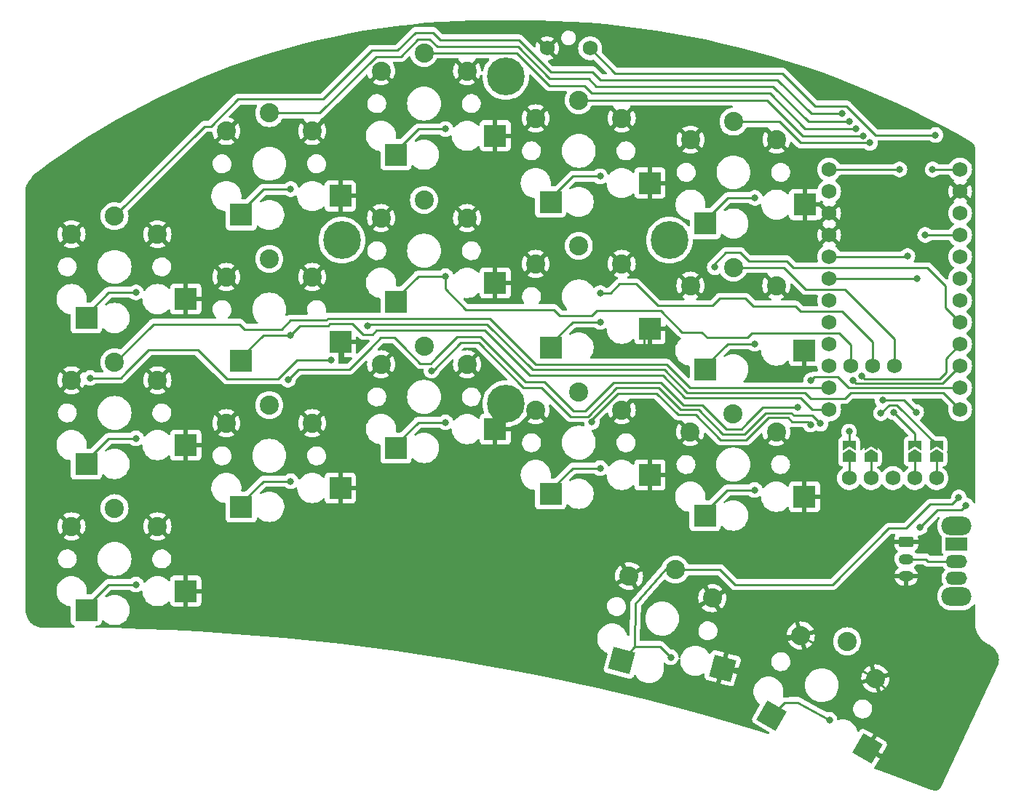
<source format=gbr>
%TF.GenerationSoftware,KiCad,Pcbnew,7.0.8*%
%TF.CreationDate,2023-10-31T13:56:59-04:00*%
%TF.ProjectId,half-swept,68616c66-2d73-4776-9570-742e6b696361,rev?*%
%TF.SameCoordinates,Original*%
%TF.FileFunction,Copper,L1,Top*%
%TF.FilePolarity,Positive*%
%FSLAX46Y46*%
G04 Gerber Fmt 4.6, Leading zero omitted, Abs format (unit mm)*
G04 Created by KiCad (PCBNEW 7.0.8) date 2023-10-31 13:56:59*
%MOMM*%
%LPD*%
G01*
G04 APERTURE LIST*
G04 Aperture macros list*
%AMRoundRect*
0 Rectangle with rounded corners*
0 $1 Rounding radius*
0 $2 $3 $4 $5 $6 $7 $8 $9 X,Y pos of 4 corners*
0 Add a 4 corners polygon primitive as box body*
4,1,4,$2,$3,$4,$5,$6,$7,$8,$9,$2,$3,0*
0 Add four circle primitives for the rounded corners*
1,1,$1+$1,$2,$3*
1,1,$1+$1,$4,$5*
1,1,$1+$1,$6,$7*
1,1,$1+$1,$8,$9*
0 Add four rect primitives between the rounded corners*
20,1,$1+$1,$2,$3,$4,$5,0*
20,1,$1+$1,$4,$5,$6,$7,0*
20,1,$1+$1,$6,$7,$8,$9,0*
20,1,$1+$1,$8,$9,$2,$3,0*%
%AMRotRect*
0 Rectangle, with rotation*
0 The origin of the aperture is its center*
0 $1 length*
0 $2 width*
0 $3 Rotation angle, in degrees counterclockwise*
0 Add horizontal line*
21,1,$1,$2,0,0,$3*%
%AMFreePoly0*
4,1,6,1.000000,0.000000,0.500000,-0.750000,-0.500000,-0.750000,-0.500000,0.750000,0.500000,0.750000,1.000000,0.000000,1.000000,0.000000,$1*%
%AMFreePoly1*
4,1,6,0.500000,-0.750000,-0.650000,-0.750000,-0.150000,0.000000,-0.650000,0.750000,0.500000,0.750000,0.500000,-0.750000,0.500000,-0.750000,$1*%
G04 Aperture macros list end*
%TA.AperFunction,ComponentPad*%
%ADD10C,2.232000*%
%TD*%
%TA.AperFunction,SMDPad,CuDef*%
%ADD11RotRect,2.600000X2.600000X165.000000*%
%TD*%
%TA.AperFunction,ComponentPad*%
%ADD12C,1.750000*%
%TD*%
%TA.AperFunction,SMDPad,CuDef*%
%ADD13R,2.600000X2.600000*%
%TD*%
%TA.AperFunction,SMDPad,CuDef*%
%ADD14RotRect,2.600000X2.600000X150.000000*%
%TD*%
%TA.AperFunction,ComponentPad*%
%ADD15C,4.400000*%
%TD*%
%TA.AperFunction,ComponentPad*%
%ADD16C,1.752600*%
%TD*%
%TA.AperFunction,SMDPad,CuDef*%
%ADD17FreePoly0,90.000000*%
%TD*%
%TA.AperFunction,SMDPad,CuDef*%
%ADD18FreePoly1,90.000000*%
%TD*%
%TA.AperFunction,ComponentPad*%
%ADD19RoundRect,0.250000X-0.625000X0.350000X-0.625000X-0.350000X0.625000X-0.350000X0.625000X0.350000X0*%
%TD*%
%TA.AperFunction,ComponentPad*%
%ADD20O,1.750000X1.200000*%
%TD*%
%TA.AperFunction,ComponentPad*%
%ADD21O,3.500000X2.200000*%
%TD*%
%TA.AperFunction,ComponentPad*%
%ADD22R,2.500000X1.500000*%
%TD*%
%TA.AperFunction,ComponentPad*%
%ADD23O,2.500000X1.500000*%
%TD*%
%TA.AperFunction,ViaPad*%
%ADD24C,0.800000*%
%TD*%
%TA.AperFunction,Conductor*%
%ADD25C,0.250000*%
%TD*%
G04 APERTURE END LIST*
D10*
%TO.P,SW21,1,1*%
%TO.N,Switch17*%
X87863551Y-76556040D03*
D11*
X81633139Y-87154628D03*
%TO.P,SW21,2,2*%
%TO.N,gnd*%
X93358984Y-88018951D03*
D10*
X92149661Y-79878579D03*
X82490402Y-77290389D03*
%TD*%
D12*
%TO.P,RSW1,1,1*%
%TO.N,gnd*%
X72951865Y-15867504D03*
%TO.P,RSW1,2,2*%
%TO.N,reset*%
X77951865Y-15867504D03*
%TD*%
D10*
%TO.P,SW2,1,1*%
%TO.N,Switch1*%
X22626865Y-35405002D03*
D13*
X19351865Y-47255002D03*
%TO.P,SW2,2,2*%
%TO.N,gnd*%
X30901865Y-45055002D03*
D10*
X27626865Y-37505002D03*
X17626865Y-37505002D03*
%TD*%
%TO.P,SW3,1,1*%
%TO.N,Switch2*%
X40626867Y-23405002D03*
D13*
X37351867Y-35255002D03*
%TO.P,SW3,2,2*%
%TO.N,gnd*%
X48901867Y-33055002D03*
D10*
X45626867Y-25505002D03*
X35626867Y-25505002D03*
%TD*%
%TO.P,SW4,1,1*%
%TO.N,Switch3*%
X58626864Y-16405002D03*
D13*
X55351864Y-28255002D03*
%TO.P,SW4,2,2*%
%TO.N,gnd*%
X66901864Y-26055002D03*
D10*
X63626864Y-18505002D03*
X53626864Y-18505002D03*
%TD*%
%TO.P,SW5,1,1*%
%TO.N,Switch4*%
X76626865Y-21905003D03*
D13*
X73351865Y-33755003D03*
%TO.P,SW5,2,2*%
%TO.N,gnd*%
X84901865Y-31555003D03*
D10*
X81626865Y-24005003D03*
X71626865Y-24005003D03*
%TD*%
%TO.P,SW6,1,1*%
%TO.N,Switch5*%
X94626863Y-24405002D03*
D13*
X91351863Y-36255002D03*
%TO.P,SW6,2,2*%
%TO.N,gnd*%
X102901863Y-34055002D03*
D10*
X99626863Y-26505002D03*
X89626863Y-26505002D03*
%TD*%
%TO.P,SW8,1,1*%
%TO.N,Switch6*%
X22626865Y-52405002D03*
D13*
X19351865Y-64255002D03*
%TO.P,SW8,2,2*%
%TO.N,gnd*%
X30901865Y-62055002D03*
D10*
X27626865Y-54505002D03*
X17626865Y-54505002D03*
%TD*%
%TO.P,SW9,1,1*%
%TO.N,Switch7*%
X40626867Y-40379002D03*
D13*
X37351867Y-52229002D03*
%TO.P,SW9,2,2*%
%TO.N,gnd*%
X48901867Y-50029002D03*
D10*
X45626867Y-42479002D03*
X35626867Y-42479002D03*
%TD*%
%TO.P,SW10,1,1*%
%TO.N,Switch8*%
X58626866Y-33521002D03*
D13*
X55351866Y-45371002D03*
%TO.P,SW10,2,2*%
%TO.N,gnd*%
X66901866Y-43171002D03*
D10*
X63626866Y-35621002D03*
X53626866Y-35621002D03*
%TD*%
%TO.P,SW11,1,1*%
%TO.N,Switch9*%
X76626867Y-38855005D03*
D13*
X73351867Y-50705005D03*
%TO.P,SW11,2,2*%
%TO.N,gnd*%
X84901867Y-48505005D03*
D10*
X81626867Y-40955005D03*
X71626867Y-40955005D03*
%TD*%
%TO.P,SW12,1,1*%
%TO.N,Switch10*%
X94606865Y-41395002D03*
D13*
X91331865Y-53245002D03*
%TO.P,SW12,2,2*%
%TO.N,gnd*%
X102881865Y-51045002D03*
D10*
X99606865Y-43495002D03*
X89606865Y-43495002D03*
%TD*%
%TO.P,SW14,1,1*%
%TO.N,Switch11*%
X22626865Y-69404999D03*
D13*
X19351865Y-81254999D03*
%TO.P,SW14,2,2*%
%TO.N,gnd*%
X30901865Y-79054999D03*
D10*
X27626865Y-71504999D03*
X17626865Y-71504999D03*
%TD*%
%TO.P,SW15,1,1*%
%TO.N,Switch12*%
X40626864Y-57397001D03*
D13*
X37351864Y-69247001D03*
%TO.P,SW15,2,2*%
%TO.N,gnd*%
X48901864Y-67047001D03*
D10*
X45626864Y-59497001D03*
X35626864Y-59497001D03*
%TD*%
%TO.P,SW16,1,1*%
%TO.N,Switch13*%
X58626863Y-50539003D03*
D13*
X55351863Y-62389003D03*
%TO.P,SW16,2,2*%
%TO.N,gnd*%
X66901863Y-60189003D03*
D10*
X63626863Y-52639003D03*
X53626863Y-52639003D03*
%TD*%
%TO.P,SW17,1,1*%
%TO.N,Switch14*%
X76626865Y-55873005D03*
D13*
X73351865Y-67723005D03*
%TO.P,SW17,2,2*%
%TO.N,gnd*%
X84901865Y-65523005D03*
D10*
X81626865Y-57973005D03*
X71626865Y-57973005D03*
%TD*%
%TO.P,SW18,1,1*%
%TO.N,Switch15*%
X94600519Y-58413002D03*
D13*
X91325519Y-70263002D03*
%TO.P,SW18,2,2*%
%TO.N,gnd*%
X102875519Y-68063002D03*
D10*
X99600519Y-60513002D03*
X89600519Y-60513002D03*
%TD*%
%TO.P,SW20,1,1*%
%TO.N,Switch16*%
X107846519Y-84895452D03*
D14*
X99085286Y-93520353D03*
%TO.P,SW20,2,2*%
%TO.N,gnd*%
X110187879Y-97390097D03*
D10*
X111126646Y-89214105D03*
X102466392Y-84214105D03*
%TD*%
D15*
%TO.P,REF\u002A\u002A,1*%
%TO.N,N/C*%
X49076866Y-38205003D03*
X68126866Y-19155003D03*
X68126866Y-57255003D03*
X87176866Y-38205003D03*
%TD*%
D16*
%TO.P,U1,1,TX0/P0.06*%
%TO.N,nv_cs*%
X105756864Y-29971752D03*
%TO.P,U1,2,RX1/P0.08*%
%TO.N,Switch1*%
X105756864Y-32511752D03*
%TO.P,U1,3,GND*%
%TO.N,gnd*%
X105756864Y-35051752D03*
%TO.P,U1,4,GND*%
X105756864Y-37591752D03*
%TO.P,U1,5,P0.17*%
%TO.N,mosi*%
X105756864Y-40131752D03*
%TO.P,U1,6,P0.20*%
%TO.N,sck*%
X105756864Y-42671752D03*
%TO.P,U1,7,P0.22*%
%TO.N,Switch2*%
X105756864Y-45211752D03*
%TO.P,U1,8,P0.24*%
%TO.N,Switch3*%
X105756864Y-47751752D03*
%TO.P,U1,9,P1.00*%
%TO.N,Switch4*%
X105756864Y-50291752D03*
%TO.P,U1,10,P0.11*%
%TO.N,Switch5*%
X105756864Y-52831752D03*
%TO.P,U1,11,P1.04*%
%TO.N,Switch6*%
X105756864Y-55371752D03*
%TO.P,U1,12,P1.06*%
%TO.N,Switch7*%
X105756864Y-57911752D03*
%TO.P,U1,13,NFC1/P0.09*%
%TO.N,Switch11*%
X120996864Y-57911752D03*
%TO.P,U1,14,NFC2/P0.10*%
%TO.N,Switch12*%
X120996864Y-55371752D03*
%TO.P,U1,15,P1.11*%
%TO.N,Switch13*%
X120996864Y-52831752D03*
%TO.P,U1,16,P1.13*%
%TO.N,Switch14*%
X120996864Y-50291752D03*
%TO.P,U1,17,P1.15*%
%TO.N,Switch15*%
X120996864Y-47751752D03*
%TO.P,U1,18,AIN0/P0.02*%
%TO.N,Switch16*%
X120996864Y-45211752D03*
%TO.P,U1,19,AIN5/P0.29*%
%TO.N,Switch17*%
X120996864Y-42671752D03*
%TO.P,U1,20,AIN7/P0.31*%
%TO.N,unconnected-(U1-AIN7{slash}P0.31-Pad20)*%
X120996864Y-40131752D03*
%TO.P,U1,21,VCC*%
%TO.N,vcc*%
X120996864Y-37591752D03*
%TO.P,U1,22,RST*%
%TO.N,reset*%
X120996864Y-35051752D03*
%TO.P,U1,23,GND*%
%TO.N,gnd*%
X120996864Y-32511752D03*
%TO.P,U1,24,BATIN/P0.04*%
%TO.N,raw*%
X120996864Y-29971752D03*
%TO.P,U1,31,P1.01*%
%TO.N,Switch8*%
X108296864Y-52831752D03*
%TO.P,U1,32,P1.02*%
%TO.N,Switch9*%
X110836864Y-52831752D03*
%TO.P,U1,33,P1.07*%
%TO.N,Switch10*%
X113376864Y-52831752D03*
%TD*%
D17*
%TO.P,JP7,1,A*%
%TO.N,Net-(Display1-GND)*%
X115710000Y-63510000D03*
D18*
%TO.P,JP7,2,B*%
%TO.N,sck*%
X115710000Y-62060000D03*
%TD*%
D17*
%TO.P,JP6,1,A*%
%TO.N,Net-(Display1-SCK)*%
X110620000Y-63515000D03*
D18*
%TO.P,JP6,2,B*%
%TO.N,gnd*%
X110620000Y-62065000D03*
%TD*%
D19*
%TO.P,J1,1,Pin_1*%
%TO.N,gnd*%
X114733066Y-73312291D03*
D20*
%TO.P,J1,2,Pin_2*%
%TO.N,Net-(J1-Pin_2)*%
X114733066Y-75312291D03*
%TO.P,J1,3,Pin_3*%
%TO.N,gnd*%
X114733066Y-77312291D03*
%TD*%
D17*
%TO.P,JP5,1,A*%
%TO.N,Net-(Display1-MOSI)*%
X108070000Y-63515000D03*
D18*
%TO.P,JP5,2,B*%
%TO.N,nv_cs*%
X108070000Y-62065000D03*
%TD*%
D17*
%TO.P,JP8,1,A*%
%TO.N,Net-(Display1-CS)*%
X118230000Y-63515000D03*
D18*
%TO.P,JP8,2,B*%
%TO.N,mosi*%
X118230000Y-62065000D03*
%TD*%
D16*
%TO.P,Display1,1,MOSI*%
%TO.N,Net-(Display1-MOSI)*%
X108073066Y-65902292D03*
%TO.P,Display1,2,SCK*%
%TO.N,Net-(Display1-SCK)*%
X110613066Y-65902292D03*
%TO.P,Display1,3,VCC*%
%TO.N,vcc*%
X113153066Y-65902292D03*
%TO.P,Display1,4,GND*%
%TO.N,Net-(Display1-GND)*%
X115693066Y-65902292D03*
%TO.P,Display1,5,CS*%
%TO.N,Net-(Display1-CS)*%
X118233066Y-65902292D03*
%TD*%
D21*
%TO.P,SW7,*%
%TO.N,*%
X120590000Y-71470000D03*
X120590000Y-79670000D03*
D22*
%TO.P,SW7,1,A*%
%TO.N,unconnected-(SW7-A-Pad1)*%
X120590000Y-73570000D03*
D23*
%TO.P,SW7,2,B*%
%TO.N,Net-(J1-Pin_2)*%
X120590000Y-75570000D03*
%TO.P,SW7,3,C*%
%TO.N,raw*%
X120590000Y-77570000D03*
%TD*%
D24*
%TO.N,Switch17*%
X87330000Y-86750000D03*
%TO.N,Switch16*%
X105793985Y-94043985D03*
%TO.N,gnd*%
X49140000Y-52160000D03*
X114090000Y-60510000D03*
X102180000Y-53380000D03*
X84210000Y-50670000D03*
%TO.N,vcc*%
X116931752Y-37591752D03*
%TO.N,reset*%
X118113067Y-25972291D03*
%TO.N,Switch1*%
X107252928Y-23482060D03*
X25119267Y-44279580D03*
%TO.N,Switch2*%
X43119268Y-32269579D03*
X108092929Y-24362060D03*
%TO.N,Switch3*%
X61123066Y-25272293D03*
X108882928Y-25202061D03*
%TO.N,Switch4*%
X79118278Y-30768056D03*
X109692929Y-26042060D03*
%TO.N,Switch5*%
X97118416Y-33268709D03*
X110482928Y-26882060D03*
%TO.N,Switch6*%
X25119269Y-61269580D03*
%TO.N,Switch7*%
X43118851Y-49238570D03*
%TO.N,Switch8*%
X61119268Y-42389580D03*
%TO.N,Switch9*%
X79119254Y-44365734D03*
X79119254Y-47719574D03*
%TO.N,Switch10*%
X97097529Y-50258044D03*
%TO.N,Switch11*%
X25119268Y-78279582D03*
X19802928Y-54232060D03*
X52072928Y-48172060D03*
X47782928Y-52162061D03*
%TO.N,Switch12*%
X42812929Y-54442060D03*
X102132928Y-57672060D03*
X43119083Y-66269403D03*
X103652928Y-54532061D03*
%TO.N,Switch13*%
X104752929Y-59552061D03*
X59504796Y-53390193D03*
X61120574Y-59405974D03*
X108542928Y-54532060D03*
%TO.N,Switch14*%
X79119267Y-64739580D03*
X109582929Y-54052061D03*
X103582928Y-59662060D03*
X78152338Y-59372650D03*
%TO.N,Switch15*%
X97088438Y-67279342D03*
X92452928Y-41342061D03*
%TO.N,Switch16*%
X116302928Y-71642061D03*
X121680000Y-69090000D03*
%TO.N,gnd*%
X96569190Y-87493502D03*
%TO.N,Switch17*%
X120840000Y-68160000D03*
%TO.N,raw*%
X117790000Y-29970000D03*
%TO.N,mosi*%
X114870000Y-40050000D03*
X111780000Y-58330000D03*
%TO.N,sck*%
X113250000Y-58220000D03*
X116010000Y-42660000D03*
%TO.N,nv_cs*%
X108070000Y-60480000D03*
X113940000Y-29970000D03*
X115890000Y-58220000D03*
X111980000Y-56830000D03*
%TD*%
D25*
%TO.N,Switch17*%
X86090000Y-85510000D02*
X87330000Y-86750000D01*
X83090000Y-85510000D02*
X86090000Y-85510000D01*
X83230000Y-80560000D02*
X83090000Y-85510000D01*
X86713960Y-76556040D02*
X83230000Y-80560000D01*
X87863551Y-76556040D02*
X86713960Y-76556040D01*
X83090000Y-85510000D02*
X81633139Y-87154628D01*
X93066040Y-76556040D02*
X87863551Y-76556040D01*
X106138948Y-78306040D02*
X94816040Y-78306040D01*
X112692929Y-71752060D02*
X106138948Y-78306040D01*
X114732928Y-71752061D02*
X112692929Y-71752060D01*
X117524988Y-68960000D02*
X114732928Y-71752061D01*
X120840000Y-68160000D02*
X120040000Y-68960000D01*
X120040000Y-68960000D02*
X117524988Y-68960000D01*
X94816040Y-78306040D02*
X93066040Y-76556040D01*
%TO.N,gnd*%
X96043741Y-88018951D02*
X93358984Y-88018951D01*
X96569190Y-87493502D02*
X96043741Y-88018951D01*
X99848587Y-84214105D02*
X96569190Y-87493502D01*
X102466392Y-84214105D02*
X99848587Y-84214105D01*
X108600000Y-87750000D02*
X111126646Y-89214105D01*
X102466392Y-84214105D02*
X108600000Y-87750000D01*
X112550000Y-93430000D02*
X110187879Y-97390097D01*
X112550000Y-90637459D02*
X112550000Y-93430000D01*
X111126646Y-89214105D02*
X112550000Y-90637459D01*
%TO.N,Switch16*%
X102110000Y-92010000D02*
X105793985Y-94043985D01*
X100555639Y-92050000D02*
X102110000Y-92010000D01*
X99085286Y-93520353D02*
X100555639Y-92050000D01*
%TO.N,gnd*%
X114090000Y-60510000D02*
X112175000Y-60510000D01*
X112175000Y-60510000D02*
X110620000Y-62065000D01*
X102881865Y-52678135D02*
X102881865Y-51045002D01*
X84210000Y-50670000D02*
X84210000Y-49196872D01*
X49140000Y-52160000D02*
X49140000Y-50267135D01*
X102180000Y-53380000D02*
X102881865Y-52678135D01*
X84210000Y-49196872D02*
X84901867Y-48505005D01*
X49140000Y-50267135D02*
X48901867Y-50029002D01*
%TO.N,vcc*%
X116931752Y-37591752D02*
X120996864Y-37591752D01*
%TO.N,Net-(Display1-MOSI)*%
X108073066Y-63518066D02*
X108070000Y-63515000D01*
X108073066Y-65902292D02*
X108073066Y-63518066D01*
%TO.N,reset*%
X77951864Y-15867505D02*
X80846420Y-18762060D01*
X118113067Y-25972291D02*
X111173159Y-25972291D01*
X104122928Y-22592060D02*
X100292929Y-18762060D01*
X111173159Y-25972291D02*
X107792928Y-22592060D01*
X107792928Y-22592060D02*
X104122928Y-22592060D01*
X80846420Y-18762060D02*
X100292929Y-18762060D01*
%TO.N,Switch1*%
X59642928Y-14022060D02*
X57642929Y-14022060D01*
X78222929Y-18602060D02*
X73352929Y-18602060D01*
X79172928Y-19552061D02*
X78222929Y-18602060D01*
X69642928Y-14892060D02*
X60512927Y-14892060D01*
X57642929Y-14022060D02*
X55562929Y-16102060D01*
X21949267Y-44279580D02*
X25119267Y-44279580D01*
X73352929Y-18602060D02*
X69642928Y-14892060D01*
X99762929Y-19552061D02*
X79172928Y-19552061D01*
X60512927Y-14892060D02*
X59642928Y-14022060D01*
X52552928Y-16102061D02*
X46852928Y-21802060D01*
X103692929Y-23482059D02*
X99762929Y-19552061D01*
X107252928Y-23482060D02*
X103692929Y-23482059D01*
X55562929Y-16102060D02*
X52552928Y-16102061D01*
X33069808Y-24962060D02*
X22626866Y-35405002D01*
X33812929Y-24962060D02*
X33069808Y-24962060D01*
X46852928Y-21802060D02*
X36972928Y-21802060D01*
X19348066Y-47262291D02*
X19348067Y-46880784D01*
X19348067Y-46880784D02*
X21949267Y-44279580D01*
X36972928Y-21802060D02*
X33812929Y-24962060D01*
%TO.N,Switch2*%
X55952928Y-16812060D02*
X53102929Y-16812060D01*
X77762928Y-19382060D02*
X73252929Y-19382060D01*
X53102929Y-16812060D02*
X46509986Y-23405001D01*
X59282928Y-14832061D02*
X57932929Y-14832060D01*
X57932929Y-14832060D02*
X55952928Y-16812060D01*
X37348067Y-35252291D02*
X37348067Y-34870783D01*
X37348067Y-34870783D02*
X39949267Y-32269579D01*
X103322928Y-24362060D02*
X99242928Y-20282059D01*
X69562928Y-15692060D02*
X60142928Y-15692059D01*
X73252929Y-19382060D02*
X69562928Y-15692060D01*
X99242928Y-20282059D02*
X78662928Y-20282060D01*
X78662928Y-20282060D02*
X77762928Y-19382060D01*
X46509986Y-23405001D02*
X40626867Y-23405003D01*
X108092929Y-24362060D02*
X103322928Y-24362060D01*
X60142928Y-15692059D02*
X59282928Y-14832061D01*
X39949267Y-32269579D02*
X43119268Y-32269579D01*
%TO.N,Switch3*%
X102982929Y-25202060D02*
X98862929Y-21082060D01*
X77272928Y-20222060D02*
X73252928Y-20222060D01*
X55351864Y-28255002D02*
X55351864Y-27873493D01*
X108882928Y-25202061D02*
X102982929Y-25202060D01*
X69435870Y-16405002D02*
X58626865Y-16405003D01*
X57953067Y-25272291D02*
X61123066Y-25272293D01*
X55351864Y-27873493D02*
X57953067Y-25272291D01*
X73252928Y-20222060D02*
X69435870Y-16405002D01*
X78132928Y-21082060D02*
X77272928Y-20222060D01*
X98862929Y-21082060D02*
X78132928Y-21082060D01*
%TO.N,Switch4*%
X98525871Y-21905003D02*
X76626865Y-21905003D01*
X75948278Y-30768057D02*
X79118278Y-30768056D01*
X73347077Y-33369259D02*
X75948278Y-30768057D01*
X102662928Y-26042061D02*
X98525871Y-21905003D01*
X73347077Y-33750770D02*
X73347077Y-33369259D01*
X109692929Y-26042060D02*
X102662928Y-26042061D01*
%TO.N,Switch5*%
X91347215Y-36251420D02*
X91347215Y-35869911D01*
X99965870Y-24405002D02*
X94626864Y-24405002D01*
X102442928Y-26882061D02*
X99965870Y-24405002D01*
X110482928Y-26882060D02*
X102442928Y-26882061D01*
X93948416Y-33268708D02*
X97118416Y-33268709D01*
X91347215Y-35869911D02*
X93948416Y-33268708D01*
%TO.N,Switch6*%
X42032928Y-48562060D02*
X37722928Y-48562060D01*
X37152929Y-47992060D02*
X27122928Y-47992061D01*
X19348066Y-63870783D02*
X21949268Y-61269580D01*
X37722928Y-48562060D02*
X37152929Y-47992060D01*
X105756865Y-55371752D02*
X89582621Y-55371752D01*
X71642929Y-52652061D02*
X66302928Y-47312060D01*
X19348066Y-64252291D02*
X19348066Y-63870783D01*
X86862928Y-52652060D02*
X71642929Y-52652061D01*
X47270566Y-47504423D02*
X45445291Y-47504424D01*
X66302928Y-47312060D02*
X47462928Y-47312060D01*
X22709986Y-52405002D02*
X22626865Y-52405002D01*
X45442928Y-47502060D02*
X43092928Y-47502061D01*
X21949268Y-61269580D02*
X25119269Y-61269580D01*
X45445291Y-47504424D02*
X45442928Y-47502060D01*
X43092928Y-47502061D02*
X42032928Y-48562060D01*
X89582621Y-55371752D02*
X86862928Y-52652060D01*
X47462928Y-47312060D02*
X47270566Y-47504423D01*
X27122928Y-47992061D02*
X22709986Y-52405002D01*
%TO.N,Switch7*%
X44215362Y-48142060D02*
X43118851Y-49238570D01*
X53102928Y-48692060D02*
X52622929Y-49172060D01*
X37347650Y-51839773D02*
X39948851Y-49238571D01*
X47692929Y-47932060D02*
X47482928Y-48142061D01*
X50302929Y-47932060D02*
X47692929Y-47932060D01*
X103772620Y-57911752D02*
X102422928Y-56562060D01*
X51542929Y-49172061D02*
X50302929Y-47932060D01*
X39948851Y-49238571D02*
X43118851Y-49238570D01*
X47482928Y-48142061D02*
X44215362Y-48142060D01*
X52622929Y-49172060D02*
X51542929Y-49172061D01*
X102422928Y-56562060D02*
X89002929Y-56562060D01*
X86392928Y-53952061D02*
X70942928Y-53952060D01*
X65682929Y-48692060D02*
X53102928Y-48692060D01*
X89002929Y-56562060D02*
X86392928Y-53952061D01*
X70942928Y-53952060D02*
X65682929Y-48692060D01*
X37347651Y-52221282D02*
X37347650Y-51839773D01*
X105756864Y-57911752D02*
X103772620Y-57911752D01*
%TO.N,Switch8*%
X74412928Y-47002060D02*
X73692929Y-46282060D01*
X96232928Y-49562060D02*
X91612929Y-49562060D01*
X108296864Y-52831751D02*
X108296864Y-50405997D01*
X88652929Y-48902060D02*
X86142929Y-46392060D01*
X91612929Y-49562060D02*
X90952928Y-48902060D01*
X90952928Y-48902060D02*
X88652929Y-48902060D01*
X78152929Y-47002060D02*
X74412928Y-47002060D01*
X73692929Y-46282060D02*
X63512929Y-46282060D01*
X63512929Y-46282060D02*
X61119267Y-43888399D01*
X55348066Y-44990782D02*
X57949268Y-42389580D01*
X108296864Y-50405997D02*
X106902929Y-49012060D01*
X55348065Y-45372292D02*
X55348066Y-44990782D01*
X61119267Y-43888399D02*
X61119268Y-42389580D01*
X78762928Y-46392060D02*
X78152929Y-47002060D01*
X106902929Y-49012060D02*
X96782929Y-49012060D01*
X57949268Y-42389580D02*
X61119268Y-42389580D01*
X96782929Y-49012060D02*
X96232928Y-49562060D01*
X86142929Y-46392060D02*
X78762928Y-46392060D01*
%TO.N,Switch9*%
X96012928Y-44982060D02*
X93052929Y-44982060D01*
X93052929Y-44982060D02*
X92212928Y-45822060D01*
X83272928Y-43292060D02*
X81382928Y-43292061D01*
X80309255Y-44365734D02*
X79119254Y-44365734D01*
X101832929Y-45872060D02*
X96902927Y-45872061D01*
X73348052Y-50702283D02*
X73348052Y-50320775D01*
X96902927Y-45872061D02*
X96012928Y-44982060D01*
X102452928Y-46492060D02*
X101832929Y-45872060D01*
X81382928Y-43292061D02*
X80309255Y-44365734D01*
X75949253Y-47719573D02*
X79119254Y-47719574D01*
X110836864Y-52831752D02*
X110836864Y-50035996D01*
X92212928Y-45822060D02*
X85802928Y-45822061D01*
X107292928Y-46492060D02*
X102452928Y-46492060D01*
X73348052Y-50320775D02*
X75949253Y-47719573D01*
X110836864Y-50035996D02*
X107292928Y-46492060D01*
X85802928Y-45822061D02*
X83272928Y-43292060D01*
%TO.N,Switch10*%
X107612928Y-43932060D02*
X103002928Y-43932060D01*
X113376864Y-52831752D02*
X113376864Y-49695996D01*
X91326329Y-52859245D02*
X93927530Y-50258046D01*
X91326329Y-53240755D02*
X91326329Y-52859245D01*
X113376864Y-49695996D02*
X107612928Y-43932060D01*
X103002928Y-43932060D02*
X100465870Y-41395003D01*
X100465870Y-41395003D02*
X94606866Y-41395003D01*
X93927530Y-50258046D02*
X97097529Y-50258044D01*
%TO.N,Switch11*%
X108260000Y-55980000D02*
X119065111Y-55980000D01*
X52072928Y-48172060D02*
X52242928Y-48002059D01*
X43852929Y-52162061D02*
X42492929Y-53522060D01*
X19348066Y-80880782D02*
X21949269Y-78279580D01*
X103602928Y-56642060D02*
X107597940Y-56642060D01*
X107597940Y-56642060D02*
X108260000Y-55980000D01*
X42492929Y-53522060D02*
X41682928Y-54332060D01*
X32332929Y-50972060D02*
X28142929Y-50972060D01*
X86592928Y-53292060D02*
X89262929Y-55962060D01*
X52242928Y-48002059D02*
X54292928Y-48002060D01*
X23312928Y-54232060D02*
X19802928Y-54232060D01*
X54292928Y-48002060D02*
X65982928Y-48002060D01*
X28142929Y-50972060D02*
X26572928Y-50972060D01*
X119065111Y-55980000D02*
X120996864Y-57911752D01*
X34612928Y-53252060D02*
X32332929Y-50972060D01*
X102922928Y-55962061D02*
X103602928Y-56642060D01*
X41682928Y-54332060D02*
X38072928Y-54332060D01*
X65982928Y-48002060D02*
X71272929Y-53292060D01*
X71272929Y-53292060D02*
X86592928Y-53292060D01*
X38072928Y-54332060D02*
X35692928Y-54332060D01*
X26572928Y-50972060D02*
X24042929Y-53502060D01*
X47782928Y-52162061D02*
X43852929Y-52162061D01*
X35692928Y-54332060D02*
X34612928Y-53252060D01*
X24042929Y-53502060D02*
X23312928Y-54232060D01*
X19348065Y-81262290D02*
X19348066Y-80880782D01*
X89262929Y-55962060D02*
X102922928Y-55962061D01*
X21949269Y-78279580D02*
X25119268Y-78279582D01*
%TO.N,Switch12*%
X92452928Y-58872059D02*
X90962928Y-57382060D01*
X37347883Y-69252115D02*
X37347882Y-68870606D01*
X102132928Y-57672060D02*
X98052929Y-57672060D01*
X107422928Y-54742061D02*
X106782928Y-54102060D01*
X44022929Y-53232060D02*
X42812929Y-54442060D01*
X88772929Y-57382060D02*
X88202929Y-56812060D01*
X58182928Y-52542060D02*
X56272929Y-50632061D01*
X47492928Y-53232060D02*
X44022929Y-53232060D01*
X70452928Y-54712060D02*
X68742929Y-53002060D01*
X106782928Y-54102060D02*
X105792929Y-54102060D01*
X80692928Y-54762060D02*
X78612929Y-56842060D01*
X73212928Y-55282060D02*
X72642928Y-54712060D01*
X96162928Y-59562060D02*
X95532929Y-60192060D01*
X62492928Y-49432060D02*
X60022929Y-51902061D01*
X77392929Y-58062060D02*
X76582928Y-58062061D01*
X98052929Y-57672060D02*
X96162928Y-59562060D01*
X72642928Y-54712060D02*
X71102928Y-54712059D01*
X93942929Y-60192061D02*
X93772929Y-60192060D01*
X60022929Y-51902061D02*
X59382928Y-52542060D01*
X49942928Y-53232060D02*
X47492928Y-53232060D01*
X120996865Y-55371752D02*
X108052621Y-55371753D01*
X62582929Y-49432059D02*
X62492928Y-49432060D01*
X105792929Y-54102060D02*
X104082928Y-54102060D01*
X86152928Y-54762060D02*
X83272929Y-54762060D01*
X95532929Y-60192060D02*
X93942929Y-60192061D01*
X104082928Y-54102060D02*
X103652928Y-54532061D01*
X78612929Y-56842060D02*
X77392929Y-58062060D01*
X58222928Y-52542061D02*
X58182928Y-52542060D01*
X65172929Y-49432060D02*
X62582929Y-49432059D01*
X108052621Y-55371753D02*
X107422928Y-54742061D01*
X75992928Y-58062061D02*
X73212928Y-55282060D01*
X68742929Y-53002060D02*
X65172929Y-49432060D01*
X83272929Y-54762060D02*
X80692928Y-54762060D01*
X59382928Y-52542060D02*
X58222928Y-52542061D01*
X56272929Y-50632061D02*
X55212928Y-49572059D01*
X53602929Y-49572061D02*
X52402928Y-50772060D01*
X37347882Y-68870606D02*
X39949084Y-66269403D01*
X90962928Y-57382060D02*
X89692928Y-57382060D01*
X52402928Y-50772060D02*
X49942928Y-53232060D01*
X55212928Y-49572059D02*
X54272928Y-49572060D01*
X76582928Y-58062061D02*
X75992928Y-58062061D01*
X54272928Y-49572060D02*
X53602929Y-49572061D01*
X39949084Y-66269403D02*
X43119083Y-66269403D01*
X89692928Y-57382060D02*
X88772929Y-57382060D01*
X88202929Y-56812060D02*
X86152928Y-54762060D01*
X71102928Y-54712059D02*
X70452928Y-54712060D01*
X93772929Y-60192060D02*
X92452928Y-58872059D01*
%TO.N,Switch13*%
X104752929Y-59552061D02*
X103802929Y-58602060D01*
X85902928Y-55382060D02*
X81022928Y-55382060D01*
X103802929Y-58602060D02*
X101672928Y-58602060D01*
X72302929Y-55352061D02*
X70202929Y-55352060D01*
X95922928Y-60762060D02*
X93402929Y-60762061D01*
X62902928Y-50122060D02*
X59634796Y-53390193D01*
X55349372Y-62388683D02*
X55349371Y-62007174D01*
X75672929Y-58722060D02*
X72302929Y-55352061D01*
X55349371Y-62007174D02*
X57950574Y-59405972D01*
X70202929Y-55352060D02*
X64972928Y-50122060D01*
X88472928Y-57952060D02*
X85902928Y-55382060D01*
X77682928Y-58722060D02*
X75672929Y-58722060D01*
X108902928Y-54892060D02*
X108542928Y-54532060D01*
X120996864Y-52831752D02*
X118936556Y-54892060D01*
X93402929Y-60762061D02*
X90592928Y-57952060D01*
X90592928Y-57952060D02*
X88472928Y-57952060D01*
X101372927Y-58302061D02*
X98382928Y-58302060D01*
X98382928Y-58302060D02*
X95922928Y-60762060D01*
X101672928Y-58602060D02*
X101372927Y-58302061D01*
X59634796Y-53390193D02*
X59504796Y-53390193D01*
X64972928Y-50122060D02*
X62902928Y-50122060D01*
X118936556Y-54892060D02*
X108902928Y-54892060D01*
X81022928Y-55382060D02*
X77682928Y-58722060D01*
X57950574Y-59405972D02*
X61120574Y-59405974D01*
%TO.N,Switch14*%
X119332928Y-53612061D02*
X119002929Y-53942060D01*
X118622929Y-54322060D02*
X112362928Y-54322060D01*
X119002929Y-53942060D02*
X118622929Y-54322060D01*
X119332928Y-52332060D02*
X119332928Y-53612061D01*
X75949268Y-64739580D02*
X79119267Y-64739580D01*
X90212928Y-58522060D02*
X88182928Y-58522061D01*
X96122928Y-61442061D02*
X93132928Y-61442060D01*
X103242928Y-59322059D02*
X101432928Y-59322060D01*
X101432928Y-59322060D02*
X100962927Y-58852061D01*
X100962927Y-58852061D02*
X98712928Y-58852060D01*
X81222928Y-56012059D02*
X78152338Y-59082650D01*
X85672928Y-56012060D02*
X81222928Y-56012059D01*
X88182928Y-58522061D02*
X85672928Y-56012060D01*
X109852929Y-54322060D02*
X109582929Y-54052061D01*
X112362928Y-54322060D02*
X109852929Y-54322060D01*
X93132928Y-61442060D02*
X90212928Y-58522060D01*
X78152338Y-59082650D02*
X78152338Y-59372650D01*
X73348067Y-67722291D02*
X73348066Y-67340783D01*
X103582928Y-59662060D02*
X103242928Y-59322059D01*
X98712928Y-58852060D02*
X96122928Y-61442061D01*
X120996865Y-50291752D02*
X119332928Y-51955688D01*
X119332928Y-51955688D02*
X119332928Y-52332060D01*
X73348066Y-67340783D02*
X75949268Y-64739580D01*
%TO.N,Switch15*%
X93742928Y-39662061D02*
X95442928Y-39662060D01*
X119290000Y-46044888D02*
X120996864Y-47751752D01*
X91317234Y-69880545D02*
X93918438Y-67279342D01*
X91317234Y-70262053D02*
X91317234Y-69880545D01*
X92452928Y-41342061D02*
X92452929Y-40952060D01*
X101622929Y-41402060D02*
X117162060Y-41402060D01*
X95442928Y-39662060D02*
X96402928Y-40622060D01*
X93918438Y-67279342D02*
X97088438Y-67279342D01*
X100842928Y-40622060D02*
X101622929Y-41402060D01*
X96402928Y-40622060D02*
X100842928Y-40622060D01*
X92452929Y-40952060D02*
X93742928Y-39662061D01*
X119290000Y-43530000D02*
X119290000Y-46044888D01*
X117162060Y-41402060D02*
X119290000Y-43530000D01*
%TO.N,Switch16*%
X121170000Y-69600000D02*
X118344989Y-69600000D01*
X118344989Y-69600000D02*
X117582929Y-70362060D01*
X121680000Y-69090000D02*
X121170000Y-69600000D01*
X117582929Y-70362060D02*
X116302928Y-71642061D01*
%TO.N,raw*%
X120996864Y-29971752D02*
X117791752Y-29971752D01*
X117791752Y-29971752D02*
X117790000Y-29970000D01*
%TO.N,mosi*%
X114870000Y-40050000D02*
X114788248Y-40131752D01*
X118230000Y-61970000D02*
X113630000Y-57370000D01*
X112740000Y-57370000D02*
X111780000Y-58330000D01*
X114788248Y-40131752D02*
X105756864Y-40131752D01*
X113630000Y-57370000D02*
X112740000Y-57370000D01*
X118230000Y-62065000D02*
X118230000Y-61970000D01*
%TO.N,sck*%
X116010000Y-42660000D02*
X115998248Y-42671752D01*
X115710000Y-61140000D02*
X115710000Y-60680000D01*
X115998248Y-42671752D02*
X105756864Y-42671752D01*
X115710000Y-60680000D02*
X113250000Y-58220000D01*
X115710000Y-62060000D02*
X115710000Y-61140000D01*
%TO.N,nv_cs*%
X113940000Y-29970000D02*
X113938248Y-29971752D01*
X114470000Y-56800000D02*
X112010000Y-56800000D01*
X108070000Y-62065000D02*
X108070000Y-60480000D01*
X115890000Y-58220000D02*
X114470000Y-56800000D01*
X112010000Y-56800000D02*
X111980000Y-56830000D01*
X113938248Y-29971752D02*
X105756864Y-29971752D01*
%TO.N,Net-(Display1-SCK)*%
X110613066Y-63521934D02*
X110620000Y-63515000D01*
X110613066Y-65902292D02*
X110613066Y-63521934D01*
%TO.N,Net-(Display1-GND)*%
X115693066Y-63531934D02*
X115710000Y-63515000D01*
X115693066Y-65902292D02*
X115693066Y-63531934D01*
%TO.N,Net-(Display1-CS)*%
X118233066Y-63518066D02*
X118230000Y-63515000D01*
X118233066Y-65902292D02*
X118233066Y-63518066D01*
%TO.N,Net-(J1-Pin_2)*%
X116972291Y-75312291D02*
X114733066Y-75312291D01*
X117230000Y-75570000D02*
X116972291Y-75312291D01*
X120590000Y-75570000D02*
X117230000Y-75570000D01*
%TD*%
%TA.AperFunction,Conductor*%
%TO.N,gnd*%
G36*
X103077986Y-50811004D02*
G01*
X103124479Y-50864660D01*
X103135865Y-50917002D01*
X103135865Y-52853002D01*
X104230450Y-52853002D01*
X104230453Y-52853001D01*
X104239466Y-52852032D01*
X104309336Y-52864631D01*
X104361302Y-52913004D01*
X104378517Y-52966903D01*
X104380633Y-52992445D01*
X104385446Y-53050524D01*
X104386271Y-53060471D01*
X104442605Y-53282933D01*
X104442606Y-53282934D01*
X104442607Y-53282937D01*
X104444211Y-53286594D01*
X104446560Y-53291949D01*
X104455604Y-53362367D01*
X104425143Y-53426496D01*
X104364846Y-53463977D01*
X104331171Y-53468560D01*
X104166781Y-53468560D01*
X104150939Y-53466810D01*
X104150912Y-53467104D01*
X104143019Y-53466357D01*
X104072956Y-53468560D01*
X104043072Y-53468560D01*
X104043068Y-53468560D01*
X104043057Y-53468561D01*
X104036118Y-53469437D01*
X104030205Y-53469903D01*
X103983036Y-53471385D01*
X103983036Y-53471386D01*
X103963579Y-53477039D01*
X103944223Y-53481047D01*
X103924131Y-53483586D01*
X103924129Y-53483586D01*
X103924126Y-53483587D01*
X103880265Y-53500953D01*
X103874650Y-53502875D01*
X103829338Y-53516040D01*
X103829331Y-53516043D01*
X103811894Y-53526355D01*
X103794148Y-53535049D01*
X103775309Y-53542508D01*
X103775308Y-53542509D01*
X103737141Y-53570238D01*
X103732180Y-53573497D01*
X103712684Y-53585028D01*
X103691565Y-53597518D01*
X103691564Y-53597518D01*
X103684745Y-53601552D01*
X103683999Y-53600292D01*
X103625994Y-53623067D01*
X103614852Y-53623561D01*
X103557441Y-53623561D01*
X103370639Y-53663267D01*
X103196175Y-53740943D01*
X103041672Y-53853196D01*
X102913893Y-53995109D01*
X102913886Y-53995119D01*
X102822596Y-54153239D01*
X102818401Y-54160505D01*
X102805082Y-54201497D01*
X102759385Y-54342133D01*
X102739424Y-54532061D01*
X102746468Y-54599082D01*
X102733696Y-54668920D01*
X102685193Y-54720767D01*
X102621158Y-54738252D01*
X95898088Y-54738252D01*
X95829967Y-54718250D01*
X95783474Y-54664594D01*
X95773370Y-54594320D01*
X95802864Y-54529740D01*
X95805701Y-54526574D01*
X95979298Y-54339481D01*
X96127093Y-54122706D01*
X96240928Y-53886325D01*
X96247604Y-53864681D01*
X96318260Y-53635621D01*
X96318261Y-53635617D01*
X96357365Y-53376184D01*
X96357365Y-53113820D01*
X96318261Y-52854387D01*
X96318260Y-52854385D01*
X96318260Y-52854382D01*
X96240931Y-52603687D01*
X96240926Y-52603674D01*
X96157672Y-52430797D01*
X96127093Y-52367298D01*
X96127091Y-52367295D01*
X96127087Y-52367288D01*
X95979302Y-52150529D01*
X95979298Y-52150523D01*
X95800846Y-51958197D01*
X95595722Y-51794616D01*
X95595717Y-51794613D01*
X95595718Y-51794613D01*
X95368512Y-51663435D01*
X95368504Y-51663432D01*
X95124284Y-51567583D01*
X95124282Y-51567582D01*
X94868497Y-51509200D01*
X94672362Y-51494502D01*
X94672359Y-51494502D01*
X94541371Y-51494502D01*
X94541368Y-51494502D01*
X94345232Y-51509200D01*
X94089447Y-51567582D01*
X94089445Y-51567583D01*
X93845225Y-51663432D01*
X93845217Y-51663435D01*
X93663351Y-51768436D01*
X93594355Y-51785174D01*
X93527264Y-51761953D01*
X93483377Y-51706146D01*
X93476628Y-51635471D01*
X93509161Y-51572367D01*
X93511214Y-51570264D01*
X94153031Y-50928447D01*
X94215341Y-50894423D01*
X94242114Y-50891544D01*
X96389328Y-50891544D01*
X96457449Y-50911546D01*
X96482959Y-50933228D01*
X96486272Y-50936907D01*
X96486275Y-50936909D01*
X96486276Y-50936910D01*
X96640777Y-51049162D01*
X96815241Y-51126838D01*
X97002042Y-51166544D01*
X97193016Y-51166544D01*
X97379817Y-51126838D01*
X97554281Y-51049162D01*
X97656305Y-50975036D01*
X97723171Y-50951179D01*
X97792323Y-50967259D01*
X97841803Y-51018172D01*
X97856365Y-51076973D01*
X97856365Y-51176184D01*
X97868028Y-51253561D01*
X97895469Y-51435621D01*
X97972798Y-51686316D01*
X97972803Y-51686329D01*
X98086638Y-51922708D01*
X98086642Y-51922715D01*
X98234427Y-52139474D01*
X98234432Y-52139481D01*
X98412884Y-52331807D01*
X98618008Y-52495388D01*
X98618011Y-52495390D01*
X98845217Y-52626568D01*
X98845221Y-52626569D01*
X98845222Y-52626570D01*
X99089449Y-52722422D01*
X99345235Y-52780804D01*
X99497274Y-52792197D01*
X99541368Y-52795502D01*
X99541371Y-52795502D01*
X99672362Y-52795502D01*
X99713381Y-52792427D01*
X99868495Y-52780804D01*
X100124281Y-52722422D01*
X100368508Y-52626570D01*
X100368510Y-52626568D01*
X100368512Y-52626568D01*
X100569542Y-52510503D01*
X100595722Y-52495388D01*
X100800846Y-52331807D01*
X100841036Y-52288493D01*
X100855500Y-52272904D01*
X100916496Y-52236572D01*
X100987452Y-52238985D01*
X101045839Y-52279377D01*
X101073120Y-52344923D01*
X101073865Y-52358605D01*
X101073865Y-52393599D01*
X101080370Y-52454095D01*
X101131420Y-52590966D01*
X101131420Y-52590967D01*
X101218960Y-52707906D01*
X101335899Y-52795446D01*
X101472771Y-52846496D01*
X101533267Y-52853001D01*
X101533280Y-52853002D01*
X102627865Y-52853002D01*
X102627865Y-50917002D01*
X102647867Y-50848881D01*
X102701523Y-50802388D01*
X102753865Y-50791002D01*
X103009865Y-50791002D01*
X103077986Y-50811004D01*
G37*
%TD.AperFunction*%
%TA.AperFunction,Conductor*%
G36*
X86918379Y-48063868D02*
G01*
X86924955Y-48069990D01*
X87554182Y-48699218D01*
X88145684Y-49290720D01*
X88155649Y-49303157D01*
X88155876Y-49302970D01*
X88160928Y-49309077D01*
X88212007Y-49357043D01*
X88233152Y-49378189D01*
X88233156Y-49378192D01*
X88233159Y-49378195D01*
X88238711Y-49382502D01*
X88243198Y-49386333D01*
X88256919Y-49399218D01*
X88277606Y-49418645D01*
X88277608Y-49418646D01*
X88295357Y-49428403D01*
X88311883Y-49439259D01*
X88325728Y-49449999D01*
X88327888Y-49451674D01*
X88367004Y-49468600D01*
X88371191Y-49470412D01*
X88376512Y-49473018D01*
X88417869Y-49495755D01*
X88418013Y-49495791D01*
X88418102Y-49495815D01*
X88418260Y-49495909D01*
X88425245Y-49498675D01*
X88424799Y-49499801D01*
X88479110Y-49532126D01*
X88510803Y-49595656D01*
X88503117Y-49666236D01*
X88465335Y-49716368D01*
X88412884Y-49758196D01*
X88234431Y-49950524D01*
X88234427Y-49950529D01*
X88086642Y-50167288D01*
X88086638Y-50167295D01*
X87972803Y-50403674D01*
X87972798Y-50403687D01*
X87895469Y-50654382D01*
X87876744Y-50778616D01*
X87856365Y-50913820D01*
X87856365Y-51176184D01*
X87868028Y-51253561D01*
X87895469Y-51435621D01*
X87972798Y-51686316D01*
X87972803Y-51686329D01*
X88086638Y-51922708D01*
X88086642Y-51922715D01*
X88234427Y-52139474D01*
X88234432Y-52139481D01*
X88412884Y-52331807D01*
X88618008Y-52495388D01*
X88618011Y-52495390D01*
X88845217Y-52626568D01*
X88845221Y-52626569D01*
X88845222Y-52626570D01*
X89089449Y-52722422D01*
X89345235Y-52780804D01*
X89406782Y-52785416D01*
X89473216Y-52810452D01*
X89515569Y-52867431D01*
X89523365Y-52911063D01*
X89523365Y-54112402D01*
X89503363Y-54180523D01*
X89449707Y-54227016D01*
X89379433Y-54237120D01*
X89314853Y-54207626D01*
X89308270Y-54201497D01*
X87370172Y-52263399D01*
X87360207Y-52250961D01*
X87359980Y-52251150D01*
X87354929Y-52245044D01*
X87354928Y-52245042D01*
X87303849Y-52197076D01*
X87296000Y-52189227D01*
X87282705Y-52175931D01*
X87282700Y-52175926D01*
X87277153Y-52171623D01*
X87272645Y-52167772D01*
X87238253Y-52135477D01*
X87238247Y-52135473D01*
X87220491Y-52125711D01*
X87203975Y-52114862D01*
X87187969Y-52102446D01*
X87157217Y-52089138D01*
X87144668Y-52083708D01*
X87139336Y-52081096D01*
X87097989Y-52058365D01*
X87078364Y-52053326D01*
X87059664Y-52046924D01*
X87041073Y-52038879D01*
X87041071Y-52038878D01*
X87041070Y-52038878D01*
X86994470Y-52031497D01*
X86988657Y-52030293D01*
X86942958Y-52018560D01*
X86922704Y-52018560D01*
X86902993Y-52017009D01*
X86882984Y-52013839D01*
X86836009Y-52018280D01*
X86830077Y-52018560D01*
X78084822Y-52018560D01*
X78016701Y-51998558D01*
X77970208Y-51944902D01*
X77960104Y-51874628D01*
X77989598Y-51810048D01*
X77992433Y-51806884D01*
X77999300Y-51799484D01*
X78147095Y-51582709D01*
X78260930Y-51346328D01*
X78270020Y-51316860D01*
X78338262Y-51095624D01*
X78338263Y-51095620D01*
X78377367Y-50836187D01*
X78377367Y-50573823D01*
X78338263Y-50314390D01*
X78338262Y-50314388D01*
X78338262Y-50314385D01*
X78260933Y-50063690D01*
X78260928Y-50063677D01*
X78210229Y-49958400D01*
X78147095Y-49827301D01*
X78147093Y-49827298D01*
X78147089Y-49827291D01*
X77999304Y-49610532D01*
X77999300Y-49610526D01*
X77820848Y-49418200D01*
X77615724Y-49254619D01*
X77615719Y-49254616D01*
X77615720Y-49254616D01*
X77388514Y-49123438D01*
X77388506Y-49123435D01*
X77144286Y-49027586D01*
X77144284Y-49027585D01*
X76888499Y-48969203D01*
X76692364Y-48954505D01*
X76692361Y-48954505D01*
X76561373Y-48954505D01*
X76561370Y-48954505D01*
X76365234Y-48969203D01*
X76109449Y-49027585D01*
X76109447Y-49027586D01*
X75865227Y-49123435D01*
X75865213Y-49123441D01*
X75691031Y-49224005D01*
X75622036Y-49240743D01*
X75554944Y-49217522D01*
X75511057Y-49161715D01*
X75504309Y-49091040D01*
X75536842Y-49027936D01*
X75538828Y-49025901D01*
X76174753Y-48389975D01*
X76237063Y-48355952D01*
X76263846Y-48353073D01*
X78411054Y-48353073D01*
X78479175Y-48373075D01*
X78504687Y-48394760D01*
X78508001Y-48398440D01*
X78508005Y-48398444D01*
X78600306Y-48465504D01*
X78662502Y-48510692D01*
X78836966Y-48588368D01*
X79023767Y-48628074D01*
X79214741Y-48628074D01*
X79401542Y-48588368D01*
X79576006Y-48510692D01*
X79676307Y-48437818D01*
X79743173Y-48413961D01*
X79812325Y-48430041D01*
X79861805Y-48480955D01*
X79876367Y-48539755D01*
X79876367Y-48636187D01*
X79885868Y-48699218D01*
X79915471Y-48895624D01*
X79992800Y-49146319D01*
X79992805Y-49146332D01*
X80106640Y-49382711D01*
X80106644Y-49382718D01*
X80254028Y-49598889D01*
X80254434Y-49599484D01*
X80432886Y-49791810D01*
X80638010Y-49955391D01*
X80638013Y-49955393D01*
X80865219Y-50086571D01*
X80865223Y-50086572D01*
X80865224Y-50086573D01*
X81109451Y-50182425D01*
X81365237Y-50240807D01*
X81517276Y-50252200D01*
X81561370Y-50255505D01*
X81561373Y-50255505D01*
X81692364Y-50255505D01*
X81733383Y-50252430D01*
X81888497Y-50240807D01*
X82144283Y-50182425D01*
X82388510Y-50086573D01*
X82388512Y-50086571D01*
X82388514Y-50086571D01*
X82539053Y-49999657D01*
X82615724Y-49955391D01*
X82820848Y-49791810D01*
X82829577Y-49782403D01*
X82875502Y-49732907D01*
X82936498Y-49696575D01*
X83007454Y-49698988D01*
X83065841Y-49739380D01*
X83093122Y-49804926D01*
X83093867Y-49818608D01*
X83093867Y-49853602D01*
X83100372Y-49914098D01*
X83151422Y-50050969D01*
X83151422Y-50050970D01*
X83238962Y-50167909D01*
X83355901Y-50255449D01*
X83492773Y-50306499D01*
X83553269Y-50313004D01*
X83553282Y-50313005D01*
X84647867Y-50313005D01*
X84647867Y-48759005D01*
X85155867Y-48759005D01*
X85155867Y-50313005D01*
X86250452Y-50313005D01*
X86250464Y-50313004D01*
X86310960Y-50306499D01*
X86447831Y-50255449D01*
X86447832Y-50255449D01*
X86564771Y-50167909D01*
X86652311Y-50050970D01*
X86652311Y-50050969D01*
X86703361Y-49914098D01*
X86709866Y-49853602D01*
X86709867Y-49853590D01*
X86709867Y-48759005D01*
X85155867Y-48759005D01*
X84647867Y-48759005D01*
X84647867Y-48377005D01*
X84667869Y-48308884D01*
X84721525Y-48262391D01*
X84773867Y-48251005D01*
X86709867Y-48251005D01*
X86709867Y-48159092D01*
X86729869Y-48090971D01*
X86783525Y-48044478D01*
X86853799Y-48034374D01*
X86918379Y-48063868D01*
G37*
%TD.AperFunction*%
%TA.AperFunction,Conductor*%
G36*
X50918379Y-49443870D02*
G01*
X50924952Y-49449988D01*
X50990204Y-49515241D01*
X51035686Y-49560723D01*
X51045648Y-49573157D01*
X51045875Y-49572970D01*
X51050929Y-49579079D01*
X51102008Y-49627045D01*
X51123149Y-49648187D01*
X51123153Y-49648190D01*
X51123159Y-49648196D01*
X51128719Y-49652509D01*
X51133196Y-49656333D01*
X51167608Y-49688647D01*
X51185364Y-49698408D01*
X51201871Y-49709251D01*
X51217888Y-49721675D01*
X51261194Y-49740415D01*
X51266520Y-49743024D01*
X51276474Y-49748496D01*
X51307870Y-49765756D01*
X51327494Y-49770794D01*
X51346189Y-49777195D01*
X51364784Y-49785242D01*
X51411381Y-49792622D01*
X51417194Y-49793824D01*
X51462900Y-49805561D01*
X51483153Y-49805560D01*
X51502865Y-49807111D01*
X51522872Y-49810281D01*
X51556390Y-49807112D01*
X51569849Y-49805840D01*
X51575782Y-49805560D01*
X52169333Y-49805560D01*
X52237454Y-49825562D01*
X52283947Y-49879218D01*
X52294051Y-49949492D01*
X52264557Y-50014072D01*
X52258434Y-50020649D01*
X52132013Y-50147070D01*
X52011567Y-50267516D01*
X50924962Y-51354121D01*
X50862650Y-51388147D01*
X50791835Y-51383082D01*
X50734999Y-51340535D01*
X50710188Y-51274015D01*
X50709867Y-51265026D01*
X50709867Y-50283002D01*
X49155867Y-50283002D01*
X49155867Y-51837002D01*
X50137891Y-51837002D01*
X50206012Y-51857004D01*
X50252505Y-51910660D01*
X50262609Y-51980934D01*
X50233115Y-52045514D01*
X50226986Y-52052097D01*
X49717428Y-52561655D01*
X49655116Y-52595681D01*
X49628333Y-52598560D01*
X48769778Y-52598560D01*
X48701657Y-52578558D01*
X48655164Y-52524902D01*
X48645060Y-52454628D01*
X48649945Y-52433623D01*
X48676470Y-52351989D01*
X48696432Y-52162061D01*
X48677116Y-51978275D01*
X48676470Y-51972132D01*
X48654034Y-51903081D01*
X48647867Y-51864145D01*
X48647867Y-49901002D01*
X48667869Y-49832881D01*
X48721525Y-49786388D01*
X48773867Y-49775002D01*
X50709867Y-49775002D01*
X50709867Y-49539094D01*
X50729869Y-49470973D01*
X50783525Y-49424480D01*
X50853799Y-49414376D01*
X50918379Y-49443870D01*
G37*
%TD.AperFunction*%
%TA.AperFunction,Conductor*%
G36*
X101426001Y-43253036D02*
G01*
X101440309Y-43265346D01*
X102495683Y-44320720D01*
X102505648Y-44333157D01*
X102505875Y-44332970D01*
X102510927Y-44339077D01*
X102510928Y-44339078D01*
X102537027Y-44363586D01*
X102562006Y-44387043D01*
X102583151Y-44408189D01*
X102583155Y-44408192D01*
X102583158Y-44408195D01*
X102588710Y-44412502D01*
X102593197Y-44416333D01*
X102615887Y-44437641D01*
X102627605Y-44448645D01*
X102627607Y-44448646D01*
X102645356Y-44458403D01*
X102661882Y-44469259D01*
X102668821Y-44474642D01*
X102677887Y-44481674D01*
X102701390Y-44491844D01*
X102721190Y-44500412D01*
X102726511Y-44503018D01*
X102767868Y-44525755D01*
X102767876Y-44525757D01*
X102787486Y-44530792D01*
X102806195Y-44537197D01*
X102824783Y-44545241D01*
X102871405Y-44552624D01*
X102877190Y-44553823D01*
X102922898Y-44565560D01*
X102943152Y-44565560D01*
X102962862Y-44567111D01*
X102965069Y-44567460D01*
X102982871Y-44570280D01*
X103016798Y-44567072D01*
X103029845Y-44565840D01*
X103035778Y-44565560D01*
X104335288Y-44565560D01*
X104403409Y-44585562D01*
X104449902Y-44639218D01*
X104460006Y-44709492D01*
X104450676Y-44742170D01*
X104445047Y-44755005D01*
X104442605Y-44760572D01*
X104386271Y-44983032D01*
X104386270Y-44983038D01*
X104386270Y-44983040D01*
X104367318Y-45211752D01*
X104383712Y-45409597D01*
X104386271Y-45440471D01*
X104442605Y-45662933D01*
X104442606Y-45662935D01*
X104442607Y-45662937D01*
X104448741Y-45676922D01*
X104450945Y-45681945D01*
X104459992Y-45752363D01*
X104429532Y-45816494D01*
X104369236Y-45853976D01*
X104335558Y-45858560D01*
X102767523Y-45858560D01*
X102699402Y-45838558D01*
X102678427Y-45821655D01*
X102519712Y-45662940D01*
X102340174Y-45483401D01*
X102330210Y-45470964D01*
X102329984Y-45471152D01*
X102324930Y-45465043D01*
X102273834Y-45417061D01*
X102252708Y-45395935D01*
X102252699Y-45395926D01*
X102252692Y-45395921D01*
X102252686Y-45395915D01*
X102247160Y-45391629D01*
X102242649Y-45387776D01*
X102208250Y-45355474D01*
X102208245Y-45355471D01*
X102190498Y-45345715D01*
X102173970Y-45334858D01*
X102157971Y-45322447D01*
X102114675Y-45303711D01*
X102109343Y-45301099D01*
X102086805Y-45288709D01*
X102067989Y-45278365D01*
X102067986Y-45278364D01*
X102048359Y-45273324D01*
X102029661Y-45266922D01*
X102011073Y-45258878D01*
X101964472Y-45251497D01*
X101958658Y-45250293D01*
X101934101Y-45243988D01*
X101912959Y-45238560D01*
X101912958Y-45238560D01*
X101892706Y-45238560D01*
X101872995Y-45237009D01*
X101852986Y-45233839D01*
X101806011Y-45238280D01*
X101800079Y-45238560D01*
X100274704Y-45238560D01*
X100206583Y-45218558D01*
X100160090Y-45164902D01*
X100149986Y-45094628D01*
X100179480Y-45030048D01*
X100226486Y-44996151D01*
X100346424Y-44946471D01*
X100564383Y-44812905D01*
X100565016Y-44812363D01*
X100565016Y-44812362D01*
X99916961Y-44164307D01*
X99938978Y-44156294D01*
X100082530Y-44061878D01*
X100200439Y-43936902D01*
X100276402Y-43805330D01*
X100924225Y-44453153D01*
X100924226Y-44453153D01*
X100924768Y-44452520D01*
X101058334Y-44234561D01*
X101156157Y-43998395D01*
X101215830Y-43749836D01*
X101235886Y-43495002D01*
X101225602Y-43364327D01*
X101240198Y-43294847D01*
X101290040Y-43244288D01*
X101359305Y-43228701D01*
X101426001Y-43253036D01*
G37*
%TD.AperFunction*%
%TA.AperFunction,Conductor*%
G36*
X66176899Y-17058504D02*
G01*
X66223392Y-17112160D01*
X66233496Y-17182434D01*
X66204002Y-17247014D01*
X66197873Y-17253597D01*
X66095825Y-17355644D01*
X66095820Y-17355650D01*
X65893737Y-17613590D01*
X65724222Y-17893999D01*
X65589747Y-18192792D01*
X65498176Y-18486655D01*
X65458813Y-18545740D01*
X65393755Y-18574165D01*
X65323657Y-18562905D01*
X65270775Y-18515534D01*
X65252269Y-18459055D01*
X65235829Y-18250167D01*
X65176156Y-18001608D01*
X65078333Y-17765442D01*
X64944768Y-17547484D01*
X64944225Y-17546850D01*
X64944224Y-17546849D01*
X64294350Y-18196722D01*
X64267726Y-18135000D01*
X64165123Y-17997180D01*
X64033503Y-17886738D01*
X63935258Y-17837397D01*
X64585014Y-17187641D01*
X64584305Y-17169402D01*
X64601643Y-17100555D01*
X64653450Y-17052011D01*
X64710210Y-17038502D01*
X66108778Y-17038502D01*
X66176899Y-17058504D01*
G37*
%TD.AperFunction*%
%TA.AperFunction,Conductor*%
G36*
X71858919Y-12600469D02*
G01*
X73823885Y-12661832D01*
X75787360Y-12759927D01*
X77748658Y-12894719D01*
X79707092Y-13066160D01*
X81661978Y-13274191D01*
X83612633Y-13518739D01*
X85558373Y-13799719D01*
X87498520Y-14117032D01*
X89432394Y-14470567D01*
X91359320Y-14860201D01*
X93278623Y-15285797D01*
X95189632Y-15747208D01*
X97091680Y-16244270D01*
X98984101Y-16776811D01*
X100866233Y-17344644D01*
X102737419Y-17947571D01*
X104597004Y-18585381D01*
X106444337Y-19257851D01*
X108278774Y-19964745D01*
X110099672Y-20705817D01*
X111906394Y-21480808D01*
X113698310Y-22289446D01*
X115474791Y-23131449D01*
X117235219Y-24006522D01*
X118978975Y-24914360D01*
X120705452Y-25854644D01*
X122374633Y-26804616D01*
X122395868Y-26816701D01*
X122423866Y-26838355D01*
X122526176Y-26943539D01*
X122540035Y-26960523D01*
X122627405Y-27088960D01*
X122638111Y-27108088D01*
X122701898Y-27249720D01*
X122709127Y-27270415D01*
X122747400Y-27420955D01*
X122750933Y-27442588D01*
X122763161Y-27605813D01*
X122763332Y-27611288D01*
X122763055Y-27634059D01*
X122763365Y-27636107D01*
X122763365Y-68688756D01*
X122743363Y-68756877D01*
X122689707Y-68803370D01*
X122619433Y-68813474D01*
X122554853Y-68783980D01*
X122517533Y-68727694D01*
X122514529Y-68718451D01*
X122514527Y-68718444D01*
X122419040Y-68553056D01*
X122419038Y-68553054D01*
X122419034Y-68553048D01*
X122291255Y-68411135D01*
X122136752Y-68298882D01*
X121962288Y-68221206D01*
X121844857Y-68196245D01*
X121782383Y-68162516D01*
X121748062Y-68100367D01*
X121745744Y-68086168D01*
X121733542Y-67970072D01*
X121728022Y-67953083D01*
X121674527Y-67788444D01*
X121579040Y-67623056D01*
X121579038Y-67623054D01*
X121579034Y-67623048D01*
X121451255Y-67481135D01*
X121296752Y-67368882D01*
X121122288Y-67291206D01*
X120935487Y-67251500D01*
X120744513Y-67251500D01*
X120557711Y-67291206D01*
X120383247Y-67368882D01*
X120228744Y-67481135D01*
X120100965Y-67623048D01*
X120100958Y-67623058D01*
X120005476Y-67788438D01*
X120005473Y-67788445D01*
X119946457Y-67970072D01*
X119929093Y-68135290D01*
X119902080Y-68200947D01*
X119892879Y-68211215D01*
X119814500Y-68289595D01*
X119752188Y-68323620D01*
X119725404Y-68326500D01*
X117608841Y-68326500D01*
X117592999Y-68324750D01*
X117592972Y-68325044D01*
X117585079Y-68324297D01*
X117515016Y-68326500D01*
X117485132Y-68326500D01*
X117485128Y-68326500D01*
X117485117Y-68326501D01*
X117478178Y-68327377D01*
X117472265Y-68327843D01*
X117425102Y-68329325D01*
X117425095Y-68329327D01*
X117405637Y-68334979D01*
X117386292Y-68338985D01*
X117366194Y-68341525D01*
X117366185Y-68341527D01*
X117322319Y-68358894D01*
X117316704Y-68360817D01*
X117271396Y-68373981D01*
X117253952Y-68384297D01*
X117236206Y-68392990D01*
X117217370Y-68400448D01*
X117179197Y-68428181D01*
X117174236Y-68431440D01*
X117133626Y-68455458D01*
X117119299Y-68469784D01*
X117104273Y-68482617D01*
X117087883Y-68494525D01*
X117087881Y-68494527D01*
X117057796Y-68530892D01*
X117053800Y-68535283D01*
X114507428Y-71081655D01*
X114445116Y-71115680D01*
X114418333Y-71118560D01*
X112776782Y-71118560D01*
X112760940Y-71116810D01*
X112760913Y-71117104D01*
X112753021Y-71116358D01*
X112753020Y-71116358D01*
X112682970Y-71118560D01*
X112653073Y-71118560D01*
X112653069Y-71118560D01*
X112653059Y-71118561D01*
X112646108Y-71119439D01*
X112640196Y-71119904D01*
X112593042Y-71121386D01*
X112593040Y-71121387D01*
X112573585Y-71127038D01*
X112554232Y-71131046D01*
X112534140Y-71133584D01*
X112534133Y-71133585D01*
X112534132Y-71133586D01*
X112534130Y-71133586D01*
X112534129Y-71133587D01*
X112490268Y-71150952D01*
X112484653Y-71152875D01*
X112439336Y-71166042D01*
X112421893Y-71176357D01*
X112404147Y-71185050D01*
X112385311Y-71192508D01*
X112347138Y-71220241D01*
X112342177Y-71223500D01*
X112301567Y-71247518D01*
X112287240Y-71261844D01*
X112272214Y-71274677D01*
X112255824Y-71286585D01*
X112255822Y-71286587D01*
X112225737Y-71322952D01*
X112221741Y-71327343D01*
X105913448Y-77635635D01*
X105851136Y-77669661D01*
X105824353Y-77672540D01*
X95130634Y-77672540D01*
X95062513Y-77652538D01*
X95041539Y-77635635D01*
X93573284Y-76167379D01*
X93563319Y-76154941D01*
X93563092Y-76155130D01*
X93558041Y-76149024D01*
X93558040Y-76149022D01*
X93530727Y-76123374D01*
X93506960Y-76101055D01*
X93485817Y-76079911D01*
X93485812Y-76079906D01*
X93480265Y-76075603D01*
X93475757Y-76071752D01*
X93441365Y-76039457D01*
X93441359Y-76039453D01*
X93423603Y-76029691D01*
X93407087Y-76018842D01*
X93391081Y-76006426D01*
X93351456Y-75989279D01*
X93347780Y-75987688D01*
X93342448Y-75985076D01*
X93301101Y-75962345D01*
X93281476Y-75957306D01*
X93262776Y-75950904D01*
X93262755Y-75950895D01*
X93244185Y-75942859D01*
X93244183Y-75942858D01*
X93244182Y-75942858D01*
X93197582Y-75935477D01*
X93191769Y-75934273D01*
X93146070Y-75922540D01*
X93125816Y-75922540D01*
X93106106Y-75920989D01*
X93086097Y-75917820D01*
X93086096Y-75917820D01*
X93039123Y-75922260D01*
X93033190Y-75922540D01*
X89443683Y-75922540D01*
X89375562Y-75902538D01*
X89329069Y-75848882D01*
X89327273Y-75844756D01*
X89324855Y-75838919D01*
X89315467Y-75816252D01*
X89181863Y-75598230D01*
X89181860Y-75598226D01*
X89015798Y-75403792D01*
X88821364Y-75237730D01*
X88821362Y-75237729D01*
X88821361Y-75237728D01*
X88603339Y-75104124D01*
X88529114Y-75073379D01*
X88367099Y-75006271D01*
X88197015Y-74965437D01*
X88118465Y-74946579D01*
X88118466Y-74946579D01*
X87863551Y-74926517D01*
X87608636Y-74946579D01*
X87360002Y-75006271D01*
X87123764Y-75104123D01*
X86905739Y-75237729D01*
X86905737Y-75237730D01*
X86711303Y-75403792D01*
X86545241Y-75598226D01*
X86545240Y-75598228D01*
X86411634Y-75816253D01*
X86321621Y-76033564D01*
X86293268Y-76073516D01*
X86293726Y-76073915D01*
X86292660Y-76075138D01*
X86291109Y-76076558D01*
X86289155Y-76079312D01*
X86282686Y-76085091D01*
X86282284Y-76084641D01*
X86282216Y-76084703D01*
X86282629Y-76085143D01*
X86276854Y-76090566D01*
X86230880Y-76146138D01*
X82767224Y-80126763D01*
X82764385Y-80129815D01*
X82724232Y-80170223D01*
X82694196Y-80221375D01*
X82692205Y-80224545D01*
X82659191Y-80273812D01*
X82659186Y-80273821D01*
X82656873Y-80280380D01*
X82646711Y-80302248D01*
X82643188Y-80308247D01*
X82643185Y-80308255D01*
X82626815Y-80365271D01*
X82625674Y-80368839D01*
X82605949Y-80424768D01*
X82605340Y-80431693D01*
X82600935Y-80455406D01*
X82599015Y-80462091D01*
X82597338Y-80521392D01*
X82597120Y-80525131D01*
X82591923Y-80584205D01*
X82593055Y-80591061D01*
X82594687Y-80615141D01*
X82494424Y-84160099D01*
X82472504Y-84227627D01*
X82417555Y-84272585D01*
X82347023Y-84280698D01*
X82283302Y-84249391D01*
X82248072Y-84193676D01*
X82236347Y-84155665D01*
X82201951Y-84044153D01*
X82170384Y-83941814D01*
X82170379Y-83941801D01*
X82119406Y-83835955D01*
X82056546Y-83705425D01*
X82056544Y-83705422D01*
X82056540Y-83705415D01*
X81908755Y-83488656D01*
X81908751Y-83488650D01*
X81730299Y-83296324D01*
X81525175Y-83132743D01*
X81525170Y-83132740D01*
X81525171Y-83132740D01*
X81297965Y-83001562D01*
X81297957Y-83001559D01*
X81053737Y-82905710D01*
X81053735Y-82905709D01*
X80797950Y-82847327D01*
X80601815Y-82832629D01*
X80601812Y-82832629D01*
X80470824Y-82832629D01*
X80470821Y-82832629D01*
X80274685Y-82847327D01*
X80018900Y-82905709D01*
X80018898Y-82905710D01*
X79774678Y-83001559D01*
X79774670Y-83001562D01*
X79547464Y-83132740D01*
X79342336Y-83296324D01*
X79163884Y-83488651D01*
X79163880Y-83488656D01*
X79016095Y-83705415D01*
X79016091Y-83705422D01*
X78902256Y-83941801D01*
X78902251Y-83941814D01*
X78824922Y-84192509D01*
X78816349Y-84249391D01*
X78785818Y-84451947D01*
X78785818Y-84714311D01*
X78795867Y-84780981D01*
X78824922Y-84973748D01*
X78902251Y-85224443D01*
X78902256Y-85224456D01*
X79016091Y-85460835D01*
X79016095Y-85460842D01*
X79134999Y-85635240D01*
X79163885Y-85677608D01*
X79342337Y-85869934D01*
X79547461Y-86033515D01*
X79547464Y-86033517D01*
X79774674Y-86164697D01*
X79897350Y-86212843D01*
X79953455Y-86256349D01*
X79977132Y-86323281D01*
X79973025Y-86362744D01*
X79537209Y-87989236D01*
X79537209Y-87989238D01*
X79527822Y-88049424D01*
X79541721Y-88194976D01*
X79541723Y-88194983D01*
X79596068Y-88330730D01*
X79596068Y-88330731D01*
X79686458Y-88445671D01*
X79703946Y-88458124D01*
X79805566Y-88530488D01*
X79862380Y-88552452D01*
X82467749Y-89250558D01*
X82527934Y-89259944D01*
X82634445Y-89249772D01*
X82673487Y-89246045D01*
X82673488Y-89246044D01*
X82673494Y-89246044D01*
X82809242Y-89191698D01*
X82924181Y-89101310D01*
X83008999Y-88982201D01*
X83030963Y-88925387D01*
X83038605Y-88896863D01*
X83075556Y-88836242D01*
X83139417Y-88805220D01*
X83209911Y-88813648D01*
X83264658Y-88858850D01*
X83273829Y-88874796D01*
X83276318Y-88879965D01*
X83276319Y-88879967D01*
X83276320Y-88879968D01*
X83276323Y-88879974D01*
X83409412Y-89075178D01*
X83424113Y-89096740D01*
X83602565Y-89289066D01*
X83807689Y-89452647D01*
X83807692Y-89452649D01*
X84034898Y-89583827D01*
X84034902Y-89583828D01*
X84034903Y-89583829D01*
X84279130Y-89679681D01*
X84534916Y-89738063D01*
X84686955Y-89749456D01*
X84731049Y-89752761D01*
X84731052Y-89752761D01*
X84862043Y-89752761D01*
X84903062Y-89749686D01*
X85058176Y-89738063D01*
X85313962Y-89679681D01*
X85558189Y-89583829D01*
X85558191Y-89583827D01*
X85558193Y-89583827D01*
X85762635Y-89465792D01*
X85785403Y-89452647D01*
X85990527Y-89289066D01*
X86168979Y-89096740D01*
X86316774Y-88879965D01*
X86430609Y-88643584D01*
X86458608Y-88552813D01*
X86507941Y-88392880D01*
X86507942Y-88392876D01*
X86547046Y-88133443D01*
X86547046Y-87871079D01*
X86507942Y-87611646D01*
X86480850Y-87523818D01*
X86479885Y-87452831D01*
X86517453Y-87392588D01*
X86581626Y-87362219D01*
X86652031Y-87371366D01*
X86694888Y-87402370D01*
X86718743Y-87428863D01*
X86718746Y-87428865D01*
X86718747Y-87428866D01*
X86873248Y-87541118D01*
X87047712Y-87618794D01*
X87234513Y-87658500D01*
X87425487Y-87658500D01*
X87612288Y-87618794D01*
X87786752Y-87541118D01*
X87941253Y-87428866D01*
X87941256Y-87428863D01*
X88069034Y-87286951D01*
X88069035Y-87286949D01*
X88069040Y-87286944D01*
X88164527Y-87121556D01*
X88199244Y-87014707D01*
X88239318Y-86956103D01*
X88304715Y-86928466D01*
X88374671Y-86940573D01*
X88426977Y-86988579D01*
X88445077Y-87053645D01*
X88445077Y-87302501D01*
X88464123Y-87428863D01*
X88484181Y-87561938D01*
X88561510Y-87812633D01*
X88561515Y-87812646D01*
X88675350Y-88049025D01*
X88675354Y-88049032D01*
X88823139Y-88265791D01*
X88823144Y-88265798D01*
X89001596Y-88458124D01*
X89206720Y-88621705D01*
X89206723Y-88621707D01*
X89433929Y-88752885D01*
X89433933Y-88752886D01*
X89433934Y-88752887D01*
X89678161Y-88848739D01*
X89933947Y-88907121D01*
X90085986Y-88918514D01*
X90130080Y-88921819D01*
X90130083Y-88921819D01*
X90261074Y-88921819D01*
X90302093Y-88918744D01*
X90457207Y-88907121D01*
X90712993Y-88848739D01*
X90957220Y-88752887D01*
X91088114Y-88677315D01*
X91157107Y-88660578D01*
X91224199Y-88683798D01*
X91268086Y-88739605D01*
X91274835Y-88810280D01*
X91272819Y-88819043D01*
X91263553Y-88853627D01*
X91263548Y-88853649D01*
X91254172Y-88913771D01*
X91254172Y-88913772D01*
X91268058Y-89059186D01*
X91322349Y-89194798D01*
X91322349Y-89194799D01*
X91412651Y-89309627D01*
X91531639Y-89394360D01*
X91588397Y-89416302D01*
X92645693Y-89699604D01*
X93103986Y-87989238D01*
X93144150Y-87839345D01*
X93670068Y-87839345D01*
X95171118Y-88241550D01*
X95449570Y-87202355D01*
X99028221Y-87202355D01*
X99038229Y-87412450D01*
X99038231Y-87412463D01*
X99087819Y-87616867D01*
X99087821Y-87616873D01*
X99175200Y-87808207D01*
X99297210Y-87979546D01*
X99297212Y-87979548D01*
X99297213Y-87979549D01*
X99307375Y-87989238D01*
X99449442Y-88124699D01*
X99449444Y-88124700D01*
X99449446Y-88124702D01*
X99570181Y-88202293D01*
X99626393Y-88238418D01*
X99821667Y-88316595D01*
X100028208Y-88356402D01*
X100028212Y-88356402D01*
X100185845Y-88356402D01*
X100185847Y-88356402D01*
X100342768Y-88341418D01*
X100544590Y-88282158D01*
X100731549Y-88185773D01*
X100896889Y-88055749D01*
X101034634Y-87896783D01*
X101139805Y-87714621D01*
X101208601Y-87515848D01*
X101238536Y-87307647D01*
X101233225Y-87196163D01*
X101228528Y-87097553D01*
X101228527Y-87097548D01*
X101228527Y-87097543D01*
X101178937Y-86893131D01*
X101091558Y-86701797D01*
X100969548Y-86530458D01*
X100969063Y-86529996D01*
X100926516Y-86489427D01*
X100817316Y-86385305D01*
X100817313Y-86385303D01*
X100817311Y-86385301D01*
X100640367Y-86271587D01*
X100627558Y-86266459D01*
X100531112Y-86227847D01*
X100445095Y-86193410D01*
X100445091Y-86193409D01*
X100403782Y-86185447D01*
X100238554Y-86153602D01*
X100238550Y-86153602D01*
X100080911Y-86153602D01*
X100080909Y-86153602D01*
X100080891Y-86153603D01*
X99924000Y-86168584D01*
X99923985Y-86168587D01*
X99722173Y-86227844D01*
X99722166Y-86227847D01*
X99535211Y-86324229D01*
X99369868Y-86454255D01*
X99232124Y-86613221D01*
X99232123Y-86613222D01*
X99232122Y-86613222D01*
X99126953Y-86795382D01*
X99126950Y-86795387D01*
X99058159Y-86994148D01*
X99058155Y-86994163D01*
X99028221Y-87202355D01*
X95449570Y-87202355D01*
X95454417Y-87184264D01*
X95454419Y-87184251D01*
X95463795Y-87124130D01*
X95463795Y-87124129D01*
X95449909Y-86978715D01*
X95395618Y-86843103D01*
X95395618Y-86843102D01*
X95305316Y-86728274D01*
X95186328Y-86643541D01*
X95129570Y-86621599D01*
X94072273Y-86338296D01*
X93670068Y-87839345D01*
X93144150Y-87839345D01*
X93581583Y-86206815D01*
X92524291Y-85923516D01*
X92524285Y-85923515D01*
X92464163Y-85914139D01*
X92464162Y-85914139D01*
X92318748Y-85928025D01*
X92183136Y-85982316D01*
X92183135Y-85982316D01*
X92068307Y-86072618D01*
X91983574Y-86191606D01*
X91961631Y-86248366D01*
X91953849Y-86277409D01*
X91916896Y-86338031D01*
X91853035Y-86369051D01*
X91782540Y-86360621D01*
X91727795Y-86315417D01*
X91718623Y-86299468D01*
X91715805Y-86293615D01*
X91715802Y-86293611D01*
X91715799Y-86293605D01*
X91568014Y-86076846D01*
X91568010Y-86076840D01*
X91389558Y-85884514D01*
X91184434Y-85720933D01*
X91184429Y-85720930D01*
X91184430Y-85720930D01*
X90957224Y-85589752D01*
X90957216Y-85589749D01*
X90712996Y-85493900D01*
X90712994Y-85493899D01*
X90457209Y-85435517D01*
X90261074Y-85420819D01*
X90261071Y-85420819D01*
X90130083Y-85420819D01*
X90130080Y-85420819D01*
X89933944Y-85435517D01*
X89678159Y-85493899D01*
X89678157Y-85493900D01*
X89433937Y-85589749D01*
X89433929Y-85589752D01*
X89206723Y-85720930D01*
X89001595Y-85884514D01*
X88823143Y-86076841D01*
X88823139Y-86076846D01*
X88675354Y-86293605D01*
X88675350Y-86293612D01*
X88561515Y-86529991D01*
X88561510Y-86530004D01*
X88488464Y-86766817D01*
X88449272Y-86826016D01*
X88384296Y-86854628D01*
X88314166Y-86843569D01*
X88261147Y-86796351D01*
X88242752Y-86742848D01*
X88241220Y-86728274D01*
X88223542Y-86560072D01*
X88164527Y-86378444D01*
X88069040Y-86213056D01*
X88069038Y-86213054D01*
X88069034Y-86213048D01*
X87941255Y-86071135D01*
X87786752Y-85958882D01*
X87612288Y-85881206D01*
X87425487Y-85841500D01*
X87369595Y-85841500D01*
X87301474Y-85821498D01*
X87280499Y-85804595D01*
X86597241Y-85121336D01*
X86587279Y-85108901D01*
X86587052Y-85109090D01*
X86582001Y-85102984D01*
X86582000Y-85102982D01*
X86530920Y-85055015D01*
X86526803Y-85050898D01*
X86509777Y-85033871D01*
X86509772Y-85033866D01*
X86504225Y-85029563D01*
X86499717Y-85025712D01*
X86465325Y-84993417D01*
X86465319Y-84993413D01*
X86447563Y-84983651D01*
X86431047Y-84972802D01*
X86415041Y-84960386D01*
X86384289Y-84947078D01*
X86371740Y-84941648D01*
X86366408Y-84939036D01*
X86325061Y-84916305D01*
X86305436Y-84911266D01*
X86286736Y-84904864D01*
X86268145Y-84896819D01*
X86268143Y-84896818D01*
X86268142Y-84896818D01*
X86221542Y-84889437D01*
X86215729Y-84888233D01*
X86170030Y-84876500D01*
X86149776Y-84876500D01*
X86130066Y-84874949D01*
X86110057Y-84871780D01*
X86110056Y-84871780D01*
X86063083Y-84876220D01*
X86057150Y-84876500D01*
X83871284Y-84876500D01*
X83803163Y-84856498D01*
X83756670Y-84802842D01*
X83745334Y-84746938D01*
X83745528Y-84740100D01*
X83815814Y-82255002D01*
X84366500Y-82255002D01*
X84386552Y-82535368D01*
X84446297Y-82810011D01*
X84446297Y-82810012D01*
X84544526Y-83073376D01*
X84576943Y-83132743D01*
X84679234Y-83320075D01*
X84829688Y-83521058D01*
X84847679Y-83545091D01*
X84847687Y-83545100D01*
X85046420Y-83743833D01*
X85046429Y-83743841D01*
X85046431Y-83743843D01*
X85271446Y-83912287D01*
X85518144Y-84046994D01*
X85781501Y-84145221D01*
X85781504Y-84145221D01*
X85781508Y-84145223D01*
X85940453Y-84179799D01*
X86056156Y-84204969D01*
X86266344Y-84220002D01*
X86266350Y-84220002D01*
X86406688Y-84220002D01*
X86406694Y-84220002D01*
X86616882Y-84204969D01*
X86891528Y-84145223D01*
X86891529Y-84145223D01*
X86891530Y-84145222D01*
X86891537Y-84145221D01*
X87154894Y-84046994D01*
X87401592Y-83912287D01*
X87626607Y-83743843D01*
X87744590Y-83625860D01*
X90543953Y-83625860D01*
X90553961Y-83835955D01*
X90553963Y-83835968D01*
X90603551Y-84040372D01*
X90603553Y-84040378D01*
X90690932Y-84231712D01*
X90812942Y-84403051D01*
X90965174Y-84548204D01*
X90965176Y-84548205D01*
X90965178Y-84548207D01*
X91021040Y-84584107D01*
X91142125Y-84661923D01*
X91337399Y-84740100D01*
X91543940Y-84779907D01*
X91543944Y-84779907D01*
X91701577Y-84779907D01*
X91701579Y-84779907D01*
X91858500Y-84764923D01*
X92060322Y-84705663D01*
X92247281Y-84609278D01*
X92412621Y-84479254D01*
X92550366Y-84320288D01*
X92611671Y-84214105D01*
X100837370Y-84214105D01*
X100850744Y-84384054D01*
X101734032Y-84147378D01*
X101727640Y-84257132D01*
X101757476Y-84426341D01*
X101825530Y-84584107D01*
X101865671Y-84638026D01*
X100982232Y-84874743D01*
X101014924Y-84953666D01*
X101148485Y-85171618D01*
X101314499Y-85365997D01*
X101508878Y-85532011D01*
X101726832Y-85665574D01*
X101962998Y-85763397D01*
X102211557Y-85823070D01*
X102466392Y-85843126D01*
X102636342Y-85829750D01*
X102400374Y-84949105D01*
X102509204Y-84949105D01*
X102637049Y-84934162D01*
X102798505Y-84875397D01*
X102890355Y-84814985D01*
X103127030Y-85698263D01*
X103205946Y-85665577D01*
X103423905Y-85532011D01*
X103618284Y-85365997D01*
X103784298Y-85171618D01*
X103917861Y-84953664D01*
X103941973Y-84895452D01*
X106216996Y-84895452D01*
X106237058Y-85150366D01*
X106296750Y-85399000D01*
X106351845Y-85532011D01*
X106394603Y-85635240D01*
X106520999Y-85841500D01*
X106528208Y-85853263D01*
X106528209Y-85853265D01*
X106694271Y-86047699D01*
X106887880Y-86213056D01*
X106888709Y-86213764D01*
X107106731Y-86347368D01*
X107342969Y-86445220D01*
X107591605Y-86504913D01*
X107846519Y-86524975D01*
X108101433Y-86504913D01*
X108350069Y-86445220D01*
X108586307Y-86347368D01*
X108804329Y-86213764D01*
X108998766Y-86047699D01*
X109164831Y-85853262D01*
X109298435Y-85635240D01*
X109396287Y-85399002D01*
X109455980Y-85150366D01*
X109476042Y-84895452D01*
X109455980Y-84640538D01*
X109396287Y-84391902D01*
X109298435Y-84155664D01*
X109164831Y-83937642D01*
X109150621Y-83921004D01*
X108998766Y-83743204D01*
X108804332Y-83577142D01*
X108804330Y-83577141D01*
X108804329Y-83577140D01*
X108586307Y-83443536D01*
X108523856Y-83417668D01*
X108350067Y-83345683D01*
X108135817Y-83294246D01*
X108101433Y-83285991D01*
X108101434Y-83285991D01*
X107846519Y-83265929D01*
X107591604Y-83285991D01*
X107342970Y-83345683D01*
X107106732Y-83443535D01*
X106888707Y-83577141D01*
X106888705Y-83577142D01*
X106694271Y-83743204D01*
X106528209Y-83937638D01*
X106528208Y-83937640D01*
X106394602Y-84155665D01*
X106296750Y-84391903D01*
X106237058Y-84640537D01*
X106216996Y-84895452D01*
X103941973Y-84895452D01*
X104015684Y-84717498D01*
X104075357Y-84468939D01*
X104095413Y-84214104D01*
X104082037Y-84044153D01*
X103198751Y-84280828D01*
X103205144Y-84171078D01*
X103175308Y-84001869D01*
X103107254Y-83844103D01*
X103067111Y-83790181D01*
X103950550Y-83553465D01*
X103917861Y-83474545D01*
X103784298Y-83256591D01*
X103618284Y-83062212D01*
X103423905Y-82896198D01*
X103205951Y-82762635D01*
X102969785Y-82664812D01*
X102721226Y-82605139D01*
X102466391Y-82585083D01*
X102296440Y-82598458D01*
X102532409Y-83479105D01*
X102423580Y-83479105D01*
X102295735Y-83494048D01*
X102134279Y-83552813D01*
X102042426Y-83613225D01*
X101805752Y-82729945D01*
X101726832Y-82762635D01*
X101508878Y-82896198D01*
X101314499Y-83062212D01*
X101148485Y-83256591D01*
X101014922Y-83474545D01*
X100917099Y-83710711D01*
X100857426Y-83959270D01*
X100837370Y-84214105D01*
X92611671Y-84214105D01*
X92655537Y-84138126D01*
X92724333Y-83939353D01*
X92739629Y-83832963D01*
X92754268Y-83731153D01*
X92754024Y-83726041D01*
X92749252Y-83625860D01*
X92744260Y-83521058D01*
X92744259Y-83521053D01*
X92744259Y-83521048D01*
X92694669Y-83316636D01*
X92607290Y-83125302D01*
X92485280Y-82953963D01*
X92333048Y-82808810D01*
X92333045Y-82808808D01*
X92333043Y-82808806D01*
X92156099Y-82695092D01*
X91960827Y-82616915D01*
X91960823Y-82616914D01*
X91891992Y-82603648D01*
X91754286Y-82577107D01*
X91754282Y-82577107D01*
X91596643Y-82577107D01*
X91596641Y-82577107D01*
X91596623Y-82577108D01*
X91439732Y-82592089D01*
X91439717Y-82592092D01*
X91237905Y-82651349D01*
X91237898Y-82651352D01*
X91050943Y-82747734D01*
X90885600Y-82877760D01*
X90774914Y-83005499D01*
X90747856Y-83036726D01*
X90747855Y-83036727D01*
X90747854Y-83036727D01*
X90642685Y-83218887D01*
X90642682Y-83218892D01*
X90573891Y-83417653D01*
X90573887Y-83417668D01*
X90543953Y-83625860D01*
X87744590Y-83625860D01*
X87825360Y-83545090D01*
X87993804Y-83320075D01*
X88128511Y-83073377D01*
X88226738Y-82810020D01*
X88228657Y-82801201D01*
X88258459Y-82664200D01*
X88286486Y-82535365D01*
X88306538Y-82255002D01*
X88286486Y-81974639D01*
X88259459Y-81850399D01*
X88226740Y-81699992D01*
X88226740Y-81699991D01*
X88226738Y-81699987D01*
X88226738Y-81699984D01*
X88128511Y-81436627D01*
X87993804Y-81189929D01*
X87825360Y-80964914D01*
X87825358Y-80964912D01*
X87825350Y-80964903D01*
X87626617Y-80766170D01*
X87626608Y-80766162D01*
X87626607Y-80766161D01*
X87401592Y-80597717D01*
X87154894Y-80463010D01*
X87154893Y-80463009D01*
X86891529Y-80364780D01*
X86616884Y-80305035D01*
X86616885Y-80305035D01*
X86546819Y-80300024D01*
X86406694Y-80290002D01*
X86266344Y-80290002D01*
X86126218Y-80300024D01*
X86056153Y-80305035D01*
X85781509Y-80364780D01*
X85781508Y-80364780D01*
X85518144Y-80463009D01*
X85271446Y-80597717D01*
X85046429Y-80766162D01*
X85046420Y-80766170D01*
X84847687Y-80964903D01*
X84847679Y-80964912D01*
X84679234Y-81189929D01*
X84544526Y-81436627D01*
X84446297Y-81699991D01*
X84446297Y-81699992D01*
X84386552Y-81974635D01*
X84366500Y-82255002D01*
X83815814Y-82255002D01*
X83855557Y-80849795D01*
X83877477Y-80782268D01*
X83886445Y-80770658D01*
X84662668Y-79878579D01*
X90520639Y-79878579D01*
X90540695Y-80133413D01*
X90600369Y-80381973D01*
X90600369Y-80381975D01*
X90633058Y-80460895D01*
X90633059Y-80460895D01*
X91425343Y-80003469D01*
X91440745Y-80090815D01*
X91508799Y-80248581D01*
X91611402Y-80386401D01*
X91679341Y-80443409D01*
X90887052Y-80900839D01*
X90997764Y-81030468D01*
X91192147Y-81196485D01*
X91410101Y-81330048D01*
X91646267Y-81427871D01*
X91894826Y-81487544D01*
X92149661Y-81507600D01*
X92404495Y-81487544D01*
X92653053Y-81427871D01*
X92731977Y-81395179D01*
X92275141Y-80603916D01*
X92320318Y-80598636D01*
X92481774Y-80539871D01*
X92625326Y-80445455D01*
X92715225Y-80350167D01*
X93171921Y-81141186D01*
X93301550Y-81030475D01*
X93467567Y-80836092D01*
X93601130Y-80618138D01*
X93698953Y-80381972D01*
X93758626Y-80133413D01*
X93778682Y-79878579D01*
X93758626Y-79623744D01*
X93698953Y-79375186D01*
X93666261Y-79296262D01*
X92873977Y-79753686D01*
X92858577Y-79666343D01*
X92790523Y-79508577D01*
X92687920Y-79370757D01*
X92619977Y-79313747D01*
X93412268Y-78856317D01*
X93301553Y-78726686D01*
X93107174Y-78560672D01*
X92889220Y-78427109D01*
X92653054Y-78329286D01*
X92404495Y-78269613D01*
X92149661Y-78249557D01*
X91894826Y-78269613D01*
X91646262Y-78329288D01*
X91567343Y-78361976D01*
X91567343Y-78361977D01*
X92024180Y-79153241D01*
X91979004Y-79158522D01*
X91817548Y-79217287D01*
X91673996Y-79311703D01*
X91584096Y-79406990D01*
X91127399Y-78615970D01*
X90997771Y-78726682D01*
X90831754Y-78921065D01*
X90698191Y-79139019D01*
X90600368Y-79375185D01*
X90540695Y-79623744D01*
X90520639Y-79878579D01*
X84662668Y-79878579D01*
X86537450Y-77723976D01*
X86597255Y-77685717D01*
X86668251Y-77685863D01*
X86714333Y-77710875D01*
X86905737Y-77874349D01*
X86905741Y-77874352D01*
X87123763Y-78007956D01*
X87360001Y-78105808D01*
X87608637Y-78165501D01*
X87863551Y-78185563D01*
X88118465Y-78165501D01*
X88367101Y-78105808D01*
X88603339Y-78007956D01*
X88821361Y-77874352D01*
X89015798Y-77708287D01*
X89181863Y-77513850D01*
X89315467Y-77295828D01*
X89327274Y-77267322D01*
X89371820Y-77212042D01*
X89439183Y-77189620D01*
X89443683Y-77189540D01*
X92751446Y-77189540D01*
X92819567Y-77209542D01*
X92840540Y-77226444D01*
X93599860Y-77985765D01*
X94308795Y-78694700D01*
X94318760Y-78707137D01*
X94318987Y-78706950D01*
X94324039Y-78713057D01*
X94324040Y-78713058D01*
X94342718Y-78730598D01*
X94375119Y-78761024D01*
X94396263Y-78782169D01*
X94396267Y-78782172D01*
X94396270Y-78782175D01*
X94401822Y-78786482D01*
X94406309Y-78790313D01*
X94424067Y-78806989D01*
X94440717Y-78822625D01*
X94440719Y-78822626D01*
X94458468Y-78832383D01*
X94474993Y-78843238D01*
X94490999Y-78855654D01*
X94531189Y-78873045D01*
X94534302Y-78874392D01*
X94539623Y-78876998D01*
X94580980Y-78899735D01*
X94580988Y-78899737D01*
X94600598Y-78904772D01*
X94619307Y-78911177D01*
X94637895Y-78919221D01*
X94684517Y-78926604D01*
X94690302Y-78927803D01*
X94736010Y-78939540D01*
X94756264Y-78939540D01*
X94775974Y-78941091D01*
X94778181Y-78941440D01*
X94795983Y-78944260D01*
X94830512Y-78940996D01*
X94842957Y-78939820D01*
X94848890Y-78939540D01*
X106055095Y-78939540D01*
X106070936Y-78941289D01*
X106070964Y-78940996D01*
X106078850Y-78941740D01*
X106078857Y-78941742D01*
X106148906Y-78939540D01*
X106178804Y-78939540D01*
X106185766Y-78938659D01*
X106191667Y-78938194D01*
X106238837Y-78936713D01*
X106258295Y-78931059D01*
X106277642Y-78927053D01*
X106297745Y-78924514D01*
X106299496Y-78923821D01*
X106311113Y-78919221D01*
X106341627Y-78907139D01*
X106347222Y-78905223D01*
X106375764Y-78896931D01*
X106392539Y-78892059D01*
X106392543Y-78892057D01*
X106409974Y-78881748D01*
X106427728Y-78873049D01*
X106446565Y-78865592D01*
X106484734Y-78837858D01*
X106489692Y-78834602D01*
X106530310Y-78810582D01*
X106544633Y-78796258D01*
X106559672Y-78783414D01*
X106576055Y-78771512D01*
X106606141Y-78735143D01*
X106610109Y-78730781D01*
X112918427Y-72422465D01*
X112980739Y-72388439D01*
X113007522Y-72385560D01*
X113347446Y-72385560D01*
X113415567Y-72405562D01*
X113462060Y-72459218D01*
X113472164Y-72529492D01*
X113454687Y-72577707D01*
X113416408Y-72639765D01*
X113360672Y-72807969D01*
X113360671Y-72807972D01*
X113350066Y-72911774D01*
X113350066Y-73058291D01*
X114457188Y-73058291D01*
X114414788Y-73104350D01*
X114364515Y-73218961D01*
X114354180Y-73343686D01*
X114384903Y-73465010D01*
X114451074Y-73566291D01*
X113350066Y-73566291D01*
X113350066Y-73712807D01*
X113360671Y-73816609D01*
X113360672Y-73816612D01*
X113416408Y-73984816D01*
X113509431Y-74135630D01*
X113509436Y-74135636D01*
X113634720Y-74260920D01*
X113634729Y-74260927D01*
X113686835Y-74293066D01*
X113734314Y-74345851D01*
X113745717Y-74415926D01*
X113717425Y-74481042D01*
X113698581Y-74499347D01*
X113689634Y-74506382D01*
X113689622Y-74506394D01*
X113551004Y-74666368D01*
X113550996Y-74666379D01*
X113445155Y-74849703D01*
X113445152Y-74849710D01*
X113375914Y-75049760D01*
X113375911Y-75049771D01*
X113345784Y-75259305D01*
X113355856Y-75470754D01*
X113355858Y-75470767D01*
X113405766Y-75676489D01*
X113405768Y-75676495D01*
X113493710Y-75869062D01*
X113493714Y-75869069D01*
X113616501Y-76041499D01*
X113616505Y-76041504D01*
X113616507Y-76041506D01*
X113769720Y-76187594D01*
X113794906Y-76203780D01*
X113800315Y-76207256D01*
X113846808Y-76260912D01*
X113856912Y-76331186D01*
X113827418Y-76395766D01*
X113810082Y-76412297D01*
X113689980Y-76506746D01*
X113689974Y-76506751D01*
X113551409Y-76666665D01*
X113551408Y-76666666D01*
X113445611Y-76849913D01*
X113445607Y-76849922D01*
X113376403Y-77049875D01*
X113376401Y-77049881D01*
X113375192Y-77058291D01*
X114457188Y-77058291D01*
X114414788Y-77104350D01*
X114364515Y-77218961D01*
X114354180Y-77343686D01*
X114384903Y-77465010D01*
X114451074Y-77566291D01*
X113379546Y-77566291D01*
X113406241Y-77676329D01*
X113406243Y-77676336D01*
X113494143Y-77868806D01*
X113494145Y-77868810D01*
X113616887Y-78041178D01*
X113616888Y-78041179D01*
X113770030Y-78187200D01*
X113770031Y-78187201D01*
X113948041Y-78301599D01*
X113948046Y-78301602D01*
X114144480Y-78380243D01*
X114144486Y-78380244D01*
X114352260Y-78420290D01*
X114352269Y-78420291D01*
X114479066Y-78420291D01*
X114479066Y-77589794D01*
X114552118Y-77646654D01*
X114670490Y-77687291D01*
X114764139Y-77687291D01*
X114856512Y-77671877D01*
X114966580Y-77612310D01*
X114987066Y-77590056D01*
X114987066Y-78420291D01*
X115060845Y-78420291D01*
X115060866Y-78420289D01*
X115218699Y-78405218D01*
X115218714Y-78405215D01*
X115421743Y-78345601D01*
X115609820Y-78248640D01*
X115776151Y-78117835D01*
X115776157Y-78117830D01*
X115914722Y-77957916D01*
X115914723Y-77957915D01*
X116020520Y-77774668D01*
X116020524Y-77774659D01*
X116089728Y-77574706D01*
X116089730Y-77574700D01*
X116090939Y-77566291D01*
X115008944Y-77566291D01*
X115051344Y-77520232D01*
X115101617Y-77405621D01*
X115111952Y-77280896D01*
X115081229Y-77159572D01*
X115015058Y-77058291D01*
X116086585Y-77058291D01*
X116086585Y-77058290D01*
X116059890Y-76948252D01*
X116059888Y-76948245D01*
X115971988Y-76755775D01*
X115971986Y-76755771D01*
X115849244Y-76583403D01*
X115849243Y-76583402D01*
X115696101Y-76437381D01*
X115696100Y-76437380D01*
X115665847Y-76417938D01*
X115619354Y-76364283D01*
X115609249Y-76294009D01*
X115638742Y-76229428D01*
X115656076Y-76212899D01*
X115776498Y-76118199D01*
X115787290Y-76105745D01*
X115888209Y-75989279D01*
X115947935Y-75950895D01*
X115983433Y-75945791D01*
X116654860Y-75945791D01*
X116722981Y-75965793D01*
X116741111Y-75979939D01*
X116789095Y-76024999D01*
X116810231Y-76046135D01*
X116815770Y-76050431D01*
X116820282Y-76054285D01*
X116847564Y-76079905D01*
X116854678Y-76086585D01*
X116854682Y-76086588D01*
X116872430Y-76096345D01*
X116888957Y-76107201D01*
X116903135Y-76118199D01*
X116904960Y-76119614D01*
X116948259Y-76138351D01*
X116953585Y-76140960D01*
X116994935Y-76163693D01*
X116994938Y-76163694D01*
X116994940Y-76163695D01*
X117014562Y-76168733D01*
X117033263Y-76175135D01*
X117045814Y-76180567D01*
X117051852Y-76183180D01*
X117051853Y-76183180D01*
X117051855Y-76183181D01*
X117098477Y-76190564D01*
X117104262Y-76191763D01*
X117149970Y-76203500D01*
X117170224Y-76203500D01*
X117189934Y-76205051D01*
X117192141Y-76205400D01*
X117209943Y-76208220D01*
X117243870Y-76205012D01*
X117256917Y-76203780D01*
X117262850Y-76203500D01*
X118926473Y-76203500D01*
X118994594Y-76223502D01*
X119030668Y-76262485D01*
X119032330Y-76261389D01*
X119035440Y-76266101D01*
X119135374Y-76391415D01*
X119176686Y-76443218D01*
X119213369Y-76475266D01*
X119251509Y-76535147D01*
X119251220Y-76606143D01*
X119221541Y-76657227D01*
X119102087Y-76782166D01*
X118977293Y-76971221D01*
X118977289Y-76971229D01*
X118888257Y-77179529D01*
X118888256Y-77179531D01*
X118837849Y-77400382D01*
X118837849Y-77400385D01*
X118828677Y-77604613D01*
X118827685Y-77626691D01*
X118843392Y-77742640D01*
X118858094Y-77851178D01*
X118893623Y-77960521D01*
X118919830Y-78041179D01*
X118928099Y-78066626D01*
X119009819Y-78218488D01*
X119024486Y-78287953D01*
X118999268Y-78354320D01*
X118980695Y-78374006D01*
X118799102Y-78529102D01*
X118634671Y-78721625D01*
X118502383Y-78937499D01*
X118405494Y-79171410D01*
X118365635Y-79337439D01*
X118346391Y-79417597D01*
X118326526Y-79670000D01*
X118332828Y-79750079D01*
X118346391Y-79922402D01*
X118405494Y-80168589D01*
X118493881Y-80381973D01*
X118502384Y-80402502D01*
X118634672Y-80618376D01*
X118799102Y-80810898D01*
X118991624Y-80975328D01*
X119207498Y-81107616D01*
X119441409Y-81204505D01*
X119687597Y-81263609D01*
X119840658Y-81275655D01*
X119876798Y-81278500D01*
X119876801Y-81278500D01*
X121303202Y-81278500D01*
X121337177Y-81275825D01*
X121492403Y-81263609D01*
X121738591Y-81204505D01*
X121972502Y-81107616D01*
X122188376Y-80975328D01*
X122380898Y-80810898D01*
X122541555Y-80622793D01*
X122601005Y-80583985D01*
X122671999Y-80583479D01*
X122731998Y-80621435D01*
X122761951Y-80685803D01*
X122763365Y-80704625D01*
X122763365Y-83285140D01*
X122763160Y-83290217D01*
X122762078Y-83303606D01*
X122764294Y-83314749D01*
X122766867Y-83322695D01*
X122797101Y-83449825D01*
X122797102Y-83449828D01*
X122890116Y-83719864D01*
X122890118Y-83719869D01*
X122890119Y-83719871D01*
X123009181Y-83979462D01*
X123009188Y-83979475D01*
X123153150Y-84226124D01*
X123153154Y-84226130D01*
X123153156Y-84226133D01*
X123320641Y-84457477D01*
X123496503Y-84656005D01*
X123510015Y-84671259D01*
X123510029Y-84671274D01*
X123651950Y-84802842D01*
X123719471Y-84865438D01*
X123751089Y-84889437D01*
X123941374Y-85033871D01*
X123946966Y-85038115D01*
X123946973Y-85038119D01*
X123946977Y-85038122D01*
X123980482Y-85058708D01*
X124190310Y-85187631D01*
X124275835Y-85229231D01*
X124294963Y-85238535D01*
X124298727Y-85241084D01*
X124311841Y-85247000D01*
X124311842Y-85247001D01*
X124317586Y-85249592D01*
X124321146Y-85251335D01*
X124540896Y-85367610D01*
X124547649Y-85371746D01*
X124721505Y-85493900D01*
X124749439Y-85513527D01*
X124755626Y-85518483D01*
X124938030Y-85684460D01*
X124943548Y-85690154D01*
X125103690Y-85877715D01*
X125108447Y-85884053D01*
X125235007Y-86076846D01*
X125243785Y-86090217D01*
X125247710Y-86097105D01*
X125356113Y-86318629D01*
X125359143Y-86325955D01*
X125438891Y-86559321D01*
X125440978Y-86566969D01*
X125490815Y-86808497D01*
X125491926Y-86816347D01*
X125511065Y-87062225D01*
X125511182Y-87070152D01*
X125499316Y-87316483D01*
X125498438Y-87324362D01*
X125458299Y-87552804D01*
X125448288Y-87584477D01*
X118771404Y-101828724D01*
X118761028Y-101846798D01*
X118678323Y-101966676D01*
X118662124Y-101985774D01*
X118558623Y-102085694D01*
X118538969Y-102101209D01*
X118417760Y-102178684D01*
X118395425Y-102190008D01*
X118261284Y-102241984D01*
X118237151Y-102248666D01*
X118095384Y-102273088D01*
X118070406Y-102274866D01*
X117926607Y-102270771D01*
X117901770Y-102267574D01*
X117761622Y-102235122D01*
X117737909Y-102227077D01*
X117615817Y-102171583D01*
X117608480Y-102167046D01*
X117603096Y-102164978D01*
X117588685Y-102158080D01*
X117572877Y-102153372D01*
X116051576Y-101568976D01*
X112957586Y-100421512D01*
X111061496Y-99743271D01*
X111004093Y-99701494D01*
X110978388Y-99635315D01*
X110992543Y-99565743D01*
X111023712Y-99527471D01*
X111043470Y-99511157D01*
X111043471Y-99511156D01*
X111079355Y-99462013D01*
X111079364Y-99461999D01*
X111626653Y-98514067D01*
X111626652Y-98514066D01*
X110217849Y-97700693D01*
X110217848Y-97700693D01*
X109950027Y-97546066D01*
X109901034Y-97494683D01*
X109887598Y-97424970D01*
X109903908Y-97373947D01*
X109948261Y-97297125D01*
X110534847Y-97297125D01*
X110534848Y-97297126D01*
X111880651Y-98074126D01*
X111880652Y-98074125D01*
X112427946Y-97126187D01*
X112452566Y-97070529D01*
X112452566Y-97070528D01*
X112476791Y-96926478D01*
X112459448Y-96781433D01*
X112401942Y-96647144D01*
X112308940Y-96534506D01*
X112308938Y-96534504D01*
X112259789Y-96498616D01*
X112259779Y-96498610D01*
X111311849Y-95951321D01*
X111311848Y-95951322D01*
X110534847Y-97297125D01*
X109948261Y-97297125D01*
X110871908Y-95697323D01*
X110871907Y-95697322D01*
X109923969Y-95150029D01*
X109868311Y-95125409D01*
X109724259Y-95101184D01*
X109579215Y-95118527D01*
X109444926Y-95176033D01*
X109332288Y-95269035D01*
X109332286Y-95269037D01*
X109296398Y-95318186D01*
X109296393Y-95318194D01*
X109279893Y-95346773D01*
X109228510Y-95395765D01*
X109158796Y-95409200D01*
X109092885Y-95382812D01*
X109051704Y-95324980D01*
X109050373Y-95320910D01*
X108985712Y-95111282D01*
X108985707Y-95111269D01*
X108937500Y-95011167D01*
X108871874Y-94874893D01*
X108871872Y-94874890D01*
X108871868Y-94874883D01*
X108724083Y-94658124D01*
X108724079Y-94658118D01*
X108545627Y-94465792D01*
X108340503Y-94302211D01*
X108340498Y-94302208D01*
X108340499Y-94302208D01*
X108113293Y-94171030D01*
X108113285Y-94171027D01*
X107869065Y-94075178D01*
X107869063Y-94075177D01*
X107613278Y-94016795D01*
X107417143Y-94002097D01*
X107417140Y-94002097D01*
X107286152Y-94002097D01*
X107286149Y-94002097D01*
X107234280Y-94005984D01*
X107090016Y-94016795D01*
X107090011Y-94016795D01*
X107090011Y-94016796D01*
X106852157Y-94071084D01*
X106781294Y-94066742D01*
X106724027Y-94024777D01*
X106698810Y-93961413D01*
X106687527Y-93854057D01*
X106682881Y-93839757D01*
X106628512Y-93672429D01*
X106533025Y-93507041D01*
X106533023Y-93507039D01*
X106533019Y-93507033D01*
X106405240Y-93365120D01*
X106250737Y-93252867D01*
X106076273Y-93175191D01*
X105889472Y-93135485D01*
X105698498Y-93135485D01*
X105698497Y-93135485D01*
X105571655Y-93162445D01*
X105500864Y-93157042D01*
X105484558Y-93149503D01*
X104674677Y-92702355D01*
X108554501Y-92702355D01*
X108564509Y-92912450D01*
X108564511Y-92912463D01*
X108614099Y-93116867D01*
X108614101Y-93116873D01*
X108701480Y-93308207D01*
X108823490Y-93479546D01*
X108975722Y-93624699D01*
X108975724Y-93624700D01*
X108975726Y-93624702D01*
X109049993Y-93672430D01*
X109152673Y-93738418D01*
X109347947Y-93816595D01*
X109554488Y-93856402D01*
X109554492Y-93856402D01*
X109712125Y-93856402D01*
X109712127Y-93856402D01*
X109869048Y-93841418D01*
X110070870Y-93782158D01*
X110257829Y-93685773D01*
X110423169Y-93555749D01*
X110560914Y-93396783D01*
X110666085Y-93214621D01*
X110734881Y-93015848D01*
X110764816Y-92807647D01*
X110763363Y-92777141D01*
X110754808Y-92597553D01*
X110754807Y-92597548D01*
X110754807Y-92597543D01*
X110705217Y-92393131D01*
X110617838Y-92201797D01*
X110495828Y-92030458D01*
X110343596Y-91885305D01*
X110343593Y-91885303D01*
X110343591Y-91885301D01*
X110166647Y-91771587D01*
X109971375Y-91693410D01*
X109971371Y-91693409D01*
X109930062Y-91685447D01*
X109764834Y-91653602D01*
X109764830Y-91653602D01*
X109607191Y-91653602D01*
X109607189Y-91653602D01*
X109607171Y-91653603D01*
X109450280Y-91668584D01*
X109450265Y-91668587D01*
X109248453Y-91727844D01*
X109248446Y-91727847D01*
X109061491Y-91824229D01*
X108896148Y-91954255D01*
X108758404Y-92113221D01*
X108758403Y-92113222D01*
X108758402Y-92113222D01*
X108653233Y-92295382D01*
X108653230Y-92295387D01*
X108584439Y-92494148D01*
X108584435Y-92494163D01*
X108554501Y-92702355D01*
X104674677Y-92702355D01*
X102490904Y-91496660D01*
X102478714Y-91488024D01*
X102478440Y-91488423D01*
X102471914Y-91483933D01*
X102449834Y-91472524D01*
X102408570Y-91451202D01*
X102394937Y-91443675D01*
X102381304Y-91436148D01*
X102376041Y-91434053D01*
X102370420Y-91431489D01*
X102329708Y-91410453D01*
X102308514Y-91405589D01*
X102290110Y-91399851D01*
X102269916Y-91391814D01*
X102269915Y-91391813D01*
X102224470Y-91385988D01*
X102218387Y-91384903D01*
X102173710Y-91374651D01*
X102173701Y-91374650D01*
X102151973Y-91375209D01*
X102132722Y-91374229D01*
X102111160Y-91371466D01*
X102111156Y-91371465D01*
X102065670Y-91377128D01*
X102059510Y-91377589D01*
X101478332Y-91392545D01*
X100623216Y-91414550D01*
X100615785Y-91414296D01*
X100537512Y-91416756D01*
X100495559Y-91417836D01*
X100495533Y-91416855D01*
X100430178Y-91403790D01*
X100379136Y-91354442D01*
X100362876Y-91285332D01*
X100368285Y-91255065D01*
X100402788Y-91143212D01*
X100441892Y-90883779D01*
X100441892Y-90621415D01*
X100402788Y-90361982D01*
X100402787Y-90361980D01*
X100402787Y-90361977D01*
X100325458Y-90111282D01*
X100325453Y-90111269D01*
X100274277Y-90005002D01*
X102926500Y-90005002D01*
X102946552Y-90285368D01*
X103006297Y-90560011D01*
X103006297Y-90560012D01*
X103104526Y-90823376D01*
X103137506Y-90883774D01*
X103239234Y-91070075D01*
X103407678Y-91295090D01*
X103407679Y-91295091D01*
X103407687Y-91295100D01*
X103606420Y-91493833D01*
X103606429Y-91493841D01*
X103606431Y-91493843D01*
X103831446Y-91662287D01*
X104078144Y-91796994D01*
X104341501Y-91895221D01*
X104341504Y-91895221D01*
X104341508Y-91895223D01*
X104500453Y-91929799D01*
X104616156Y-91954969D01*
X104826344Y-91970002D01*
X104826350Y-91970002D01*
X104966688Y-91970002D01*
X104966694Y-91970002D01*
X105176882Y-91954969D01*
X105451528Y-91895223D01*
X105451529Y-91895223D01*
X105451530Y-91895222D01*
X105451537Y-91895221D01*
X105714894Y-91796994D01*
X105961592Y-91662287D01*
X106186607Y-91493843D01*
X106385360Y-91295090D01*
X106553804Y-91070075D01*
X106688511Y-90823377D01*
X106786738Y-90560020D01*
X106846486Y-90285365D01*
X106866538Y-90005002D01*
X106846486Y-89724639D01*
X106798077Y-89502107D01*
X106786740Y-89449992D01*
X106786740Y-89449991D01*
X106786738Y-89449987D01*
X106786738Y-89449984D01*
X106698760Y-89214105D01*
X109497624Y-89214105D01*
X109510998Y-89384054D01*
X110394286Y-89147378D01*
X110387894Y-89257132D01*
X110417730Y-89426341D01*
X110485784Y-89584107D01*
X110525925Y-89638026D01*
X109642486Y-89874743D01*
X109675178Y-89953666D01*
X109808739Y-90171618D01*
X109974753Y-90365997D01*
X110169132Y-90532011D01*
X110387086Y-90665574D01*
X110623252Y-90763397D01*
X110871811Y-90823070D01*
X111126646Y-90843126D01*
X111296596Y-90829750D01*
X111060628Y-89949105D01*
X111169458Y-89949105D01*
X111297303Y-89934162D01*
X111458759Y-89875397D01*
X111550609Y-89814985D01*
X111787284Y-90698263D01*
X111866200Y-90665577D01*
X112084159Y-90532011D01*
X112278538Y-90365997D01*
X112444552Y-90171618D01*
X112578115Y-89953664D01*
X112675938Y-89717498D01*
X112735611Y-89468939D01*
X112755667Y-89214104D01*
X112742291Y-89044153D01*
X111859005Y-89280828D01*
X111865398Y-89171078D01*
X111835562Y-89001869D01*
X111767508Y-88844103D01*
X111727365Y-88790181D01*
X112610804Y-88553465D01*
X112578115Y-88474545D01*
X112444552Y-88256591D01*
X112278538Y-88062212D01*
X112084159Y-87896198D01*
X111866205Y-87762635D01*
X111630039Y-87664812D01*
X111381480Y-87605139D01*
X111126645Y-87585083D01*
X110956694Y-87598458D01*
X111192663Y-88479105D01*
X111083834Y-88479105D01*
X110955989Y-88494048D01*
X110794533Y-88552813D01*
X110702680Y-88613225D01*
X110466006Y-87729945D01*
X110387086Y-87762635D01*
X110169132Y-87896198D01*
X109974753Y-88062212D01*
X109808739Y-88256591D01*
X109675176Y-88474545D01*
X109577353Y-88710711D01*
X109517680Y-88959270D01*
X109497624Y-89214105D01*
X106698760Y-89214105D01*
X106688511Y-89186627D01*
X106553804Y-88939929D01*
X106385360Y-88714914D01*
X106385358Y-88714912D01*
X106385350Y-88714903D01*
X106186617Y-88516170D01*
X106186608Y-88516162D01*
X106157067Y-88494048D01*
X105961592Y-88347717D01*
X105714894Y-88213010D01*
X105714893Y-88213009D01*
X105451529Y-88114780D01*
X105176884Y-88055035D01*
X105176885Y-88055035D01*
X105092949Y-88049032D01*
X104966694Y-88040002D01*
X104826344Y-88040002D01*
X104700089Y-88049032D01*
X104616153Y-88055035D01*
X104341509Y-88114780D01*
X104341508Y-88114780D01*
X104078144Y-88213009D01*
X103831446Y-88347717D01*
X103606429Y-88516162D01*
X103606420Y-88516170D01*
X103407687Y-88714903D01*
X103407679Y-88714912D01*
X103239234Y-88939929D01*
X103104526Y-89186627D01*
X103006297Y-89449991D01*
X103006297Y-89449992D01*
X102946552Y-89724635D01*
X102926500Y-90005002D01*
X100274277Y-90005002D01*
X100249554Y-89953664D01*
X100211620Y-89874893D01*
X100211618Y-89874890D01*
X100211614Y-89874883D01*
X100063829Y-89658124D01*
X100063825Y-89658118D01*
X99885373Y-89465792D01*
X99680249Y-89302211D01*
X99680244Y-89302208D01*
X99680245Y-89302208D01*
X99453039Y-89171030D01*
X99453031Y-89171027D01*
X99208811Y-89075178D01*
X99208809Y-89075177D01*
X98953024Y-89016795D01*
X98756889Y-89002097D01*
X98756886Y-89002097D01*
X98625898Y-89002097D01*
X98625895Y-89002097D01*
X98429759Y-89016795D01*
X98173974Y-89075177D01*
X98173972Y-89075178D01*
X97929752Y-89171027D01*
X97929744Y-89171030D01*
X97702538Y-89302208D01*
X97497410Y-89465792D01*
X97318958Y-89658119D01*
X97318954Y-89658124D01*
X97171169Y-89874883D01*
X97171165Y-89874890D01*
X97057330Y-90111269D01*
X97057325Y-90111282D01*
X96979996Y-90361977D01*
X96958271Y-90506111D01*
X96940892Y-90621415D01*
X96940892Y-90883779D01*
X96962616Y-91027908D01*
X96979996Y-91143216D01*
X97057325Y-91393911D01*
X97057330Y-91393924D01*
X97171165Y-91630303D01*
X97171169Y-91630310D01*
X97318954Y-91847069D01*
X97318959Y-91847076D01*
X97497411Y-92039402D01*
X97655461Y-92165443D01*
X97696248Y-92223552D01*
X97699143Y-92294489D01*
X97686019Y-92326952D01*
X96844757Y-93784062D01*
X96820118Y-93839757D01*
X96820117Y-93839761D01*
X96820117Y-93839762D01*
X96795870Y-93983960D01*
X96813229Y-94129149D01*
X96870790Y-94263565D01*
X96963888Y-94376321D01*
X97013081Y-94412241D01*
X98737134Y-95407623D01*
X98786126Y-95459004D01*
X98799562Y-95528718D01*
X98773176Y-95594629D01*
X98715344Y-95635811D01*
X98644427Y-95639189D01*
X98637255Y-95637223D01*
X97299160Y-95227648D01*
X94132739Y-94298549D01*
X90955735Y-93406313D01*
X87768575Y-92551059D01*
X84571692Y-91732903D01*
X81365515Y-90951957D01*
X78150480Y-90208324D01*
X76428608Y-89831085D01*
X93136383Y-89831085D01*
X94193670Y-90114384D01*
X94193683Y-90114386D01*
X94253804Y-90123762D01*
X94253805Y-90123762D01*
X94399219Y-90109876D01*
X94534831Y-90055585D01*
X94534832Y-90055585D01*
X94649660Y-89965283D01*
X94734393Y-89846295D01*
X94756335Y-89789537D01*
X95039637Y-88732240D01*
X93538588Y-88330035D01*
X93136383Y-89831085D01*
X76428608Y-89831085D01*
X74927019Y-89502107D01*
X71695568Y-88833399D01*
X68456564Y-88202293D01*
X65210444Y-87608871D01*
X61957646Y-87053216D01*
X58698611Y-86535402D01*
X55433778Y-86055498D01*
X52163588Y-85613571D01*
X48888482Y-85209678D01*
X45608904Y-84843876D01*
X42325297Y-84516213D01*
X39038102Y-84226733D01*
X35747766Y-83975477D01*
X32454732Y-83762477D01*
X29159444Y-83587762D01*
X25862349Y-83451356D01*
X22563891Y-83353278D01*
X20476165Y-83315478D01*
X20408418Y-83294246D01*
X20362904Y-83239758D01*
X20354074Y-83169313D01*
X20384731Y-83105276D01*
X20445142Y-83067980D01*
X20478446Y-83063499D01*
X20700497Y-83063499D01*
X20700503Y-83063499D01*
X20700510Y-83063498D01*
X20700514Y-83063498D01*
X20761061Y-83056989D01*
X20761064Y-83056988D01*
X20761066Y-83056988D01*
X20898069Y-83005888D01*
X20967433Y-82953963D01*
X21015126Y-82918260D01*
X21102752Y-82801206D01*
X21102752Y-82801205D01*
X21102754Y-82801203D01*
X21153854Y-82664200D01*
X21155236Y-82651352D01*
X21160364Y-82603648D01*
X21160365Y-82603631D01*
X21160365Y-82569141D01*
X21180367Y-82501020D01*
X21234023Y-82454527D01*
X21304297Y-82444423D01*
X21368877Y-82473917D01*
X21378730Y-82483440D01*
X21432879Y-82541800D01*
X21432883Y-82541803D01*
X21432884Y-82541804D01*
X21638008Y-82705385D01*
X21638011Y-82705387D01*
X21865217Y-82836565D01*
X21865221Y-82836566D01*
X21865222Y-82836567D01*
X22109449Y-82932419D01*
X22365235Y-82990801D01*
X22517274Y-83002194D01*
X22561368Y-83005499D01*
X22561371Y-83005499D01*
X22692362Y-83005499D01*
X22733381Y-83002424D01*
X22888495Y-82990801D01*
X23144281Y-82932419D01*
X23388508Y-82836567D01*
X23388510Y-82836565D01*
X23388512Y-82836565D01*
X23572351Y-82730425D01*
X23615722Y-82705385D01*
X23820846Y-82541804D01*
X23999298Y-82349478D01*
X24147093Y-82132703D01*
X24260928Y-81896322D01*
X24272547Y-81858654D01*
X24338260Y-81645618D01*
X24345202Y-81599564D01*
X24377365Y-81386181D01*
X24377365Y-81123817D01*
X24338261Y-80864384D01*
X24338260Y-80864382D01*
X24338260Y-80864379D01*
X24260931Y-80613684D01*
X24260926Y-80613671D01*
X24204664Y-80496843D01*
X24147093Y-80377295D01*
X24147091Y-80377292D01*
X24147087Y-80377285D01*
X23999302Y-80160526D01*
X23999298Y-80160520D01*
X23820846Y-79968194D01*
X23615722Y-79804613D01*
X23615717Y-79804610D01*
X23615718Y-79804610D01*
X23388512Y-79673432D01*
X23388504Y-79673429D01*
X23144284Y-79577580D01*
X23144282Y-79577579D01*
X22888497Y-79519197D01*
X22692362Y-79504499D01*
X22692359Y-79504499D01*
X22561371Y-79504499D01*
X22561368Y-79504499D01*
X22365232Y-79519197D01*
X22109447Y-79577579D01*
X22109445Y-79577580D01*
X21865225Y-79673429D01*
X21865217Y-79673432D01*
X21714765Y-79760296D01*
X21645769Y-79777034D01*
X21578677Y-79753813D01*
X21534790Y-79698006D01*
X21528042Y-79627331D01*
X21560575Y-79564227D01*
X21562628Y-79562124D01*
X22174769Y-78949983D01*
X22237079Y-78915959D01*
X22263861Y-78913080D01*
X24411070Y-78913080D01*
X24479188Y-78933082D01*
X24504700Y-78954766D01*
X24508015Y-78958448D01*
X24662516Y-79070700D01*
X24836980Y-79148376D01*
X25023781Y-79188082D01*
X25214755Y-79188082D01*
X25401556Y-79148376D01*
X25576020Y-79070700D01*
X25676304Y-78997838D01*
X25743172Y-78973981D01*
X25812323Y-78990061D01*
X25861803Y-79040975D01*
X25876365Y-79099775D01*
X25876365Y-79186181D01*
X25893780Y-79301720D01*
X25915469Y-79445618D01*
X25992798Y-79696313D01*
X25992803Y-79696326D01*
X26106638Y-79932705D01*
X26106642Y-79932712D01*
X26238945Y-80126763D01*
X26254432Y-80149478D01*
X26432884Y-80341804D01*
X26638008Y-80505385D01*
X26638011Y-80505387D01*
X26865217Y-80636565D01*
X26865221Y-80636566D01*
X26865222Y-80636567D01*
X27109449Y-80732419D01*
X27365235Y-80790801D01*
X27517274Y-80802194D01*
X27561368Y-80805499D01*
X27561371Y-80805499D01*
X27692362Y-80805499D01*
X27733381Y-80802424D01*
X27888495Y-80790801D01*
X28144281Y-80732419D01*
X28388508Y-80636567D01*
X28388510Y-80636565D01*
X28388512Y-80636565D01*
X28587997Y-80521392D01*
X28615722Y-80505385D01*
X28820846Y-80341804D01*
X28851980Y-80308250D01*
X28875500Y-80282901D01*
X28936496Y-80246569D01*
X29007452Y-80248982D01*
X29065839Y-80289374D01*
X29093120Y-80354920D01*
X29093865Y-80368602D01*
X29093865Y-80403596D01*
X29100370Y-80464092D01*
X29151420Y-80600963D01*
X29151420Y-80600964D01*
X29238960Y-80717903D01*
X29355899Y-80805443D01*
X29492771Y-80856493D01*
X29553267Y-80862998D01*
X29553280Y-80862999D01*
X30647865Y-80862999D01*
X30647865Y-79308999D01*
X31155865Y-79308999D01*
X31155865Y-80862999D01*
X32250450Y-80862999D01*
X32250462Y-80862998D01*
X32310958Y-80856493D01*
X32447829Y-80805443D01*
X32447830Y-80805443D01*
X32483354Y-80778850D01*
X79918769Y-80778850D01*
X79928777Y-80988945D01*
X79928779Y-80988958D01*
X79978367Y-81193362D01*
X79978369Y-81193368D01*
X80065748Y-81384702D01*
X80187758Y-81556041D01*
X80339990Y-81701194D01*
X80339992Y-81701195D01*
X80339994Y-81701197D01*
X80367158Y-81718654D01*
X80516941Y-81814913D01*
X80712215Y-81893090D01*
X80918756Y-81932897D01*
X80918760Y-81932897D01*
X81076393Y-81932897D01*
X81076395Y-81932897D01*
X81233316Y-81917913D01*
X81435138Y-81858653D01*
X81622097Y-81762268D01*
X81787437Y-81632244D01*
X81925182Y-81473278D01*
X82030353Y-81291116D01*
X82034720Y-81278500D01*
X82088254Y-81123821D01*
X82099149Y-81092343D01*
X82129084Y-80884142D01*
X82124857Y-80795412D01*
X82119076Y-80674048D01*
X82119075Y-80674043D01*
X82119075Y-80674038D01*
X82069485Y-80469626D01*
X81982106Y-80278292D01*
X81860096Y-80106953D01*
X81707864Y-79961800D01*
X81707861Y-79961798D01*
X81707859Y-79961796D01*
X81530915Y-79848082D01*
X81499617Y-79835552D01*
X81422337Y-79804613D01*
X81335643Y-79769905D01*
X81335639Y-79769904D01*
X81294330Y-79761942D01*
X81129102Y-79730097D01*
X81129098Y-79730097D01*
X80971459Y-79730097D01*
X80971457Y-79730097D01*
X80971439Y-79730098D01*
X80814548Y-79745079D01*
X80814533Y-79745082D01*
X80612721Y-79804339D01*
X80612714Y-79804342D01*
X80425759Y-79900724D01*
X80260416Y-80030750D01*
X80140977Y-80168591D01*
X80122672Y-80189716D01*
X80122671Y-80189717D01*
X80122670Y-80189717D01*
X80017501Y-80371877D01*
X80017498Y-80371882D01*
X79948707Y-80570643D01*
X79948703Y-80570658D01*
X79918769Y-80778850D01*
X32483354Y-80778850D01*
X32564769Y-80717903D01*
X32652309Y-80600964D01*
X32652309Y-80600963D01*
X32703359Y-80464092D01*
X32709864Y-80403596D01*
X32709865Y-80403584D01*
X32709865Y-79308999D01*
X31155865Y-79308999D01*
X30647865Y-79308999D01*
X30647865Y-77246999D01*
X31155865Y-77246999D01*
X31155865Y-78800999D01*
X32709865Y-78800999D01*
X32709865Y-77706413D01*
X32709864Y-77706401D01*
X32703359Y-77645905D01*
X32652309Y-77509034D01*
X32652309Y-77509033D01*
X32564769Y-77392094D01*
X32447830Y-77304554D01*
X32409852Y-77290389D01*
X80861380Y-77290389D01*
X80881436Y-77545223D01*
X80941110Y-77793783D01*
X80941110Y-77793785D01*
X80973799Y-77872705D01*
X80973800Y-77872705D01*
X81766084Y-77415279D01*
X81781486Y-77502625D01*
X81849540Y-77660391D01*
X81952143Y-77798211D01*
X82020082Y-77855219D01*
X81227793Y-78312649D01*
X81338505Y-78442278D01*
X81532888Y-78608295D01*
X81750842Y-78741858D01*
X81987008Y-78839681D01*
X82235567Y-78899354D01*
X82490402Y-78919410D01*
X82745236Y-78899354D01*
X82993794Y-78839681D01*
X83072718Y-78806989D01*
X82615882Y-78015726D01*
X82661059Y-78010446D01*
X82822515Y-77951681D01*
X82966067Y-77857265D01*
X83055966Y-77761977D01*
X83512662Y-78552996D01*
X83642291Y-78442285D01*
X83808308Y-78247902D01*
X83941871Y-78029948D01*
X84039694Y-77793782D01*
X84099367Y-77545223D01*
X84119423Y-77290389D01*
X84099367Y-77035554D01*
X84039694Y-76786996D01*
X84007002Y-76708072D01*
X83214718Y-77165496D01*
X83199318Y-77078153D01*
X83131264Y-76920387D01*
X83028661Y-76782567D01*
X82960718Y-76725557D01*
X83753009Y-76268127D01*
X83642294Y-76138496D01*
X83447915Y-75972482D01*
X83229961Y-75838919D01*
X82993795Y-75741096D01*
X82745236Y-75681423D01*
X82490402Y-75661367D01*
X82235567Y-75681423D01*
X81987003Y-75741098D01*
X81908084Y-75773786D01*
X81908084Y-75773787D01*
X82364921Y-76565051D01*
X82319745Y-76570332D01*
X82158289Y-76629097D01*
X82014737Y-76723513D01*
X81924837Y-76818800D01*
X81468140Y-76027780D01*
X81338512Y-76138492D01*
X81172495Y-76332875D01*
X81038932Y-76550829D01*
X80941109Y-76786995D01*
X80881436Y-77035554D01*
X80861380Y-77290389D01*
X32409852Y-77290389D01*
X32310958Y-77253504D01*
X32250462Y-77246999D01*
X31155865Y-77246999D01*
X30647865Y-77246999D01*
X29553267Y-77246999D01*
X29492771Y-77253504D01*
X29355900Y-77304554D01*
X29355899Y-77304554D01*
X29238960Y-77392094D01*
X29151420Y-77509033D01*
X29151420Y-77509034D01*
X29100370Y-77645905D01*
X29093865Y-77706401D01*
X29093865Y-77741395D01*
X29073863Y-77809516D01*
X29020207Y-77856009D01*
X28949933Y-77866113D01*
X28885353Y-77836619D01*
X28875501Y-77827097D01*
X28820850Y-77768198D01*
X28820848Y-77768197D01*
X28820846Y-77768194D01*
X28615722Y-77604613D01*
X28615717Y-77604610D01*
X28615718Y-77604610D01*
X28388512Y-77473432D01*
X28388504Y-77473429D01*
X28144284Y-77377580D01*
X28144282Y-77377579D01*
X27888497Y-77319197D01*
X27692362Y-77304499D01*
X27692359Y-77304499D01*
X27561371Y-77304499D01*
X27561368Y-77304499D01*
X27365232Y-77319197D01*
X27109447Y-77377579D01*
X27109445Y-77377580D01*
X26865225Y-77473429D01*
X26865217Y-77473432D01*
X26638011Y-77604610D01*
X26432883Y-77768194D01*
X26254431Y-77960521D01*
X26206989Y-78030106D01*
X26152088Y-78075122D01*
X26081565Y-78083311D01*
X26017811Y-78052072D01*
X25983050Y-77998064D01*
X25970853Y-77960526D01*
X25953795Y-77908026D01*
X25858308Y-77742638D01*
X25858306Y-77742636D01*
X25858302Y-77742630D01*
X25730523Y-77600717D01*
X25576020Y-77488464D01*
X25401556Y-77410788D01*
X25214755Y-77371082D01*
X25023781Y-77371082D01*
X24836979Y-77410788D01*
X24662515Y-77488464D01*
X24508012Y-77600717D01*
X24508006Y-77600722D01*
X24504694Y-77604401D01*
X24444244Y-77641634D01*
X24411068Y-77646080D01*
X22033123Y-77646080D01*
X22017281Y-77644330D01*
X22017254Y-77644624D01*
X22009362Y-77643878D01*
X22009361Y-77643878D01*
X21939297Y-77646080D01*
X21909413Y-77646080D01*
X21909409Y-77646080D01*
X21909398Y-77646081D01*
X21902459Y-77646957D01*
X21896546Y-77647423D01*
X21849383Y-77648905D01*
X21849376Y-77648907D01*
X21829918Y-77654559D01*
X21810573Y-77658565D01*
X21790475Y-77661105D01*
X21790466Y-77661107D01*
X21746600Y-77678474D01*
X21740985Y-77680397D01*
X21695677Y-77693561D01*
X21678233Y-77703877D01*
X21660487Y-77712570D01*
X21641651Y-77720028D01*
X21603478Y-77747761D01*
X21598517Y-77751020D01*
X21557907Y-77775038D01*
X21543580Y-77789364D01*
X21528554Y-77802197D01*
X21512164Y-77814105D01*
X21512162Y-77814107D01*
X21482077Y-77850472D01*
X21478081Y-77854863D01*
X19923350Y-79409594D01*
X19861038Y-79443619D01*
X19834255Y-79446499D01*
X19484543Y-79446499D01*
X19416422Y-79426497D01*
X19369929Y-79372841D01*
X19359825Y-79302567D01*
X19359950Y-79301720D01*
X19377078Y-79188082D01*
X19377365Y-79186181D01*
X19377365Y-78923817D01*
X19338261Y-78664384D01*
X19338260Y-78664382D01*
X19338260Y-78664379D01*
X19260931Y-78413684D01*
X19260926Y-78413671D01*
X19189862Y-78266106D01*
X19147093Y-78177295D01*
X19147091Y-78177292D01*
X19147087Y-78177285D01*
X18999302Y-77960526D01*
X18999298Y-77960520D01*
X18820846Y-77768194D01*
X18615722Y-77604613D01*
X18615717Y-77604610D01*
X18615718Y-77604610D01*
X18388512Y-77473432D01*
X18388504Y-77473429D01*
X18144284Y-77377580D01*
X18144282Y-77377579D01*
X17888497Y-77319197D01*
X17692362Y-77304499D01*
X17692359Y-77304499D01*
X17561371Y-77304499D01*
X17561368Y-77304499D01*
X17365232Y-77319197D01*
X17109447Y-77377579D01*
X17109445Y-77377580D01*
X16865225Y-77473429D01*
X16865217Y-77473432D01*
X16638011Y-77604610D01*
X16432883Y-77768194D01*
X16254431Y-77960521D01*
X16254427Y-77960526D01*
X16106642Y-78177285D01*
X16106638Y-78177292D01*
X15992803Y-78413671D01*
X15992798Y-78413684D01*
X15915469Y-78664379D01*
X15894877Y-78800999D01*
X15876365Y-78923817D01*
X15876365Y-79186181D01*
X15893780Y-79301720D01*
X15915469Y-79445618D01*
X15992798Y-79696313D01*
X15992803Y-79696326D01*
X16106638Y-79932705D01*
X16106642Y-79932712D01*
X16238945Y-80126763D01*
X16254432Y-80149478D01*
X16432884Y-80341804D01*
X16638008Y-80505385D01*
X16638011Y-80505387D01*
X16865217Y-80636565D01*
X16865221Y-80636566D01*
X16865222Y-80636567D01*
X17109449Y-80732419D01*
X17365235Y-80790801D01*
X17426782Y-80795413D01*
X17493216Y-80820449D01*
X17535569Y-80877428D01*
X17543365Y-80921060D01*
X17543365Y-82603648D01*
X17549874Y-82664195D01*
X17549876Y-82664203D01*
X17600975Y-82801201D01*
X17600977Y-82801206D01*
X17688603Y-82918260D01*
X17805657Y-83005886D01*
X17805661Y-83005888D01*
X17898029Y-83040340D01*
X17954864Y-83082886D01*
X17979675Y-83149407D01*
X17964583Y-83218781D01*
X17914381Y-83268983D01*
X17853179Y-83284392D01*
X15964670Y-83272152D01*
X14341424Y-83280488D01*
X14337466Y-83279932D01*
X14316112Y-83280575D01*
X14312105Y-83280568D01*
X14069272Y-83272433D01*
X14061290Y-83271656D01*
X13823444Y-83233092D01*
X13815629Y-83231309D01*
X13739717Y-83208821D01*
X13584598Y-83162869D01*
X13577069Y-83160107D01*
X13356597Y-83062903D01*
X13349480Y-83059208D01*
X13143130Y-82934813D01*
X13136540Y-82930244D01*
X12984703Y-82810012D01*
X12947635Y-82780660D01*
X12941689Y-82775302D01*
X12773292Y-82602949D01*
X12768074Y-82596880D01*
X12622905Y-82404540D01*
X12618508Y-82397871D01*
X12498927Y-82188668D01*
X12495400Y-82181470D01*
X12403342Y-81958799D01*
X12400755Y-81951208D01*
X12391727Y-81917913D01*
X12363800Y-81814911D01*
X12337701Y-81718654D01*
X12336100Y-81710807D01*
X12303204Y-81473113D01*
X12302611Y-81464538D01*
X12302610Y-81463646D01*
X12297542Y-75252352D01*
X16021707Y-75252352D01*
X16031715Y-75462447D01*
X16031717Y-75462460D01*
X16081305Y-75666864D01*
X16081307Y-75666870D01*
X16168686Y-75858204D01*
X16290696Y-76029543D01*
X16442928Y-76174696D01*
X16442930Y-76174697D01*
X16442932Y-76174699D01*
X16579531Y-76262485D01*
X16619879Y-76288415D01*
X16815153Y-76366592D01*
X17021694Y-76406399D01*
X17021698Y-76406399D01*
X17179331Y-76406399D01*
X17179333Y-76406399D01*
X17336254Y-76391415D01*
X17538076Y-76332155D01*
X17725035Y-76235770D01*
X17890375Y-76105746D01*
X18028120Y-75946780D01*
X18133291Y-75764618D01*
X18141432Y-75741098D01*
X18167124Y-75666864D01*
X18202087Y-75565845D01*
X18232022Y-75357644D01*
X18229514Y-75304999D01*
X20656846Y-75304999D01*
X20676898Y-75585365D01*
X20736643Y-75860008D01*
X20736643Y-75860009D01*
X20834872Y-76123373D01*
X20863138Y-76175138D01*
X20969580Y-76370072D01*
X21137969Y-76595013D01*
X21138025Y-76595088D01*
X21138033Y-76595097D01*
X21336766Y-76793830D01*
X21336775Y-76793838D01*
X21336777Y-76793840D01*
X21561792Y-76962284D01*
X21808490Y-77096991D01*
X22071847Y-77195218D01*
X22071850Y-77195218D01*
X22071854Y-77195220D01*
X22215394Y-77226445D01*
X22346502Y-77254966D01*
X22556690Y-77269999D01*
X22556696Y-77269999D01*
X22697034Y-77269999D01*
X22697040Y-77269999D01*
X22907228Y-77254966D01*
X23171770Y-77197418D01*
X23181874Y-77195220D01*
X23181875Y-77195220D01*
X23181876Y-77195219D01*
X23181883Y-77195218D01*
X23445240Y-77096991D01*
X23691938Y-76962284D01*
X23916953Y-76793840D01*
X24115706Y-76595087D01*
X24284150Y-76370072D01*
X24418857Y-76123374D01*
X24517084Y-75860017D01*
X24576832Y-75585362D01*
X24596884Y-75304999D01*
X24593119Y-75252352D01*
X27021707Y-75252352D01*
X27031715Y-75462447D01*
X27031717Y-75462460D01*
X27081305Y-75666864D01*
X27081307Y-75666870D01*
X27168686Y-75858204D01*
X27290696Y-76029543D01*
X27442928Y-76174696D01*
X27442930Y-76174697D01*
X27442932Y-76174699D01*
X27579531Y-76262485D01*
X27619879Y-76288415D01*
X27815153Y-76366592D01*
X28021694Y-76406399D01*
X28021698Y-76406399D01*
X28179331Y-76406399D01*
X28179333Y-76406399D01*
X28336254Y-76391415D01*
X28538076Y-76332155D01*
X28725035Y-76235770D01*
X28890375Y-76105746D01*
X29028120Y-75946780D01*
X29133291Y-75764618D01*
X29141432Y-75741098D01*
X29167124Y-75666864D01*
X29202087Y-75565845D01*
X29232022Y-75357644D01*
X29228744Y-75288825D01*
X29222014Y-75147550D01*
X29222013Y-75147545D01*
X29222013Y-75147540D01*
X29172423Y-74943128D01*
X29085044Y-74751794D01*
X28963034Y-74580455D01*
X28810802Y-74435302D01*
X28810799Y-74435300D01*
X28810797Y-74435298D01*
X28633853Y-74321584D01*
X28438581Y-74243407D01*
X28438577Y-74243406D01*
X28397268Y-74235444D01*
X28232040Y-74203599D01*
X28232036Y-74203599D01*
X28074397Y-74203599D01*
X28074395Y-74203599D01*
X28074377Y-74203600D01*
X27917486Y-74218581D01*
X27917471Y-74218584D01*
X27715659Y-74277841D01*
X27715652Y-74277844D01*
X27528697Y-74374226D01*
X27363354Y-74504252D01*
X27257964Y-74625879D01*
X27225610Y-74663218D01*
X27225609Y-74663219D01*
X27225608Y-74663219D01*
X27120439Y-74845379D01*
X27120436Y-74845384D01*
X27051645Y-75044145D01*
X27051641Y-75044160D01*
X27021707Y-75252352D01*
X24593119Y-75252352D01*
X24576832Y-75024636D01*
X24535831Y-74836157D01*
X24517086Y-74749989D01*
X24517086Y-74749988D01*
X24517084Y-74749984D01*
X24517084Y-74749981D01*
X24418857Y-74486624D01*
X24284150Y-74239926D01*
X24115706Y-74014911D01*
X24115704Y-74014909D01*
X24115696Y-74014900D01*
X23916963Y-73816167D01*
X23916954Y-73816159D01*
X23916953Y-73816158D01*
X23691938Y-73647714D01*
X23445240Y-73513007D01*
X23445239Y-73513006D01*
X23181875Y-73414777D01*
X22907230Y-73355032D01*
X22907231Y-73355032D01*
X22837165Y-73350021D01*
X22697040Y-73339999D01*
X22556690Y-73339999D01*
X22416564Y-73350021D01*
X22346499Y-73355032D01*
X22071855Y-73414777D01*
X22071854Y-73414777D01*
X21808490Y-73513006D01*
X21561792Y-73647714D01*
X21336775Y-73816159D01*
X21336766Y-73816167D01*
X21138033Y-74014900D01*
X21138025Y-74014909D01*
X20969580Y-74239926D01*
X20834872Y-74486624D01*
X20736643Y-74749988D01*
X20736643Y-74749989D01*
X20676898Y-75024632D01*
X20656846Y-75304999D01*
X18229514Y-75304999D01*
X18228744Y-75288825D01*
X18222014Y-75147550D01*
X18222013Y-75147545D01*
X18222013Y-75147540D01*
X18172423Y-74943128D01*
X18085044Y-74751794D01*
X17963034Y-74580455D01*
X17810802Y-74435302D01*
X17810799Y-74435300D01*
X17810797Y-74435298D01*
X17633853Y-74321584D01*
X17438581Y-74243407D01*
X17438577Y-74243406D01*
X17397268Y-74235444D01*
X17232040Y-74203599D01*
X17232036Y-74203599D01*
X17074397Y-74203599D01*
X17074395Y-74203599D01*
X17074377Y-74203600D01*
X16917486Y-74218581D01*
X16917471Y-74218584D01*
X16715659Y-74277841D01*
X16715652Y-74277844D01*
X16528697Y-74374226D01*
X16363354Y-74504252D01*
X16257964Y-74625879D01*
X16225610Y-74663218D01*
X16225609Y-74663219D01*
X16225608Y-74663219D01*
X16120439Y-74845379D01*
X16120436Y-74845384D01*
X16051645Y-75044145D01*
X16051641Y-75044160D01*
X16021707Y-75252352D01*
X12297542Y-75252352D01*
X12294484Y-71504999D01*
X15997843Y-71504999D01*
X16017899Y-71759833D01*
X16077572Y-72008392D01*
X16175395Y-72244558D01*
X16308958Y-72462513D01*
X16309502Y-72463149D01*
X16309504Y-72463149D01*
X16959377Y-71813276D01*
X16986003Y-71875001D01*
X17088606Y-72012821D01*
X17220226Y-72123263D01*
X17318469Y-72172602D01*
X16668712Y-72822359D01*
X16668713Y-72822360D01*
X16669347Y-72822903D01*
X16887305Y-72956468D01*
X17123471Y-73054291D01*
X17372030Y-73113964D01*
X17626865Y-73134020D01*
X17881699Y-73113964D01*
X18130258Y-73054291D01*
X18366424Y-72956468D01*
X18584383Y-72822902D01*
X18585016Y-72822360D01*
X18585016Y-72822359D01*
X17936961Y-72174304D01*
X17958978Y-72166291D01*
X18102530Y-72071875D01*
X18220439Y-71946899D01*
X18296402Y-71815327D01*
X18944225Y-72463150D01*
X18944226Y-72463150D01*
X18944768Y-72462517D01*
X19078334Y-72244558D01*
X19176157Y-72008392D01*
X19235830Y-71759833D01*
X19255886Y-71504999D01*
X25997843Y-71504999D01*
X26017899Y-71759833D01*
X26077572Y-72008392D01*
X26175395Y-72244558D01*
X26308958Y-72462513D01*
X26309502Y-72463149D01*
X26309504Y-72463149D01*
X26959377Y-71813276D01*
X26986003Y-71875001D01*
X27088606Y-72012821D01*
X27220226Y-72123263D01*
X27318469Y-72172602D01*
X26668712Y-72822359D01*
X26668713Y-72822360D01*
X26669347Y-72822903D01*
X26887305Y-72956468D01*
X27123471Y-73054291D01*
X27372030Y-73113964D01*
X27626865Y-73134020D01*
X27881699Y-73113964D01*
X28130258Y-73054291D01*
X28366424Y-72956468D01*
X28584383Y-72822902D01*
X28585016Y-72822360D01*
X28585016Y-72822359D01*
X27936961Y-72174304D01*
X27958978Y-72166291D01*
X28102530Y-72071875D01*
X28220439Y-71946899D01*
X28296402Y-71815327D01*
X28944225Y-72463150D01*
X28944226Y-72463150D01*
X28944768Y-72462517D01*
X29078334Y-72244558D01*
X29176157Y-72008392D01*
X29235830Y-71759833D01*
X29255886Y-71504999D01*
X29235830Y-71250164D01*
X29176157Y-71001605D01*
X29078334Y-70765439D01*
X28944769Y-70547481D01*
X28944226Y-70546847D01*
X28944225Y-70546846D01*
X28294351Y-71196719D01*
X28267727Y-71134997D01*
X28165124Y-70997177D01*
X28033504Y-70886735D01*
X27935259Y-70837394D01*
X28585015Y-70187638D01*
X28585015Y-70187636D01*
X28584379Y-70187092D01*
X28366424Y-70053529D01*
X28130258Y-69955706D01*
X27881699Y-69896033D01*
X27626865Y-69875977D01*
X27372030Y-69896033D01*
X27123471Y-69955706D01*
X26887305Y-70053529D01*
X26669348Y-70187094D01*
X26668712Y-70187636D01*
X26668712Y-70187637D01*
X27316768Y-70835693D01*
X27294752Y-70843707D01*
X27151200Y-70938123D01*
X27033291Y-71063099D01*
X26957327Y-71194670D01*
X26309503Y-70546846D01*
X26309502Y-70546846D01*
X26308960Y-70547482D01*
X26175395Y-70765439D01*
X26077572Y-71001605D01*
X26017899Y-71250164D01*
X25997843Y-71504999D01*
X19255886Y-71504999D01*
X19235830Y-71250164D01*
X19176157Y-71001605D01*
X19078334Y-70765439D01*
X18944769Y-70547481D01*
X18944226Y-70546847D01*
X18944225Y-70546846D01*
X18294351Y-71196719D01*
X18267727Y-71134997D01*
X18165124Y-70997177D01*
X18033504Y-70886735D01*
X17935259Y-70837394D01*
X18585015Y-70187638D01*
X18585015Y-70187636D01*
X18584379Y-70187092D01*
X18366424Y-70053529D01*
X18130258Y-69955706D01*
X17881699Y-69896033D01*
X17626865Y-69875977D01*
X17372030Y-69896033D01*
X17123471Y-69955706D01*
X16887305Y-70053529D01*
X16669348Y-70187094D01*
X16668712Y-70187636D01*
X16668712Y-70187637D01*
X17316768Y-70835693D01*
X17294752Y-70843707D01*
X17151200Y-70938123D01*
X17033291Y-71063099D01*
X16957327Y-71194670D01*
X16309503Y-70546846D01*
X16309502Y-70546846D01*
X16308960Y-70547482D01*
X16175395Y-70765439D01*
X16077572Y-71001605D01*
X16017899Y-71250164D01*
X15997843Y-71504999D01*
X12294484Y-71504999D01*
X12292771Y-69404999D01*
X20997342Y-69404999D01*
X21017404Y-69659913D01*
X21077096Y-69908547D01*
X21169580Y-70131824D01*
X21174949Y-70144787D01*
X21295481Y-70341478D01*
X21308554Y-70362810D01*
X21308555Y-70362812D01*
X21474617Y-70557246D01*
X21638704Y-70697389D01*
X21669055Y-70723311D01*
X21887077Y-70856915D01*
X22123315Y-70954767D01*
X22371951Y-71014460D01*
X22626865Y-71034522D01*
X22881779Y-71014460D01*
X23130415Y-70954767D01*
X23366653Y-70856915D01*
X23584675Y-70723311D01*
X23779112Y-70557246D01*
X23945177Y-70362809D01*
X24078781Y-70144787D01*
X24176633Y-69908549D01*
X24236326Y-69659913D01*
X24256388Y-69404999D01*
X24236326Y-69150085D01*
X24176633Y-68901449D01*
X24078781Y-68665211D01*
X23945177Y-68447189D01*
X23934340Y-68434500D01*
X23779112Y-68252751D01*
X23584678Y-68086689D01*
X23584676Y-68086688D01*
X23584675Y-68086687D01*
X23366653Y-67953083D01*
X23317792Y-67932844D01*
X23130413Y-67855230D01*
X22937860Y-67809002D01*
X22881779Y-67795538D01*
X22881780Y-67795538D01*
X22626865Y-67775476D01*
X22371950Y-67795538D01*
X22123316Y-67855230D01*
X21887078Y-67953082D01*
X21669053Y-68086688D01*
X21669051Y-68086689D01*
X21474617Y-68252751D01*
X21308555Y-68447185D01*
X21308554Y-68447187D01*
X21174948Y-68665212D01*
X21077096Y-68901450D01*
X21017404Y-69150084D01*
X20997342Y-69404999D01*
X12292771Y-69404999D01*
X12290954Y-67178183D01*
X33876364Y-67178183D01*
X33890732Y-67273505D01*
X33915468Y-67437620D01*
X33992797Y-67688315D01*
X33992802Y-67688328D01*
X34106637Y-67924707D01*
X34106641Y-67924714D01*
X34254426Y-68141473D01*
X34254431Y-68141480D01*
X34432883Y-68333806D01*
X34638007Y-68497387D01*
X34638010Y-68497389D01*
X34865216Y-68628567D01*
X34865220Y-68628568D01*
X34865221Y-68628569D01*
X35109448Y-68724421D01*
X35365234Y-68782803D01*
X35426781Y-68787415D01*
X35493215Y-68812451D01*
X35535568Y-68869430D01*
X35543364Y-68913062D01*
X35543364Y-70595650D01*
X35549873Y-70656197D01*
X35549875Y-70656205D01*
X35600974Y-70793203D01*
X35600976Y-70793208D01*
X35688602Y-70910262D01*
X35805656Y-70997888D01*
X35805658Y-70997889D01*
X35805660Y-70997890D01*
X35864739Y-71019925D01*
X35942659Y-71048989D01*
X35942667Y-71048991D01*
X36003214Y-71055500D01*
X36003219Y-71055500D01*
X36003226Y-71055501D01*
X36003232Y-71055501D01*
X38700496Y-71055501D01*
X38700502Y-71055501D01*
X38700509Y-71055500D01*
X38700513Y-71055500D01*
X38761060Y-71048991D01*
X38761063Y-71048990D01*
X38761065Y-71048990D01*
X38898068Y-70997890D01*
X38899021Y-70997177D01*
X39015125Y-70910262D01*
X39102751Y-70793208D01*
X39102751Y-70793207D01*
X39102753Y-70793205D01*
X39153853Y-70656202D01*
X39154131Y-70653621D01*
X39160363Y-70595650D01*
X39160364Y-70595633D01*
X39160364Y-70561143D01*
X39180366Y-70493022D01*
X39234022Y-70446529D01*
X39304296Y-70436425D01*
X39368876Y-70465919D01*
X39378729Y-70475442D01*
X39432878Y-70533802D01*
X39432882Y-70533805D01*
X39432883Y-70533806D01*
X39638007Y-70697387D01*
X39638010Y-70697389D01*
X39865216Y-70828567D01*
X39865220Y-70828568D01*
X39865221Y-70828569D01*
X40109448Y-70924421D01*
X40365234Y-70982803D01*
X40517273Y-70994196D01*
X40561367Y-70997501D01*
X40561370Y-70997501D01*
X40692361Y-70997501D01*
X40733380Y-70994426D01*
X40888494Y-70982803D01*
X41144280Y-70924421D01*
X41388507Y-70828569D01*
X41388509Y-70828567D01*
X41388511Y-70828567D01*
X41502114Y-70762978D01*
X41615721Y-70697387D01*
X41820845Y-70533806D01*
X41999297Y-70341480D01*
X42147092Y-70124705D01*
X42260927Y-69888324D01*
X42260930Y-69888315D01*
X42338259Y-69637620D01*
X42338260Y-69637616D01*
X42377364Y-69378183D01*
X42377364Y-69115819D01*
X42338260Y-68856386D01*
X42338259Y-68856384D01*
X42338259Y-68856381D01*
X42260930Y-68605686D01*
X42260925Y-68605673D01*
X42207400Y-68494528D01*
X42147092Y-68369297D01*
X42147090Y-68369294D01*
X42147086Y-68369287D01*
X41999301Y-68152528D01*
X41999297Y-68152522D01*
X41820845Y-67960196D01*
X41615721Y-67796615D01*
X41615716Y-67796612D01*
X41615717Y-67796612D01*
X41388511Y-67665434D01*
X41388503Y-67665431D01*
X41144283Y-67569582D01*
X41144281Y-67569581D01*
X40888496Y-67511199D01*
X40692361Y-67496501D01*
X40692358Y-67496501D01*
X40561370Y-67496501D01*
X40561367Y-67496501D01*
X40365231Y-67511199D01*
X40109446Y-67569581D01*
X40109444Y-67569582D01*
X39865224Y-67665431D01*
X39865216Y-67665434D01*
X39709175Y-67755525D01*
X39640179Y-67772263D01*
X39573088Y-67749042D01*
X39529201Y-67693235D01*
X39522452Y-67622560D01*
X39554985Y-67559456D01*
X39556997Y-67557394D01*
X40174586Y-66939805D01*
X40236896Y-66905782D01*
X40263679Y-66902903D01*
X42410883Y-66902903D01*
X42479004Y-66922905D01*
X42504520Y-66944593D01*
X42507830Y-66948269D01*
X42662331Y-67060521D01*
X42836795Y-67138197D01*
X43023596Y-67177903D01*
X43214570Y-67177903D01*
X43401371Y-67138197D01*
X43575835Y-67060521D01*
X43676304Y-66987525D01*
X43743170Y-66963668D01*
X43812322Y-66979748D01*
X43861802Y-67030662D01*
X43876364Y-67089462D01*
X43876364Y-67178183D01*
X43890732Y-67273505D01*
X43915468Y-67437620D01*
X43992797Y-67688315D01*
X43992802Y-67688328D01*
X44106637Y-67924707D01*
X44106641Y-67924714D01*
X44254426Y-68141473D01*
X44254431Y-68141480D01*
X44432883Y-68333806D01*
X44638007Y-68497387D01*
X44638010Y-68497389D01*
X44865216Y-68628567D01*
X44865220Y-68628568D01*
X44865221Y-68628569D01*
X45109448Y-68724421D01*
X45365234Y-68782803D01*
X45517273Y-68794196D01*
X45561367Y-68797501D01*
X45561370Y-68797501D01*
X45692361Y-68797501D01*
X45733380Y-68794426D01*
X45888494Y-68782803D01*
X46144280Y-68724421D01*
X46388507Y-68628569D01*
X46388509Y-68628567D01*
X46388511Y-68628567D01*
X46550083Y-68535283D01*
X46615721Y-68497387D01*
X46820845Y-68333806D01*
X46861035Y-68290492D01*
X46875499Y-68274903D01*
X46936495Y-68238571D01*
X47007451Y-68240984D01*
X47065838Y-68281376D01*
X47093119Y-68346922D01*
X47093864Y-68360604D01*
X47093864Y-68395598D01*
X47100369Y-68456094D01*
X47151419Y-68592965D01*
X47151419Y-68592966D01*
X47238959Y-68709905D01*
X47355898Y-68797445D01*
X47492770Y-68848495D01*
X47553266Y-68855000D01*
X47553279Y-68855001D01*
X48647864Y-68855001D01*
X48647864Y-67301001D01*
X49155864Y-67301001D01*
X49155864Y-68855001D01*
X50250449Y-68855001D01*
X50250461Y-68855000D01*
X50310957Y-68848495D01*
X50447828Y-68797445D01*
X50447829Y-68797445D01*
X50564768Y-68709905D01*
X50652308Y-68592966D01*
X50652308Y-68592965D01*
X50703358Y-68456094D01*
X50709863Y-68395598D01*
X50709864Y-68395586D01*
X50709864Y-67301001D01*
X49155864Y-67301001D01*
X48647864Y-67301001D01*
X48647864Y-65239001D01*
X49155864Y-65239001D01*
X49155864Y-66793001D01*
X50709864Y-66793001D01*
X50709864Y-65698415D01*
X50709863Y-65698403D01*
X50705109Y-65654187D01*
X69876365Y-65654187D01*
X69889427Y-65740843D01*
X69915469Y-65913624D01*
X69992798Y-66164319D01*
X69992803Y-66164332D01*
X70106638Y-66400711D01*
X70106642Y-66400718D01*
X70251111Y-66612613D01*
X70254432Y-66617484D01*
X70432884Y-66809810D01*
X70638008Y-66973391D01*
X70638011Y-66973393D01*
X70865217Y-67104571D01*
X70865221Y-67104572D01*
X70865222Y-67104573D01*
X71109449Y-67200425D01*
X71365235Y-67258807D01*
X71426782Y-67263419D01*
X71493216Y-67288455D01*
X71535569Y-67345434D01*
X71543365Y-67389066D01*
X71543365Y-69071654D01*
X71549874Y-69132201D01*
X71549876Y-69132209D01*
X71600975Y-69269207D01*
X71600977Y-69269212D01*
X71688603Y-69386266D01*
X71805657Y-69473892D01*
X71805659Y-69473893D01*
X71805661Y-69473894D01*
X71852175Y-69491243D01*
X71942660Y-69524993D01*
X71942668Y-69524995D01*
X72003215Y-69531504D01*
X72003220Y-69531504D01*
X72003227Y-69531505D01*
X72003233Y-69531505D01*
X74700497Y-69531505D01*
X74700503Y-69531505D01*
X74700510Y-69531504D01*
X74700514Y-69531504D01*
X74761061Y-69524995D01*
X74761064Y-69524994D01*
X74761066Y-69524994D01*
X74898069Y-69473894D01*
X75015126Y-69386266D01*
X75042422Y-69349803D01*
X75102752Y-69269212D01*
X75102752Y-69269211D01*
X75102754Y-69269209D01*
X75153854Y-69132206D01*
X75155616Y-69115823D01*
X75160364Y-69071654D01*
X75160365Y-69071637D01*
X75160365Y-69037147D01*
X75180367Y-68969026D01*
X75234023Y-68922533D01*
X75304297Y-68912429D01*
X75368877Y-68941923D01*
X75378730Y-68951446D01*
X75432879Y-69009806D01*
X75432883Y-69009809D01*
X75432884Y-69009810D01*
X75638008Y-69173391D01*
X75638011Y-69173393D01*
X75865217Y-69304571D01*
X75865221Y-69304572D01*
X75865222Y-69304573D01*
X76109449Y-69400425D01*
X76365235Y-69458807D01*
X76517274Y-69470200D01*
X76561368Y-69473505D01*
X76561371Y-69473505D01*
X76692362Y-69473505D01*
X76733381Y-69470430D01*
X76888495Y-69458807D01*
X77144281Y-69400425D01*
X77388508Y-69304573D01*
X77388510Y-69304571D01*
X77388512Y-69304571D01*
X77502115Y-69238982D01*
X77615722Y-69173391D01*
X77820846Y-69009810D01*
X77999298Y-68817484D01*
X78147093Y-68600709D01*
X78260928Y-68364328D01*
X78267961Y-68341527D01*
X78313410Y-68194184D01*
X87850019Y-68194184D01*
X87865800Y-68298882D01*
X87889123Y-68453621D01*
X87966452Y-68704316D01*
X87966457Y-68704329D01*
X88080292Y-68940708D01*
X88080296Y-68940715D01*
X88223043Y-69150084D01*
X88228086Y-69157481D01*
X88406538Y-69349807D01*
X88611662Y-69513388D01*
X88611665Y-69513390D01*
X88838871Y-69644568D01*
X88838875Y-69644569D01*
X88838876Y-69644570D01*
X89083103Y-69740422D01*
X89338889Y-69798804D01*
X89400436Y-69803416D01*
X89466870Y-69828452D01*
X89509223Y-69885431D01*
X89517019Y-69929063D01*
X89517019Y-71611651D01*
X89523528Y-71672198D01*
X89523530Y-71672206D01*
X89574629Y-71809204D01*
X89574631Y-71809209D01*
X89662257Y-71926263D01*
X89779311Y-72013889D01*
X89779313Y-72013890D01*
X89779315Y-72013891D01*
X89838394Y-72035926D01*
X89916314Y-72064990D01*
X89916322Y-72064992D01*
X89976869Y-72071501D01*
X89976874Y-72071501D01*
X89976881Y-72071502D01*
X89976887Y-72071502D01*
X92674151Y-72071502D01*
X92674157Y-72071502D01*
X92674164Y-72071501D01*
X92674168Y-72071501D01*
X92734715Y-72064992D01*
X92734718Y-72064991D01*
X92734720Y-72064991D01*
X92871723Y-72013891D01*
X92872083Y-72013622D01*
X92988780Y-71926263D01*
X93076406Y-71809209D01*
X93076406Y-71809208D01*
X93076408Y-71809206D01*
X93127508Y-71672203D01*
X93128093Y-71666770D01*
X93134018Y-71611651D01*
X93134019Y-71611634D01*
X93134019Y-71577144D01*
X93154021Y-71509023D01*
X93207677Y-71462530D01*
X93277951Y-71452426D01*
X93342531Y-71481920D01*
X93352384Y-71491443D01*
X93406533Y-71549803D01*
X93406537Y-71549806D01*
X93406538Y-71549807D01*
X93611662Y-71713388D01*
X93611665Y-71713390D01*
X93838871Y-71844568D01*
X93838875Y-71844569D01*
X93838876Y-71844570D01*
X94083103Y-71940422D01*
X94338889Y-71998804D01*
X94490928Y-72010197D01*
X94535022Y-72013502D01*
X94535025Y-72013502D01*
X94666016Y-72013502D01*
X94707035Y-72010427D01*
X94862149Y-71998804D01*
X95117935Y-71940422D01*
X95362162Y-71844570D01*
X95362164Y-71844568D01*
X95362166Y-71844568D01*
X95508931Y-71759833D01*
X95589376Y-71713388D01*
X95794500Y-71549807D01*
X95972952Y-71357481D01*
X96112450Y-71152875D01*
X96120741Y-71140715D01*
X96120741Y-71140713D01*
X96120747Y-71140706D01*
X96234582Y-70904325D01*
X96286042Y-70737495D01*
X96311914Y-70653621D01*
X96311915Y-70653617D01*
X96351019Y-70394184D01*
X96351019Y-70131820D01*
X96311915Y-69872387D01*
X96311914Y-69872385D01*
X96311914Y-69872382D01*
X96234585Y-69621687D01*
X96234580Y-69621674D01*
X96171767Y-69491243D01*
X96120747Y-69385298D01*
X96120745Y-69385295D01*
X96120741Y-69385288D01*
X95972956Y-69168529D01*
X95972952Y-69168523D01*
X95794500Y-68976197D01*
X95589376Y-68812616D01*
X95589371Y-68812613D01*
X95589372Y-68812613D01*
X95362166Y-68681435D01*
X95362158Y-68681432D01*
X95117938Y-68585583D01*
X95117936Y-68585582D01*
X94862151Y-68527200D01*
X94666016Y-68512502D01*
X94666013Y-68512502D01*
X94535025Y-68512502D01*
X94535022Y-68512502D01*
X94338886Y-68527200D01*
X94083101Y-68585582D01*
X94083099Y-68585583D01*
X93838879Y-68681432D01*
X93838871Y-68681435D01*
X93658307Y-68785684D01*
X93589311Y-68802422D01*
X93522219Y-68779201D01*
X93478332Y-68723394D01*
X93471584Y-68652719D01*
X93504117Y-68589615D01*
X93506115Y-68587568D01*
X94143939Y-67949744D01*
X94206249Y-67915721D01*
X94233032Y-67912842D01*
X96380238Y-67912842D01*
X96448359Y-67932844D01*
X96473875Y-67954532D01*
X96477185Y-67958208D01*
X96631686Y-68070460D01*
X96806150Y-68148136D01*
X96992951Y-68187842D01*
X97183925Y-68187842D01*
X97370726Y-68148136D01*
X97545190Y-68070460D01*
X97649958Y-67994340D01*
X97716826Y-67970483D01*
X97785977Y-67986563D01*
X97835457Y-68037477D01*
X97850019Y-68096277D01*
X97850019Y-68194184D01*
X97865800Y-68298882D01*
X97889123Y-68453621D01*
X97966452Y-68704316D01*
X97966457Y-68704329D01*
X98080292Y-68940708D01*
X98080296Y-68940715D01*
X98223043Y-69150084D01*
X98228086Y-69157481D01*
X98406538Y-69349807D01*
X98611662Y-69513388D01*
X98611665Y-69513390D01*
X98838871Y-69644568D01*
X98838875Y-69644569D01*
X98838876Y-69644570D01*
X99083103Y-69740422D01*
X99338889Y-69798804D01*
X99490928Y-69810197D01*
X99535022Y-69813502D01*
X99535025Y-69813502D01*
X99666016Y-69813502D01*
X99707035Y-69810427D01*
X99862149Y-69798804D01*
X100117935Y-69740422D01*
X100362162Y-69644570D01*
X100362164Y-69644568D01*
X100362166Y-69644568D01*
X100569272Y-69524995D01*
X100589376Y-69513388D01*
X100794500Y-69349807D01*
X100834690Y-69306493D01*
X100849154Y-69290904D01*
X100910150Y-69254572D01*
X100981106Y-69256985D01*
X101039493Y-69297377D01*
X101066774Y-69362923D01*
X101067519Y-69376605D01*
X101067519Y-69411599D01*
X101074024Y-69472095D01*
X101125074Y-69608966D01*
X101125074Y-69608967D01*
X101212614Y-69725906D01*
X101329553Y-69813446D01*
X101466425Y-69864496D01*
X101526921Y-69871001D01*
X101526934Y-69871002D01*
X102621519Y-69871002D01*
X102621519Y-68317002D01*
X103129519Y-68317002D01*
X103129519Y-69871002D01*
X104224104Y-69871002D01*
X104224116Y-69871001D01*
X104284612Y-69864496D01*
X104421483Y-69813446D01*
X104421484Y-69813446D01*
X104538423Y-69725906D01*
X104625963Y-69608967D01*
X104625963Y-69608966D01*
X104677013Y-69472095D01*
X104683518Y-69411599D01*
X104683519Y-69411587D01*
X104683519Y-68317002D01*
X103129519Y-68317002D01*
X102621519Y-68317002D01*
X102621519Y-66255002D01*
X103129519Y-66255002D01*
X103129519Y-67809002D01*
X104683519Y-67809002D01*
X104683519Y-66714416D01*
X104683518Y-66714404D01*
X104677013Y-66653908D01*
X104625963Y-66517037D01*
X104625963Y-66517036D01*
X104538423Y-66400097D01*
X104421484Y-66312557D01*
X104284612Y-66261507D01*
X104224116Y-66255002D01*
X103129519Y-66255002D01*
X102621519Y-66255002D01*
X101526921Y-66255002D01*
X101466425Y-66261507D01*
X101329554Y-66312557D01*
X101329553Y-66312557D01*
X101212614Y-66400097D01*
X101125074Y-66517036D01*
X101125074Y-66517037D01*
X101074024Y-66653908D01*
X101067519Y-66714404D01*
X101067519Y-66749398D01*
X101047517Y-66817519D01*
X100993861Y-66864012D01*
X100923587Y-66874116D01*
X100859007Y-66844622D01*
X100849155Y-66835100D01*
X100794504Y-66776201D01*
X100794502Y-66776200D01*
X100794500Y-66776197D01*
X100589376Y-66612616D01*
X100589371Y-66612613D01*
X100589372Y-66612613D01*
X100362166Y-66481435D01*
X100362158Y-66481432D01*
X100117938Y-66385583D01*
X100117936Y-66385582D01*
X99862151Y-66327200D01*
X99666016Y-66312502D01*
X99666013Y-66312502D01*
X99535025Y-66312502D01*
X99535022Y-66312502D01*
X99338886Y-66327200D01*
X99083101Y-66385582D01*
X99083099Y-66385583D01*
X98838879Y-66481432D01*
X98838871Y-66481435D01*
X98611665Y-66612613D01*
X98406537Y-66776197D01*
X98228085Y-66968524D01*
X98228078Y-66968532D01*
X98179419Y-67039902D01*
X98124519Y-67084918D01*
X98053996Y-67093106D01*
X97990241Y-67061867D01*
X97955481Y-67007860D01*
X97948874Y-66987526D01*
X97922965Y-66907786D01*
X97827478Y-66742398D01*
X97827476Y-66742396D01*
X97827472Y-66742390D01*
X97699693Y-66600477D01*
X97545190Y-66488224D01*
X97370726Y-66410548D01*
X97183925Y-66370842D01*
X96992951Y-66370842D01*
X96806149Y-66410548D01*
X96631685Y-66488224D01*
X96477185Y-66600475D01*
X96473875Y-66604152D01*
X96413429Y-66641392D01*
X96380238Y-66645842D01*
X94002291Y-66645842D01*
X93986449Y-66644092D01*
X93986422Y-66644386D01*
X93978530Y-66643640D01*
X93978529Y-66643640D01*
X93908480Y-66645842D01*
X93878582Y-66645842D01*
X93878578Y-66645842D01*
X93878568Y-66645843D01*
X93871617Y-66646721D01*
X93865705Y-66647186D01*
X93818550Y-66648668D01*
X93818548Y-66648669D01*
X93799093Y-66654320D01*
X93779740Y-66658328D01*
X93759648Y-66660866D01*
X93759640Y-66660868D01*
X93715774Y-66678235D01*
X93710159Y-66680158D01*
X93664845Y-66693324D01*
X93647402Y-66703639D01*
X93629656Y-66712332D01*
X93610820Y-66719790D01*
X93572647Y-66747523D01*
X93567686Y-66750782D01*
X93527076Y-66774800D01*
X93512749Y-66789126D01*
X93497723Y-66801959D01*
X93481333Y-66813867D01*
X93481331Y-66813869D01*
X93451246Y-66850234D01*
X93447250Y-66854625D01*
X91884278Y-68417597D01*
X91821966Y-68451622D01*
X91795183Y-68454502D01*
X91458197Y-68454502D01*
X91390076Y-68434500D01*
X91343583Y-68380844D01*
X91333479Y-68310570D01*
X91333604Y-68309723D01*
X91343965Y-68240984D01*
X91351019Y-68194184D01*
X91351019Y-67931820D01*
X91311915Y-67672387D01*
X91311914Y-67672385D01*
X91311914Y-67672382D01*
X91234585Y-67421687D01*
X91234580Y-67421674D01*
X91172961Y-67293722D01*
X91120747Y-67185298D01*
X91120745Y-67185295D01*
X91120741Y-67185288D01*
X90972956Y-66968529D01*
X90972952Y-66968523D01*
X90794500Y-66776197D01*
X90589376Y-66612616D01*
X90589371Y-66612613D01*
X90589372Y-66612613D01*
X90362166Y-66481435D01*
X90362158Y-66481432D01*
X90117938Y-66385583D01*
X90117936Y-66385582D01*
X89862151Y-66327200D01*
X89666016Y-66312502D01*
X89666013Y-66312502D01*
X89535025Y-66312502D01*
X89535022Y-66312502D01*
X89338886Y-66327200D01*
X89083101Y-66385582D01*
X89083099Y-66385583D01*
X88838879Y-66481432D01*
X88838871Y-66481435D01*
X88611665Y-66612613D01*
X88406537Y-66776197D01*
X88228085Y-66968524D01*
X88228081Y-66968529D01*
X88080296Y-67185288D01*
X88080292Y-67185295D01*
X87966457Y-67421674D01*
X87966452Y-67421687D01*
X87889123Y-67672382D01*
X87870399Y-67796612D01*
X87850019Y-67931820D01*
X87850019Y-68194184D01*
X78313410Y-68194184D01*
X78338260Y-68113624D01*
X78338261Y-68113620D01*
X78377365Y-67854187D01*
X78377365Y-67591823D01*
X78338261Y-67332390D01*
X78338260Y-67332388D01*
X78338260Y-67332385D01*
X78260931Y-67081690D01*
X78260926Y-67081677D01*
X78206434Y-66968524D01*
X78147093Y-66845301D01*
X78147091Y-66845298D01*
X78147087Y-66845291D01*
X77999302Y-66628532D01*
X77999298Y-66628526D01*
X77820846Y-66436200D01*
X77615722Y-66272619D01*
X77615717Y-66272616D01*
X77615718Y-66272616D01*
X77388512Y-66141438D01*
X77388504Y-66141435D01*
X77144284Y-66045586D01*
X77144282Y-66045585D01*
X76888497Y-65987203D01*
X76692362Y-65972505D01*
X76692359Y-65972505D01*
X76561371Y-65972505D01*
X76561368Y-65972505D01*
X76365232Y-65987203D01*
X76109447Y-66045585D01*
X76109445Y-66045586D01*
X75865225Y-66141435D01*
X75865217Y-66141438D01*
X75695822Y-66239239D01*
X75626826Y-66255977D01*
X75559735Y-66232756D01*
X75515848Y-66176949D01*
X75509099Y-66106274D01*
X75541632Y-66043170D01*
X75543644Y-66041108D01*
X76174770Y-65409982D01*
X76237080Y-65375959D01*
X76263863Y-65373080D01*
X78411067Y-65373080D01*
X78479188Y-65393082D01*
X78504704Y-65414770D01*
X78508014Y-65418446D01*
X78662515Y-65530698D01*
X78836979Y-65608374D01*
X79023780Y-65648080D01*
X79214754Y-65648080D01*
X79401555Y-65608374D01*
X79576019Y-65530698D01*
X79676305Y-65457835D01*
X79743171Y-65433978D01*
X79812323Y-65450058D01*
X79861803Y-65500972D01*
X79876365Y-65559772D01*
X79876365Y-65654187D01*
X79889427Y-65740843D01*
X79915469Y-65913624D01*
X79992798Y-66164319D01*
X79992803Y-66164332D01*
X80106638Y-66400711D01*
X80106642Y-66400718D01*
X80251111Y-66612613D01*
X80254432Y-66617484D01*
X80432884Y-66809810D01*
X80638008Y-66973391D01*
X80638011Y-66973393D01*
X80865217Y-67104571D01*
X80865221Y-67104572D01*
X80865222Y-67104573D01*
X81109449Y-67200425D01*
X81365235Y-67258807D01*
X81517274Y-67270200D01*
X81561368Y-67273505D01*
X81561371Y-67273505D01*
X81692362Y-67273505D01*
X81733381Y-67270430D01*
X81888495Y-67258807D01*
X82144281Y-67200425D01*
X82388508Y-67104573D01*
X82388510Y-67104571D01*
X82388512Y-67104571D01*
X82604711Y-66979748D01*
X82615722Y-66973391D01*
X82820846Y-66809810D01*
X82836443Y-66793001D01*
X82875500Y-66750907D01*
X82936496Y-66714575D01*
X83007452Y-66716988D01*
X83065839Y-66757380D01*
X83093120Y-66822926D01*
X83093865Y-66836608D01*
X83093865Y-66871602D01*
X83100370Y-66932098D01*
X83151420Y-67068969D01*
X83151420Y-67068970D01*
X83238960Y-67185909D01*
X83355899Y-67273449D01*
X83492771Y-67324499D01*
X83553267Y-67331004D01*
X83553280Y-67331005D01*
X84647865Y-67331005D01*
X84647865Y-65777005D01*
X85155865Y-65777005D01*
X85155865Y-67331005D01*
X86250450Y-67331005D01*
X86250462Y-67331004D01*
X86310958Y-67324499D01*
X86447829Y-67273449D01*
X86447830Y-67273449D01*
X86564769Y-67185909D01*
X86652309Y-67068970D01*
X86652309Y-67068969D01*
X86703359Y-66932098D01*
X86709864Y-66871602D01*
X86709865Y-66871590D01*
X86709865Y-65777005D01*
X85155865Y-65777005D01*
X84647865Y-65777005D01*
X84647865Y-63715005D01*
X85155865Y-63715005D01*
X85155865Y-65269005D01*
X86709865Y-65269005D01*
X86709865Y-64260355D01*
X87995361Y-64260355D01*
X88005369Y-64470450D01*
X88005371Y-64470463D01*
X88054959Y-64674867D01*
X88054961Y-64674873D01*
X88142340Y-64866207D01*
X88264350Y-65037546D01*
X88264352Y-65037548D01*
X88264353Y-65037549D01*
X88276169Y-65048815D01*
X88416582Y-65182699D01*
X88416584Y-65182700D01*
X88416586Y-65182702D01*
X88511615Y-65243773D01*
X88593533Y-65296418D01*
X88788807Y-65374595D01*
X88995348Y-65414402D01*
X88995352Y-65414402D01*
X89152985Y-65414402D01*
X89152987Y-65414402D01*
X89309908Y-65399418D01*
X89511730Y-65340158D01*
X89698689Y-65243773D01*
X89864029Y-65113749D01*
X90001774Y-64954783D01*
X90106945Y-64772621D01*
X90115592Y-64747639D01*
X90128839Y-64709359D01*
X90175741Y-64573848D01*
X90196635Y-64428526D01*
X90205676Y-64365648D01*
X90203168Y-64313002D01*
X92630500Y-64313002D01*
X92650552Y-64593368D01*
X92710297Y-64868011D01*
X92710297Y-64868012D01*
X92808526Y-65131376D01*
X92850647Y-65208514D01*
X92943234Y-65378075D01*
X93102280Y-65590536D01*
X93111679Y-65603091D01*
X93111687Y-65603100D01*
X93310420Y-65801833D01*
X93310429Y-65801841D01*
X93310431Y-65801843D01*
X93535446Y-65970287D01*
X93782144Y-66104994D01*
X94045501Y-66203221D01*
X94045504Y-66203221D01*
X94045508Y-66203223D01*
X94181270Y-66232756D01*
X94320156Y-66262969D01*
X94530344Y-66278002D01*
X94530350Y-66278002D01*
X94670688Y-66278002D01*
X94670694Y-66278002D01*
X94880882Y-66262969D01*
X95155528Y-66203223D01*
X95155529Y-66203223D01*
X95155530Y-66203222D01*
X95155537Y-66203221D01*
X95418894Y-66104994D01*
X95665592Y-65970287D01*
X95890607Y-65801843D01*
X96089360Y-65603090D01*
X96257804Y-65378075D01*
X96392511Y-65131377D01*
X96490738Y-64868020D01*
X96550486Y-64593365D01*
X96570538Y-64313002D01*
X96566773Y-64260355D01*
X98995361Y-64260355D01*
X99005369Y-64470450D01*
X99005371Y-64470463D01*
X99054959Y-64674867D01*
X99054961Y-64674873D01*
X99142340Y-64866207D01*
X99264350Y-65037546D01*
X99264352Y-65037548D01*
X99264353Y-65037549D01*
X99276169Y-65048815D01*
X99416582Y-65182699D01*
X99416584Y-65182700D01*
X99416586Y-65182702D01*
X99511615Y-65243773D01*
X99593533Y-65296418D01*
X99788807Y-65374595D01*
X99995348Y-65414402D01*
X99995352Y-65414402D01*
X100152985Y-65414402D01*
X100152987Y-65414402D01*
X100309908Y-65399418D01*
X100511730Y-65340158D01*
X100698689Y-65243773D01*
X100864029Y-65113749D01*
X101001774Y-64954783D01*
X101106945Y-64772621D01*
X101115592Y-64747639D01*
X101128839Y-64709359D01*
X101175741Y-64573848D01*
X101196635Y-64428526D01*
X101205676Y-64365648D01*
X101195668Y-64155553D01*
X101195667Y-64155548D01*
X101195667Y-64155543D01*
X101146077Y-63951131D01*
X101058698Y-63759797D01*
X100936688Y-63588458D01*
X100784456Y-63443305D01*
X100784453Y-63443303D01*
X100784451Y-63443301D01*
X100607507Y-63329587D01*
X100412235Y-63251410D01*
X100412231Y-63251409D01*
X100370922Y-63243447D01*
X100205694Y-63211602D01*
X100205690Y-63211602D01*
X100048051Y-63211602D01*
X100048049Y-63211602D01*
X100048031Y-63211603D01*
X99891140Y-63226584D01*
X99891125Y-63226587D01*
X99689313Y-63285844D01*
X99689306Y-63285847D01*
X99502351Y-63382229D01*
X99337008Y-63512255D01*
X99209964Y-63658872D01*
X99199264Y-63671221D01*
X99199263Y-63671222D01*
X99199262Y-63671222D01*
X99094093Y-63853382D01*
X99094090Y-63853387D01*
X99025299Y-64052148D01*
X99025295Y-64052163D01*
X98995361Y-64260355D01*
X96566773Y-64260355D01*
X96550486Y-64032639D01*
X96513884Y-63864382D01*
X96490740Y-63757992D01*
X96490740Y-63757991D01*
X96490738Y-63757987D01*
X96490738Y-63757984D01*
X96392511Y-63494627D01*
X96257804Y-63247929D01*
X96089360Y-63022914D01*
X96089358Y-63022912D01*
X96089350Y-63022903D01*
X95890617Y-62824170D01*
X95890608Y-62824162D01*
X95883682Y-62818977D01*
X95665592Y-62655717D01*
X95418894Y-62521010D01*
X95418893Y-62521009D01*
X95155529Y-62422780D01*
X94880884Y-62363035D01*
X94880885Y-62363035D01*
X94810819Y-62358024D01*
X94670694Y-62348002D01*
X94530344Y-62348002D01*
X94390218Y-62358024D01*
X94320153Y-62363035D01*
X94045509Y-62422780D01*
X94045508Y-62422780D01*
X93782144Y-62521009D01*
X93535446Y-62655717D01*
X93310429Y-62824162D01*
X93310420Y-62824170D01*
X93111687Y-63022903D01*
X93111679Y-63022912D01*
X92943234Y-63247929D01*
X92808526Y-63494627D01*
X92710297Y-63757991D01*
X92710297Y-63757992D01*
X92650552Y-64032635D01*
X92630500Y-64313002D01*
X90203168Y-64313002D01*
X90195668Y-64155553D01*
X90195667Y-64155548D01*
X90195667Y-64155543D01*
X90146077Y-63951131D01*
X90058698Y-63759797D01*
X89936688Y-63588458D01*
X89784456Y-63443305D01*
X89784453Y-63443303D01*
X89784451Y-63443301D01*
X89607507Y-63329587D01*
X89412235Y-63251410D01*
X89412231Y-63251409D01*
X89370922Y-63243447D01*
X89205694Y-63211602D01*
X89205690Y-63211602D01*
X89048051Y-63211602D01*
X89048049Y-63211602D01*
X89048031Y-63211603D01*
X88891140Y-63226584D01*
X88891125Y-63226587D01*
X88689313Y-63285844D01*
X88689306Y-63285847D01*
X88502351Y-63382229D01*
X88337008Y-63512255D01*
X88209964Y-63658872D01*
X88199264Y-63671221D01*
X88199263Y-63671222D01*
X88199262Y-63671222D01*
X88094093Y-63853382D01*
X88094090Y-63853387D01*
X88025299Y-64052148D01*
X88025295Y-64052163D01*
X87995361Y-64260355D01*
X86709865Y-64260355D01*
X86709865Y-64174419D01*
X86709864Y-64174407D01*
X86703359Y-64113911D01*
X86652309Y-63977040D01*
X86652309Y-63977039D01*
X86564769Y-63860100D01*
X86447830Y-63772560D01*
X86310958Y-63721510D01*
X86250462Y-63715005D01*
X85155865Y-63715005D01*
X84647865Y-63715005D01*
X83553267Y-63715005D01*
X83492771Y-63721510D01*
X83355900Y-63772560D01*
X83355899Y-63772560D01*
X83238960Y-63860100D01*
X83151420Y-63977039D01*
X83151420Y-63977040D01*
X83100370Y-64113911D01*
X83093865Y-64174407D01*
X83093865Y-64209401D01*
X83073863Y-64277522D01*
X83020207Y-64324015D01*
X82949933Y-64334119D01*
X82885353Y-64304625D01*
X82875501Y-64295103D01*
X82820850Y-64236204D01*
X82820848Y-64236203D01*
X82820846Y-64236200D01*
X82615722Y-64072619D01*
X82615717Y-64072616D01*
X82615718Y-64072616D01*
X82388512Y-63941438D01*
X82388504Y-63941435D01*
X82144284Y-63845586D01*
X82144282Y-63845585D01*
X81888497Y-63787203D01*
X81692362Y-63772505D01*
X81692359Y-63772505D01*
X81561371Y-63772505D01*
X81561368Y-63772505D01*
X81365232Y-63787203D01*
X81109447Y-63845585D01*
X81109445Y-63845586D01*
X80865225Y-63941435D01*
X80865217Y-63941438D01*
X80638011Y-64072616D01*
X80432883Y-64236200D01*
X80254431Y-64428527D01*
X80254429Y-64428529D01*
X80208749Y-64495529D01*
X80153848Y-64540544D01*
X80083326Y-64548732D01*
X80019571Y-64517493D01*
X79984811Y-64463485D01*
X79979512Y-64447176D01*
X79953794Y-64368024D01*
X79858307Y-64202636D01*
X79858305Y-64202634D01*
X79858301Y-64202628D01*
X79730522Y-64060715D01*
X79576019Y-63948462D01*
X79401555Y-63870786D01*
X79214754Y-63831080D01*
X79023780Y-63831080D01*
X78836978Y-63870786D01*
X78662514Y-63948462D01*
X78508014Y-64060713D01*
X78504704Y-64064390D01*
X78444258Y-64101630D01*
X78411067Y-64106080D01*
X76033121Y-64106080D01*
X76017279Y-64104330D01*
X76017252Y-64104624D01*
X76009359Y-64103877D01*
X75939296Y-64106080D01*
X75909412Y-64106080D01*
X75909408Y-64106080D01*
X75909397Y-64106081D01*
X75902458Y-64106957D01*
X75896545Y-64107423D01*
X75849382Y-64108905D01*
X75849375Y-64108907D01*
X75829917Y-64114559D01*
X75810572Y-64118565D01*
X75790474Y-64121105D01*
X75790465Y-64121107D01*
X75746599Y-64138474D01*
X75740984Y-64140397D01*
X75695676Y-64153561D01*
X75678232Y-64163877D01*
X75660486Y-64172570D01*
X75641650Y-64180028D01*
X75603477Y-64207761D01*
X75598516Y-64211020D01*
X75557906Y-64235038D01*
X75543579Y-64249364D01*
X75528553Y-64262197D01*
X75512163Y-64274105D01*
X75512161Y-64274107D01*
X75482076Y-64310472D01*
X75478079Y-64314863D01*
X73915342Y-65877601D01*
X73853032Y-65911625D01*
X73826249Y-65914505D01*
X73484543Y-65914505D01*
X73416422Y-65894503D01*
X73369929Y-65840847D01*
X73359825Y-65770573D01*
X73359950Y-65769726D01*
X73364303Y-65740843D01*
X73377365Y-65654187D01*
X73377365Y-65391823D01*
X73338261Y-65132390D01*
X73338260Y-65132388D01*
X73338260Y-65132385D01*
X73260931Y-64881690D01*
X73260926Y-64881677D01*
X73188749Y-64731801D01*
X73147093Y-64645301D01*
X73147091Y-64645298D01*
X73147087Y-64645291D01*
X72999302Y-64428532D01*
X72999300Y-64428529D01*
X72999298Y-64428526D01*
X72820846Y-64236200D01*
X72615722Y-64072619D01*
X72615717Y-64072616D01*
X72615718Y-64072616D01*
X72388512Y-63941438D01*
X72388504Y-63941435D01*
X72144284Y-63845586D01*
X72144282Y-63845585D01*
X71888497Y-63787203D01*
X71692362Y-63772505D01*
X71692359Y-63772505D01*
X71561371Y-63772505D01*
X71561368Y-63772505D01*
X71365232Y-63787203D01*
X71109447Y-63845585D01*
X71109445Y-63845586D01*
X70865225Y-63941435D01*
X70865217Y-63941438D01*
X70638011Y-64072616D01*
X70432883Y-64236200D01*
X70254431Y-64428527D01*
X70254427Y-64428532D01*
X70106642Y-64645291D01*
X70106638Y-64645298D01*
X69992803Y-64881677D01*
X69992798Y-64881690D01*
X69915469Y-65132385D01*
X69899107Y-65240941D01*
X69876365Y-65391823D01*
X69876365Y-65654187D01*
X50705109Y-65654187D01*
X50703358Y-65637907D01*
X50652308Y-65501036D01*
X50652308Y-65501035D01*
X50564768Y-65384096D01*
X50447829Y-65296556D01*
X50310957Y-65245506D01*
X50250461Y-65239001D01*
X49155864Y-65239001D01*
X48647864Y-65239001D01*
X47553266Y-65239001D01*
X47492770Y-65245506D01*
X47355899Y-65296556D01*
X47355898Y-65296556D01*
X47238959Y-65384096D01*
X47151419Y-65501035D01*
X47151419Y-65501036D01*
X47100369Y-65637907D01*
X47093864Y-65698403D01*
X47093864Y-65733397D01*
X47073862Y-65801518D01*
X47020206Y-65848011D01*
X46949932Y-65858115D01*
X46885352Y-65828621D01*
X46875500Y-65819099D01*
X46820849Y-65760200D01*
X46820847Y-65760199D01*
X46820845Y-65760196D01*
X46615721Y-65596615D01*
X46615716Y-65596612D01*
X46615717Y-65596612D01*
X46388511Y-65465434D01*
X46388503Y-65465431D01*
X46144283Y-65369582D01*
X46144281Y-65369581D01*
X45888496Y-65311199D01*
X45692361Y-65296501D01*
X45692358Y-65296501D01*
X45561370Y-65296501D01*
X45561367Y-65296501D01*
X45365231Y-65311199D01*
X45109446Y-65369581D01*
X45109444Y-65369582D01*
X44865224Y-65465431D01*
X44865216Y-65465434D01*
X44638010Y-65596612D01*
X44432882Y-65760196D01*
X44254430Y-65952523D01*
X44254428Y-65952525D01*
X44207342Y-66021587D01*
X44152441Y-66066602D01*
X44081918Y-66074790D01*
X44018164Y-66043551D01*
X43983404Y-65989544D01*
X43953610Y-65897847D01*
X43858123Y-65732459D01*
X43858121Y-65732457D01*
X43858117Y-65732451D01*
X43730338Y-65590538D01*
X43575835Y-65478285D01*
X43401371Y-65400609D01*
X43214570Y-65360903D01*
X43023596Y-65360903D01*
X42836794Y-65400609D01*
X42662330Y-65478285D01*
X42507830Y-65590536D01*
X42504520Y-65594213D01*
X42444074Y-65631453D01*
X42410883Y-65635903D01*
X40032937Y-65635903D01*
X40017095Y-65634153D01*
X40017068Y-65634447D01*
X40009175Y-65633700D01*
X39939112Y-65635903D01*
X39909228Y-65635903D01*
X39909224Y-65635903D01*
X39909213Y-65635904D01*
X39902274Y-65636780D01*
X39896361Y-65637246D01*
X39849198Y-65638728D01*
X39849191Y-65638730D01*
X39829733Y-65644382D01*
X39810388Y-65648388D01*
X39790290Y-65650928D01*
X39790281Y-65650930D01*
X39746415Y-65668297D01*
X39740800Y-65670220D01*
X39695492Y-65683384D01*
X39678048Y-65693700D01*
X39660302Y-65702393D01*
X39641466Y-65709851D01*
X39603293Y-65737584D01*
X39598332Y-65740843D01*
X39557722Y-65764861D01*
X39543395Y-65779187D01*
X39528369Y-65792020D01*
X39511979Y-65803928D01*
X39511977Y-65803930D01*
X39481892Y-65840295D01*
X39477895Y-65844686D01*
X37920985Y-67401597D01*
X37858675Y-67435621D01*
X37831892Y-67438501D01*
X37484542Y-67438501D01*
X37416421Y-67418499D01*
X37369928Y-67364843D01*
X37359824Y-67294569D01*
X37359949Y-67293722D01*
X37364517Y-67263418D01*
X37377364Y-67178183D01*
X37377364Y-66915819D01*
X37338260Y-66656386D01*
X37338259Y-66656384D01*
X37338259Y-66656381D01*
X37260930Y-66405686D01*
X37260925Y-66405673D01*
X37212718Y-66305571D01*
X37147092Y-66169297D01*
X37147090Y-66169294D01*
X37147086Y-66169287D01*
X36999301Y-65952528D01*
X36999299Y-65952525D01*
X36999297Y-65952522D01*
X36820845Y-65760196D01*
X36615721Y-65596615D01*
X36615716Y-65596612D01*
X36615717Y-65596612D01*
X36388511Y-65465434D01*
X36388503Y-65465431D01*
X36144283Y-65369582D01*
X36144281Y-65369581D01*
X35888496Y-65311199D01*
X35692361Y-65296501D01*
X35692358Y-65296501D01*
X35561370Y-65296501D01*
X35561367Y-65296501D01*
X35365231Y-65311199D01*
X35109446Y-65369581D01*
X35109444Y-65369582D01*
X34865224Y-65465431D01*
X34865216Y-65465434D01*
X34638010Y-65596612D01*
X34432882Y-65760196D01*
X34254430Y-65952523D01*
X34254426Y-65952528D01*
X34106641Y-66169287D01*
X34106637Y-66169294D01*
X33992802Y-66405673D01*
X33992797Y-66405686D01*
X33915468Y-66656381D01*
X33897409Y-66776197D01*
X33876364Y-66915819D01*
X33876364Y-67178183D01*
X12290954Y-67178183D01*
X12286881Y-62186184D01*
X15876365Y-62186184D01*
X15893780Y-62301723D01*
X15915469Y-62445621D01*
X15992798Y-62696316D01*
X15992803Y-62696329D01*
X16106638Y-62932708D01*
X16106642Y-62932715D01*
X16254427Y-63149474D01*
X16254432Y-63149481D01*
X16432884Y-63341807D01*
X16638008Y-63505388D01*
X16638011Y-63505390D01*
X16865217Y-63636568D01*
X16865221Y-63636569D01*
X16865222Y-63636570D01*
X17109449Y-63732422D01*
X17365235Y-63790804D01*
X17426782Y-63795416D01*
X17493216Y-63820452D01*
X17535569Y-63877431D01*
X17543365Y-63921063D01*
X17543365Y-65603651D01*
X17549874Y-65664198D01*
X17549876Y-65664206D01*
X17600975Y-65801204D01*
X17600977Y-65801209D01*
X17688603Y-65918263D01*
X17805657Y-66005889D01*
X17805659Y-66005890D01*
X17805661Y-66005891D01*
X17847743Y-66021587D01*
X17942660Y-66056990D01*
X17942668Y-66056992D01*
X18003215Y-66063501D01*
X18003220Y-66063501D01*
X18003227Y-66063502D01*
X18003233Y-66063502D01*
X20700497Y-66063502D01*
X20700503Y-66063502D01*
X20700510Y-66063501D01*
X20700514Y-66063501D01*
X20761061Y-66056992D01*
X20761064Y-66056991D01*
X20761066Y-66056991D01*
X20898069Y-66005891D01*
X20942668Y-65972505D01*
X21015126Y-65918263D01*
X21102752Y-65801209D01*
X21102752Y-65801208D01*
X21102754Y-65801206D01*
X21153854Y-65664203D01*
X21154932Y-65654183D01*
X21160364Y-65603651D01*
X21160365Y-65603634D01*
X21160365Y-65569144D01*
X21180367Y-65501023D01*
X21234023Y-65454530D01*
X21304297Y-65444426D01*
X21368877Y-65473920D01*
X21378730Y-65483443D01*
X21432879Y-65541803D01*
X21432883Y-65541806D01*
X21432884Y-65541807D01*
X21638008Y-65705388D01*
X21638011Y-65705390D01*
X21865217Y-65836568D01*
X21865221Y-65836569D01*
X21865222Y-65836570D01*
X22109449Y-65932422D01*
X22365235Y-65990804D01*
X22517274Y-66002197D01*
X22561368Y-66005502D01*
X22561371Y-66005502D01*
X22692362Y-66005502D01*
X22733381Y-66002427D01*
X22888495Y-65990804D01*
X23144281Y-65932422D01*
X23388508Y-65836570D01*
X23388510Y-65836568D01*
X23388512Y-65836568D01*
X23554312Y-65740843D01*
X23615722Y-65705388D01*
X23820846Y-65541807D01*
X23999298Y-65349481D01*
X24147093Y-65132706D01*
X24260928Y-64896325D01*
X24260931Y-64896316D01*
X24338260Y-64645621D01*
X24338261Y-64645617D01*
X24377365Y-64386184D01*
X24377365Y-64123820D01*
X24338261Y-63864387D01*
X24338260Y-63864385D01*
X24338260Y-63864382D01*
X24260931Y-63613687D01*
X24260926Y-63613674D01*
X24198228Y-63483482D01*
X24147093Y-63377298D01*
X24147091Y-63377295D01*
X24147087Y-63377288D01*
X23999302Y-63160529D01*
X23999298Y-63160523D01*
X23820846Y-62968197D01*
X23615722Y-62804616D01*
X23615717Y-62804613D01*
X23615718Y-62804613D01*
X23388512Y-62673435D01*
X23388504Y-62673432D01*
X23144284Y-62577583D01*
X23144282Y-62577582D01*
X22888497Y-62519200D01*
X22692362Y-62504502D01*
X22692359Y-62504502D01*
X22561371Y-62504502D01*
X22561368Y-62504502D01*
X22365232Y-62519200D01*
X22109447Y-62577582D01*
X22109445Y-62577583D01*
X21865225Y-62673432D01*
X21865217Y-62673435D01*
X21691097Y-62773964D01*
X21622101Y-62790702D01*
X21555010Y-62767481D01*
X21511123Y-62711674D01*
X21504374Y-62640999D01*
X21536907Y-62577895D01*
X21538919Y-62575833D01*
X22174770Y-61939982D01*
X22237080Y-61905959D01*
X22263863Y-61903080D01*
X24411069Y-61903080D01*
X24479190Y-61923082D01*
X24504706Y-61944770D01*
X24506358Y-61946605D01*
X24508016Y-61948446D01*
X24662517Y-62060698D01*
X24836981Y-62138374D01*
X25023782Y-62178080D01*
X25214756Y-62178080D01*
X25401557Y-62138374D01*
X25576021Y-62060698D01*
X25676307Y-61987835D01*
X25743171Y-61963979D01*
X25812323Y-61980059D01*
X25861803Y-62030972D01*
X25876365Y-62089773D01*
X25876365Y-62186184D01*
X25893780Y-62301723D01*
X25915469Y-62445621D01*
X25992798Y-62696316D01*
X25992803Y-62696329D01*
X26106638Y-62932708D01*
X26106642Y-62932715D01*
X26254427Y-63149474D01*
X26254432Y-63149481D01*
X26432884Y-63341807D01*
X26638008Y-63505388D01*
X26638011Y-63505390D01*
X26865217Y-63636568D01*
X26865221Y-63636569D01*
X26865222Y-63636570D01*
X27109449Y-63732422D01*
X27365235Y-63790804D01*
X27517274Y-63802197D01*
X27561368Y-63805502D01*
X27561371Y-63805502D01*
X27692362Y-63805502D01*
X27733381Y-63802427D01*
X27888495Y-63790804D01*
X28144281Y-63732422D01*
X28388508Y-63636570D01*
X28388510Y-63636568D01*
X28388512Y-63636568D01*
X28603828Y-63512255D01*
X28615722Y-63505388D01*
X28820846Y-63341807D01*
X28832185Y-63329587D01*
X28875500Y-63282904D01*
X28936496Y-63246572D01*
X29007452Y-63248985D01*
X29065839Y-63289377D01*
X29093120Y-63354923D01*
X29093865Y-63368605D01*
X29093865Y-63403599D01*
X29100370Y-63464095D01*
X29151420Y-63600966D01*
X29151420Y-63600967D01*
X29238960Y-63717906D01*
X29355899Y-63805446D01*
X29492771Y-63856496D01*
X29553267Y-63863001D01*
X29553280Y-63863002D01*
X30647865Y-63863002D01*
X30647865Y-62309002D01*
X31155865Y-62309002D01*
X31155865Y-63863002D01*
X32250450Y-63863002D01*
X32250462Y-63863001D01*
X32310958Y-63856496D01*
X32447829Y-63805446D01*
X32447830Y-63805446D01*
X32564769Y-63717906D01*
X32652309Y-63600967D01*
X32652309Y-63600966D01*
X32703359Y-63464095D01*
X32709864Y-63403599D01*
X32709865Y-63403587D01*
X32709865Y-63244354D01*
X34021706Y-63244354D01*
X34031714Y-63454449D01*
X34031716Y-63454462D01*
X34081304Y-63658866D01*
X34081306Y-63658872D01*
X34168685Y-63850206D01*
X34290695Y-64021545D01*
X34442927Y-64166698D01*
X34442929Y-64166699D01*
X34442931Y-64166701D01*
X34551075Y-64236200D01*
X34619878Y-64280417D01*
X34815152Y-64358594D01*
X35021693Y-64398401D01*
X35021697Y-64398401D01*
X35179330Y-64398401D01*
X35179332Y-64398401D01*
X35336253Y-64383417D01*
X35538075Y-64324157D01*
X35725034Y-64227772D01*
X35890374Y-64097748D01*
X36028119Y-63938782D01*
X36133290Y-63756620D01*
X36141666Y-63732421D01*
X36161261Y-63675804D01*
X36202086Y-63557847D01*
X36232021Y-63349646D01*
X36229513Y-63297001D01*
X38656845Y-63297001D01*
X38676897Y-63577367D01*
X38736642Y-63852010D01*
X38736642Y-63852011D01*
X38834871Y-64115375D01*
X38885318Y-64207761D01*
X38969579Y-64362074D01*
X39114741Y-64555988D01*
X39138024Y-64587090D01*
X39138032Y-64587099D01*
X39336765Y-64785832D01*
X39336774Y-64785840D01*
X39336776Y-64785842D01*
X39561791Y-64954286D01*
X39808489Y-65088993D01*
X40071846Y-65187220D01*
X40071849Y-65187220D01*
X40071853Y-65187222D01*
X40183504Y-65211510D01*
X40346501Y-65246968D01*
X40556689Y-65262001D01*
X40556695Y-65262001D01*
X40697033Y-65262001D01*
X40697039Y-65262001D01*
X40907227Y-65246968D01*
X41181873Y-65187222D01*
X41181874Y-65187222D01*
X41181875Y-65187221D01*
X41181882Y-65187220D01*
X41445239Y-65088993D01*
X41691937Y-64954286D01*
X41916952Y-64785842D01*
X42115705Y-64587089D01*
X42284149Y-64362074D01*
X42418856Y-64115376D01*
X42517083Y-63852019D01*
X42576831Y-63577364D01*
X42596883Y-63297001D01*
X42593118Y-63244354D01*
X45021706Y-63244354D01*
X45031714Y-63454449D01*
X45031716Y-63454462D01*
X45081304Y-63658866D01*
X45081306Y-63658872D01*
X45168685Y-63850206D01*
X45290695Y-64021545D01*
X45442927Y-64166698D01*
X45442929Y-64166699D01*
X45442931Y-64166701D01*
X45551075Y-64236200D01*
X45619878Y-64280417D01*
X45815152Y-64358594D01*
X46021693Y-64398401D01*
X46021697Y-64398401D01*
X46179330Y-64398401D01*
X46179332Y-64398401D01*
X46336253Y-64383417D01*
X46538075Y-64324157D01*
X46725034Y-64227772D01*
X46890374Y-64097748D01*
X47028119Y-63938782D01*
X47133290Y-63756620D01*
X47141666Y-63732421D01*
X47161261Y-63675804D01*
X47202086Y-63557847D01*
X47232021Y-63349646D01*
X47228842Y-63282904D01*
X47222013Y-63139552D01*
X47222012Y-63139547D01*
X47222012Y-63139542D01*
X47172422Y-62935130D01*
X47085043Y-62743796D01*
X46963033Y-62572457D01*
X46810801Y-62427304D01*
X46810798Y-62427302D01*
X46810796Y-62427300D01*
X46633852Y-62313586D01*
X46604220Y-62301723D01*
X46524597Y-62269846D01*
X46438580Y-62235409D01*
X46438576Y-62235408D01*
X46397267Y-62227446D01*
X46232039Y-62195601D01*
X46232035Y-62195601D01*
X46074396Y-62195601D01*
X46074394Y-62195601D01*
X46074376Y-62195602D01*
X45917485Y-62210583D01*
X45917470Y-62210586D01*
X45715658Y-62269843D01*
X45715651Y-62269846D01*
X45528696Y-62366228D01*
X45363353Y-62496254D01*
X45236456Y-62642702D01*
X45225609Y-62655220D01*
X45225608Y-62655221D01*
X45225607Y-62655221D01*
X45120438Y-62837381D01*
X45120435Y-62837386D01*
X45051644Y-63036147D01*
X45051640Y-63036162D01*
X45021706Y-63244354D01*
X42593118Y-63244354D01*
X42576831Y-63016638D01*
X42545890Y-62874404D01*
X42517085Y-62741991D01*
X42517085Y-62741990D01*
X42517083Y-62741986D01*
X42517083Y-62741983D01*
X42418856Y-62478626D01*
X42284149Y-62231928D01*
X42115705Y-62006913D01*
X42115703Y-62006911D01*
X42115695Y-62006902D01*
X41916962Y-61808169D01*
X41916953Y-61808161D01*
X41916952Y-61808160D01*
X41691937Y-61639716D01*
X41445239Y-61505009D01*
X41445238Y-61505008D01*
X41181874Y-61406779D01*
X40907229Y-61347034D01*
X40907230Y-61347034D01*
X40837164Y-61342023D01*
X40697039Y-61332001D01*
X40556689Y-61332001D01*
X40416563Y-61342023D01*
X40346498Y-61347034D01*
X40071854Y-61406779D01*
X40071853Y-61406779D01*
X39808489Y-61505008D01*
X39561791Y-61639716D01*
X39336774Y-61808161D01*
X39336765Y-61808169D01*
X39138032Y-62006902D01*
X39138024Y-62006911D01*
X38969579Y-62231928D01*
X38834871Y-62478626D01*
X38736642Y-62741990D01*
X38736642Y-62741991D01*
X38676897Y-63016634D01*
X38656845Y-63297001D01*
X36229513Y-63297001D01*
X36228842Y-63282904D01*
X36222013Y-63139552D01*
X36222012Y-63139547D01*
X36222012Y-63139542D01*
X36172422Y-62935130D01*
X36085043Y-62743796D01*
X35963033Y-62572457D01*
X35810801Y-62427304D01*
X35810798Y-62427302D01*
X35810796Y-62427300D01*
X35633852Y-62313586D01*
X35604220Y-62301723D01*
X35524597Y-62269846D01*
X35438580Y-62235409D01*
X35438576Y-62235408D01*
X35397267Y-62227446D01*
X35232039Y-62195601D01*
X35232035Y-62195601D01*
X35074396Y-62195601D01*
X35074394Y-62195601D01*
X35074376Y-62195602D01*
X34917485Y-62210583D01*
X34917470Y-62210586D01*
X34715658Y-62269843D01*
X34715651Y-62269846D01*
X34528696Y-62366228D01*
X34363353Y-62496254D01*
X34236456Y-62642702D01*
X34225609Y-62655220D01*
X34225608Y-62655221D01*
X34225607Y-62655221D01*
X34120438Y-62837381D01*
X34120435Y-62837386D01*
X34051644Y-63036147D01*
X34051640Y-63036162D01*
X34021706Y-63244354D01*
X32709865Y-63244354D01*
X32709865Y-62309002D01*
X31155865Y-62309002D01*
X30647865Y-62309002D01*
X30647865Y-60247002D01*
X31155865Y-60247002D01*
X31155865Y-61801002D01*
X32709865Y-61801002D01*
X32709865Y-60706416D01*
X32709864Y-60706404D01*
X32703359Y-60645908D01*
X32652309Y-60509037D01*
X32652309Y-60509036D01*
X32564769Y-60392097D01*
X32447830Y-60304557D01*
X32310958Y-60253507D01*
X32250462Y-60247002D01*
X31155865Y-60247002D01*
X30647865Y-60247002D01*
X29553267Y-60247002D01*
X29492771Y-60253507D01*
X29355900Y-60304557D01*
X29355899Y-60304557D01*
X29238960Y-60392097D01*
X29151420Y-60509036D01*
X29151420Y-60509037D01*
X29100370Y-60645908D01*
X29093865Y-60706404D01*
X29093865Y-60741398D01*
X29073863Y-60809519D01*
X29020207Y-60856012D01*
X28949933Y-60866116D01*
X28885353Y-60836622D01*
X28875501Y-60827100D01*
X28820850Y-60768201D01*
X28820848Y-60768200D01*
X28820846Y-60768197D01*
X28615722Y-60604616D01*
X28615717Y-60604613D01*
X28615718Y-60604613D01*
X28388512Y-60473435D01*
X28388504Y-60473432D01*
X28144284Y-60377583D01*
X28144282Y-60377582D01*
X27888497Y-60319200D01*
X27692362Y-60304502D01*
X27692359Y-60304502D01*
X27561371Y-60304502D01*
X27561368Y-60304502D01*
X27365232Y-60319200D01*
X27109447Y-60377582D01*
X27109445Y-60377583D01*
X26865225Y-60473432D01*
X26865217Y-60473435D01*
X26638011Y-60604613D01*
X26432883Y-60768197D01*
X26254431Y-60960524D01*
X26254429Y-60960526D01*
X26209190Y-61026879D01*
X26154289Y-61071894D01*
X26083766Y-61080082D01*
X26020012Y-61048843D01*
X25985252Y-60994836D01*
X25977916Y-60972258D01*
X25953796Y-60898024D01*
X25858309Y-60732636D01*
X25858307Y-60732634D01*
X25858303Y-60732628D01*
X25730524Y-60590715D01*
X25576021Y-60478462D01*
X25401557Y-60400786D01*
X25214756Y-60361080D01*
X25023782Y-60361080D01*
X24836980Y-60400786D01*
X24662516Y-60478462D01*
X24508016Y-60590713D01*
X24504706Y-60594390D01*
X24444260Y-60631630D01*
X24411069Y-60636080D01*
X22033121Y-60636080D01*
X22017279Y-60634330D01*
X22017252Y-60634624D01*
X22009359Y-60633877D01*
X21939296Y-60636080D01*
X21909412Y-60636080D01*
X21909408Y-60636080D01*
X21909397Y-60636081D01*
X21902458Y-60636957D01*
X21896545Y-60637423D01*
X21849382Y-60638905D01*
X21849375Y-60638907D01*
X21829917Y-60644559D01*
X21810572Y-60648565D01*
X21790474Y-60651105D01*
X21790465Y-60651107D01*
X21746599Y-60668474D01*
X21740984Y-60670397D01*
X21695676Y-60683561D01*
X21678232Y-60693877D01*
X21660486Y-60702570D01*
X21641650Y-60710028D01*
X21603477Y-60737761D01*
X21598516Y-60741020D01*
X21557906Y-60765038D01*
X21543579Y-60779364D01*
X21528553Y-60792197D01*
X21512163Y-60804105D01*
X21512161Y-60804107D01*
X21482076Y-60840472D01*
X21478079Y-60844863D01*
X19913345Y-62409598D01*
X19851035Y-62443622D01*
X19824252Y-62446502D01*
X19484543Y-62446502D01*
X19416422Y-62426500D01*
X19369929Y-62372844D01*
X19359825Y-62302570D01*
X19359950Y-62301723D01*
X19364755Y-62269843D01*
X19377365Y-62186184D01*
X19377365Y-61923820D01*
X19338261Y-61664387D01*
X19338260Y-61664385D01*
X19338260Y-61664382D01*
X19260931Y-61413687D01*
X19260926Y-61413674D01*
X19203549Y-61294530D01*
X19147093Y-61177298D01*
X19147091Y-61177295D01*
X19147087Y-61177288D01*
X18999302Y-60960529D01*
X18999300Y-60960526D01*
X18999298Y-60960523D01*
X18820846Y-60768197D01*
X18615722Y-60604616D01*
X18615717Y-60604613D01*
X18615718Y-60604613D01*
X18388512Y-60473435D01*
X18388504Y-60473432D01*
X18144284Y-60377583D01*
X18144282Y-60377582D01*
X17888497Y-60319200D01*
X17692362Y-60304502D01*
X17692359Y-60304502D01*
X17561371Y-60304502D01*
X17561368Y-60304502D01*
X17365232Y-60319200D01*
X17109447Y-60377582D01*
X17109445Y-60377583D01*
X16865225Y-60473432D01*
X16865217Y-60473435D01*
X16638011Y-60604613D01*
X16432883Y-60768197D01*
X16254431Y-60960524D01*
X16254427Y-60960529D01*
X16106642Y-61177288D01*
X16106638Y-61177295D01*
X15992803Y-61413674D01*
X15992798Y-61413687D01*
X15915469Y-61664382D01*
X15904830Y-61734968D01*
X15876365Y-61923820D01*
X15876365Y-62186184D01*
X12286881Y-62186184D01*
X12283671Y-58252355D01*
X16021707Y-58252355D01*
X16031715Y-58462450D01*
X16031717Y-58462463D01*
X16081305Y-58666867D01*
X16081307Y-58666873D01*
X16168686Y-58858207D01*
X16290696Y-59029546D01*
X16290698Y-59029548D01*
X16290699Y-59029549D01*
X16295807Y-59034419D01*
X16442928Y-59174699D01*
X16442930Y-59174700D01*
X16442932Y-59174702D01*
X16593822Y-59271672D01*
X16619879Y-59288418D01*
X16815153Y-59366595D01*
X17021694Y-59406402D01*
X17021698Y-59406402D01*
X17179331Y-59406402D01*
X17179333Y-59406402D01*
X17336254Y-59391418D01*
X17538076Y-59332158D01*
X17725035Y-59235773D01*
X17890375Y-59105749D01*
X18028120Y-58946783D01*
X18133291Y-58764621D01*
X18202087Y-58565848D01*
X18222889Y-58421166D01*
X18232022Y-58357648D01*
X18229514Y-58305002D01*
X20656846Y-58305002D01*
X20676898Y-58585368D01*
X20736643Y-58860011D01*
X20736643Y-58860012D01*
X20834872Y-59123376D01*
X20876053Y-59198793D01*
X20969580Y-59370075D01*
X21138024Y-59595090D01*
X21138025Y-59595091D01*
X21138033Y-59595100D01*
X21336766Y-59793833D01*
X21336775Y-59793841D01*
X21336777Y-59793843D01*
X21561792Y-59962287D01*
X21808490Y-60096994D01*
X22071847Y-60195221D01*
X22071850Y-60195221D01*
X22071854Y-60195223D01*
X22185298Y-60219901D01*
X22346502Y-60254969D01*
X22556690Y-60270002D01*
X22556696Y-60270002D01*
X22697034Y-60270002D01*
X22697040Y-60270002D01*
X22907228Y-60254969D01*
X23181874Y-60195223D01*
X23181875Y-60195223D01*
X23181876Y-60195222D01*
X23181883Y-60195221D01*
X23445240Y-60096994D01*
X23691938Y-59962287D01*
X23916953Y-59793843D01*
X24115706Y-59595090D01*
X24189134Y-59497001D01*
X33997842Y-59497001D01*
X34017898Y-59751835D01*
X34077571Y-60000394D01*
X34175394Y-60236560D01*
X34308957Y-60454515D01*
X34309501Y-60455151D01*
X34309503Y-60455151D01*
X34959376Y-59805278D01*
X34986002Y-59867003D01*
X35088605Y-60004823D01*
X35220225Y-60115265D01*
X35318468Y-60164604D01*
X34668711Y-60814361D01*
X34668712Y-60814362D01*
X34669346Y-60814905D01*
X34887304Y-60948470D01*
X35123470Y-61046293D01*
X35372029Y-61105966D01*
X35626864Y-61126022D01*
X35881698Y-61105966D01*
X36130257Y-61046293D01*
X36366423Y-60948470D01*
X36584382Y-60814904D01*
X36585015Y-60814362D01*
X36585015Y-60814361D01*
X35936960Y-60166306D01*
X35958977Y-60158293D01*
X36102529Y-60063877D01*
X36220438Y-59938901D01*
X36296401Y-59807329D01*
X36944224Y-60455152D01*
X36944225Y-60455152D01*
X36944767Y-60454519D01*
X37078333Y-60236560D01*
X37176156Y-60000394D01*
X37235829Y-59751835D01*
X37255885Y-59497001D01*
X43997842Y-59497001D01*
X44017898Y-59751835D01*
X44077571Y-60000394D01*
X44175394Y-60236560D01*
X44308957Y-60454515D01*
X44309501Y-60455151D01*
X44309503Y-60455151D01*
X44959376Y-59805278D01*
X44986002Y-59867003D01*
X45088605Y-60004823D01*
X45220225Y-60115265D01*
X45318468Y-60164604D01*
X44668711Y-60814361D01*
X44668712Y-60814362D01*
X44669346Y-60814905D01*
X44887304Y-60948470D01*
X45123470Y-61046293D01*
X45372029Y-61105966D01*
X45626864Y-61126022D01*
X45881698Y-61105966D01*
X46130257Y-61046293D01*
X46366423Y-60948470D01*
X46584382Y-60814904D01*
X46585015Y-60814362D01*
X46585015Y-60814361D01*
X45936960Y-60166306D01*
X45958977Y-60158293D01*
X46102529Y-60063877D01*
X46220438Y-59938901D01*
X46296401Y-59807329D01*
X46944224Y-60455152D01*
X46944225Y-60455152D01*
X46944767Y-60454519D01*
X47078333Y-60236560D01*
X47176156Y-60000394D01*
X47235829Y-59751835D01*
X47255885Y-59497001D01*
X47235829Y-59242166D01*
X47176156Y-58993607D01*
X47078333Y-58757441D01*
X46944768Y-58539483D01*
X46944225Y-58538849D01*
X46944224Y-58538848D01*
X46294350Y-59188721D01*
X46267726Y-59126999D01*
X46165123Y-58989179D01*
X46033503Y-58878737D01*
X45935258Y-58829396D01*
X46585014Y-58179640D01*
X46585014Y-58179638D01*
X46584378Y-58179094D01*
X46366423Y-58045531D01*
X46130257Y-57947708D01*
X45881698Y-57888035D01*
X45626864Y-57867979D01*
X45372029Y-57888035D01*
X45123470Y-57947708D01*
X44887304Y-58045531D01*
X44669347Y-58179096D01*
X44668711Y-58179638D01*
X44668711Y-58179639D01*
X45316767Y-58827695D01*
X45294751Y-58835709D01*
X45151199Y-58930125D01*
X45033290Y-59055101D01*
X44957326Y-59186672D01*
X44309502Y-58538848D01*
X44309501Y-58538848D01*
X44308959Y-58539484D01*
X44175394Y-58757441D01*
X44077571Y-58993607D01*
X44017898Y-59242166D01*
X43997842Y-59497001D01*
X37255885Y-59497001D01*
X37235829Y-59242166D01*
X37176156Y-58993607D01*
X37078333Y-58757441D01*
X36944768Y-58539483D01*
X36944225Y-58538849D01*
X36944224Y-58538848D01*
X36294350Y-59188721D01*
X36267726Y-59126999D01*
X36165123Y-58989179D01*
X36033503Y-58878737D01*
X35935258Y-58829396D01*
X36585014Y-58179640D01*
X36585014Y-58179638D01*
X36584378Y-58179094D01*
X36366423Y-58045531D01*
X36130257Y-57947708D01*
X35881698Y-57888035D01*
X35626864Y-57867979D01*
X35372029Y-57888035D01*
X35123470Y-57947708D01*
X34887304Y-58045531D01*
X34669347Y-58179096D01*
X34668711Y-58179638D01*
X34668711Y-58179639D01*
X35316767Y-58827695D01*
X35294751Y-58835709D01*
X35151199Y-58930125D01*
X35033290Y-59055101D01*
X34957326Y-59186672D01*
X34309502Y-58538848D01*
X34309501Y-58538848D01*
X34308959Y-58539484D01*
X34175394Y-58757441D01*
X34077571Y-58993607D01*
X34017898Y-59242166D01*
X33997842Y-59497001D01*
X24189134Y-59497001D01*
X24284150Y-59370075D01*
X24418857Y-59123377D01*
X24517084Y-58860020D01*
X24576832Y-58585365D01*
X24596884Y-58305002D01*
X24593119Y-58252355D01*
X27021707Y-58252355D01*
X27031715Y-58462450D01*
X27031717Y-58462463D01*
X27081305Y-58666867D01*
X27081307Y-58666873D01*
X27168686Y-58858207D01*
X27290696Y-59029546D01*
X27290698Y-59029548D01*
X27290699Y-59029549D01*
X27295807Y-59034419D01*
X27442928Y-59174699D01*
X27442930Y-59174700D01*
X27442932Y-59174702D01*
X27593822Y-59271672D01*
X27619879Y-59288418D01*
X27815153Y-59366595D01*
X28021694Y-59406402D01*
X28021698Y-59406402D01*
X28179331Y-59406402D01*
X28179333Y-59406402D01*
X28336254Y-59391418D01*
X28538076Y-59332158D01*
X28725035Y-59235773D01*
X28890375Y-59105749D01*
X29028120Y-58946783D01*
X29133291Y-58764621D01*
X29202087Y-58565848D01*
X29222889Y-58421166D01*
X29232022Y-58357648D01*
X29222014Y-58147553D01*
X29222013Y-58147548D01*
X29222013Y-58147543D01*
X29172423Y-57943131D01*
X29085044Y-57751797D01*
X28963034Y-57580458D01*
X28810802Y-57435305D01*
X28810799Y-57435303D01*
X28810797Y-57435301D01*
X28751201Y-57397001D01*
X38997341Y-57397001D01*
X39017403Y-57651915D01*
X39077095Y-57900549D01*
X39136579Y-58044156D01*
X39174948Y-58136789D01*
X39294705Y-58332215D01*
X39308553Y-58354812D01*
X39308554Y-58354814D01*
X39474616Y-58549248D01*
X39652952Y-58701561D01*
X39669054Y-58715313D01*
X39887076Y-58848917D01*
X40123314Y-58946769D01*
X40371950Y-59006462D01*
X40626864Y-59026524D01*
X40881778Y-59006462D01*
X41130414Y-58946769D01*
X41366652Y-58848917D01*
X41584674Y-58715313D01*
X41779111Y-58549248D01*
X41945176Y-58354811D01*
X42078780Y-58136789D01*
X42176632Y-57900551D01*
X42236325Y-57651915D01*
X42256387Y-57397001D01*
X42236325Y-57142087D01*
X42176632Y-56893451D01*
X42078780Y-56657213D01*
X41945176Y-56439191D01*
X41945173Y-56439187D01*
X41900051Y-56386356D01*
X52021705Y-56386356D01*
X52031713Y-56596451D01*
X52031715Y-56596464D01*
X52081303Y-56800868D01*
X52081305Y-56800874D01*
X52168684Y-56992208D01*
X52290694Y-57163547D01*
X52442926Y-57308700D01*
X52442928Y-57308701D01*
X52442930Y-57308703D01*
X52580326Y-57397001D01*
X52619877Y-57422419D01*
X52815151Y-57500596D01*
X53021692Y-57540403D01*
X53021696Y-57540403D01*
X53179329Y-57540403D01*
X53179331Y-57540403D01*
X53336252Y-57525419D01*
X53538074Y-57466159D01*
X53725033Y-57369774D01*
X53890373Y-57239750D01*
X54028118Y-57080784D01*
X54133289Y-56898622D01*
X54135079Y-56893452D01*
X54183803Y-56752671D01*
X54202085Y-56699849D01*
X54228949Y-56513009D01*
X54232020Y-56491649D01*
X54229512Y-56439003D01*
X56656844Y-56439003D01*
X56676896Y-56719369D01*
X56736641Y-56994012D01*
X56736641Y-56994013D01*
X56834870Y-57257377D01*
X56886105Y-57351206D01*
X56969578Y-57504076D01*
X57129847Y-57718170D01*
X57138023Y-57729092D01*
X57138031Y-57729101D01*
X57336764Y-57927834D01*
X57336773Y-57927842D01*
X57336775Y-57927844D01*
X57561790Y-58096288D01*
X57808488Y-58230995D01*
X58071845Y-58329222D01*
X58071848Y-58329222D01*
X58071852Y-58329224D01*
X58202516Y-58357648D01*
X58346500Y-58388970D01*
X58556688Y-58404003D01*
X58556694Y-58404003D01*
X58697032Y-58404003D01*
X58697038Y-58404003D01*
X58907226Y-58388970D01*
X59181872Y-58329224D01*
X59181873Y-58329224D01*
X59181874Y-58329223D01*
X59181881Y-58329222D01*
X59445238Y-58230995D01*
X59691936Y-58096288D01*
X59916951Y-57927844D01*
X60115704Y-57729091D01*
X60284148Y-57504076D01*
X60418855Y-57257378D01*
X60517082Y-56994021D01*
X60576830Y-56719366D01*
X60596882Y-56439003D01*
X60593117Y-56386356D01*
X63021705Y-56386356D01*
X63031713Y-56596451D01*
X63031715Y-56596464D01*
X63081303Y-56800868D01*
X63081305Y-56800874D01*
X63168684Y-56992208D01*
X63290694Y-57163547D01*
X63442926Y-57308700D01*
X63442928Y-57308701D01*
X63442930Y-57308703D01*
X63580326Y-57397001D01*
X63619877Y-57422419D01*
X63815151Y-57500596D01*
X64021692Y-57540403D01*
X64021696Y-57540403D01*
X64179329Y-57540403D01*
X64179331Y-57540403D01*
X64336252Y-57525419D01*
X64538074Y-57466159D01*
X64725033Y-57369774D01*
X64890373Y-57239750D01*
X65028118Y-57080784D01*
X65133289Y-56898622D01*
X65135079Y-56893452D01*
X65183803Y-56752671D01*
X65202085Y-56699849D01*
X65228949Y-56513009D01*
X65232020Y-56491649D01*
X65222012Y-56281554D01*
X65222011Y-56281549D01*
X65222011Y-56281544D01*
X65172421Y-56077132D01*
X65085042Y-55885798D01*
X64963032Y-55714459D01*
X64962117Y-55713587D01*
X64933330Y-55686139D01*
X64810800Y-55569306D01*
X64810797Y-55569304D01*
X64810795Y-55569302D01*
X64633851Y-55455588D01*
X64438579Y-55377411D01*
X64438575Y-55377410D01*
X64397266Y-55369448D01*
X64232038Y-55337603D01*
X64232034Y-55337603D01*
X64074395Y-55337603D01*
X64074393Y-55337603D01*
X64074375Y-55337604D01*
X63917484Y-55352585D01*
X63917469Y-55352588D01*
X63715657Y-55411845D01*
X63715650Y-55411848D01*
X63528695Y-55508230D01*
X63363352Y-55638256D01*
X63225608Y-55797222D01*
X63225607Y-55797223D01*
X63225606Y-55797223D01*
X63120437Y-55979383D01*
X63120434Y-55979388D01*
X63051643Y-56178149D01*
X63051639Y-56178164D01*
X63021705Y-56386356D01*
X60593117Y-56386356D01*
X60576830Y-56158640D01*
X60539831Y-55988558D01*
X60517084Y-55883993D01*
X60517084Y-55883992D01*
X60517082Y-55883988D01*
X60517082Y-55883985D01*
X60418855Y-55620628D01*
X60284148Y-55373930D01*
X60115704Y-55148915D01*
X60115702Y-55148913D01*
X60115694Y-55148904D01*
X59916961Y-54950171D01*
X59916952Y-54950163D01*
X59894371Y-54933259D01*
X59691936Y-54781718D01*
X59445238Y-54647011D01*
X59445237Y-54647010D01*
X59181873Y-54548781D01*
X58907228Y-54489036D01*
X58907229Y-54489036D01*
X58837163Y-54484025D01*
X58697038Y-54474003D01*
X58556688Y-54474003D01*
X58416562Y-54484025D01*
X58346497Y-54489036D01*
X58071853Y-54548781D01*
X58071852Y-54548781D01*
X57808488Y-54647010D01*
X57561790Y-54781718D01*
X57336773Y-54950163D01*
X57336764Y-54950171D01*
X57138031Y-55148904D01*
X57138023Y-55148913D01*
X56969578Y-55373930D01*
X56834870Y-55620628D01*
X56736641Y-55883992D01*
X56736641Y-55883993D01*
X56676896Y-56158636D01*
X56656844Y-56439003D01*
X54229512Y-56439003D01*
X54222012Y-56281554D01*
X54222011Y-56281549D01*
X54222011Y-56281544D01*
X54172421Y-56077132D01*
X54085042Y-55885798D01*
X53963032Y-55714459D01*
X53962117Y-55713587D01*
X53933330Y-55686139D01*
X53810800Y-55569306D01*
X53810797Y-55569304D01*
X53810795Y-55569302D01*
X53633851Y-55455588D01*
X53438579Y-55377411D01*
X53438575Y-55377410D01*
X53397266Y-55369448D01*
X53232038Y-55337603D01*
X53232034Y-55337603D01*
X53074395Y-55337603D01*
X53074393Y-55337603D01*
X53074375Y-55337604D01*
X52917484Y-55352585D01*
X52917469Y-55352588D01*
X52715657Y-55411845D01*
X52715650Y-55411848D01*
X52528695Y-55508230D01*
X52363352Y-55638256D01*
X52225608Y-55797222D01*
X52225607Y-55797223D01*
X52225606Y-55797223D01*
X52120437Y-55979383D01*
X52120434Y-55979388D01*
X52051643Y-56178149D01*
X52051639Y-56178164D01*
X52021705Y-56386356D01*
X41900051Y-56386356D01*
X41779111Y-56244753D01*
X41584677Y-56078691D01*
X41584675Y-56078690D01*
X41584674Y-56078689D01*
X41366652Y-55945085D01*
X41219162Y-55883993D01*
X41130412Y-55847232D01*
X40922110Y-55797223D01*
X40881778Y-55787540D01*
X40881779Y-55787540D01*
X40626864Y-55767478D01*
X40371949Y-55787540D01*
X40123315Y-55847232D01*
X39887077Y-55945084D01*
X39669052Y-56078690D01*
X39669050Y-56078691D01*
X39474616Y-56244753D01*
X39308554Y-56439187D01*
X39308553Y-56439189D01*
X39174947Y-56657214D01*
X39077095Y-56893452D01*
X39017403Y-57142086D01*
X38997341Y-57397001D01*
X28751201Y-57397001D01*
X28633853Y-57321587D01*
X28608657Y-57311500D01*
X28554317Y-57289745D01*
X28438581Y-57243410D01*
X28438577Y-57243409D01*
X28386878Y-57233445D01*
X28232040Y-57203602D01*
X28232036Y-57203602D01*
X28074397Y-57203602D01*
X28074395Y-57203602D01*
X28074377Y-57203603D01*
X27917486Y-57218584D01*
X27917471Y-57218587D01*
X27715659Y-57277844D01*
X27715652Y-57277847D01*
X27528697Y-57374229D01*
X27363354Y-57504255D01*
X27295925Y-57582073D01*
X27225610Y-57663221D01*
X27225609Y-57663222D01*
X27225608Y-57663222D01*
X27120439Y-57845382D01*
X27120436Y-57845387D01*
X27051645Y-58044148D01*
X27051641Y-58044163D01*
X27021707Y-58252355D01*
X24593119Y-58252355D01*
X24576832Y-58024639D01*
X24547115Y-57888035D01*
X24517086Y-57749992D01*
X24517086Y-57749991D01*
X24517084Y-57749987D01*
X24517084Y-57749984D01*
X24418857Y-57486627D01*
X24284150Y-57239929D01*
X24115706Y-57014914D01*
X24115704Y-57014912D01*
X24115696Y-57014903D01*
X23916963Y-56816170D01*
X23916954Y-56816162D01*
X23896524Y-56800868D01*
X23691938Y-56647717D01*
X23445240Y-56513010D01*
X23445239Y-56513009D01*
X23181875Y-56414780D01*
X22907230Y-56355035D01*
X22907231Y-56355035D01*
X22837165Y-56350024D01*
X22697040Y-56340002D01*
X22556690Y-56340002D01*
X22416564Y-56350024D01*
X22346499Y-56355035D01*
X22071855Y-56414780D01*
X22071854Y-56414780D01*
X21808490Y-56513009D01*
X21561792Y-56647717D01*
X21336775Y-56816162D01*
X21336766Y-56816170D01*
X21138033Y-57014903D01*
X21138025Y-57014912D01*
X20969580Y-57239929D01*
X20834872Y-57486627D01*
X20736643Y-57749991D01*
X20736643Y-57749992D01*
X20676898Y-58024635D01*
X20656846Y-58305002D01*
X18229514Y-58305002D01*
X18222014Y-58147553D01*
X18222013Y-58147548D01*
X18222013Y-58147543D01*
X18172423Y-57943131D01*
X18085044Y-57751797D01*
X17963034Y-57580458D01*
X17810802Y-57435305D01*
X17810799Y-57435303D01*
X17810797Y-57435301D01*
X17633853Y-57321587D01*
X17608657Y-57311500D01*
X17554317Y-57289745D01*
X17438581Y-57243410D01*
X17438577Y-57243409D01*
X17386878Y-57233445D01*
X17232040Y-57203602D01*
X17232036Y-57203602D01*
X17074397Y-57203602D01*
X17074395Y-57203602D01*
X17074377Y-57203603D01*
X16917486Y-57218584D01*
X16917471Y-57218587D01*
X16715659Y-57277844D01*
X16715652Y-57277847D01*
X16528697Y-57374229D01*
X16363354Y-57504255D01*
X16295925Y-57582073D01*
X16225610Y-57663221D01*
X16225609Y-57663222D01*
X16225608Y-57663222D01*
X16120439Y-57845382D01*
X16120436Y-57845387D01*
X16051645Y-58044148D01*
X16051641Y-58044163D01*
X16021707Y-58252355D01*
X12283671Y-58252355D01*
X12280614Y-54505002D01*
X15997843Y-54505002D01*
X16017899Y-54759836D01*
X16077572Y-55008395D01*
X16175395Y-55244561D01*
X16308958Y-55462516D01*
X16309502Y-55463152D01*
X16309504Y-55463152D01*
X16959377Y-54813279D01*
X16986003Y-54875004D01*
X17088606Y-55012824D01*
X17220226Y-55123266D01*
X17318469Y-55172605D01*
X16668712Y-55822362D01*
X16668713Y-55822363D01*
X16669347Y-55822906D01*
X16887305Y-55956471D01*
X17123471Y-56054294D01*
X17372030Y-56113967D01*
X17626865Y-56134023D01*
X17881699Y-56113967D01*
X18130258Y-56054294D01*
X18366424Y-55956471D01*
X18584383Y-55822905D01*
X18585016Y-55822363D01*
X18585016Y-55822362D01*
X17936961Y-55174307D01*
X17958978Y-55166294D01*
X18102530Y-55071878D01*
X18220439Y-54946902D01*
X18296402Y-54815330D01*
X18944225Y-55463153D01*
X18944226Y-55463153D01*
X18944768Y-55462520D01*
X19078334Y-55244561D01*
X19149616Y-55072471D01*
X19194164Y-55017190D01*
X19261527Y-54994769D01*
X19330319Y-55012327D01*
X19340087Y-55018754D01*
X19346174Y-55023177D01*
X19346175Y-55023177D01*
X19346176Y-55023178D01*
X19520640Y-55100854D01*
X19707441Y-55140560D01*
X19898415Y-55140560D01*
X20085216Y-55100854D01*
X20259680Y-55023178D01*
X20414181Y-54910926D01*
X20417491Y-54907250D01*
X20477937Y-54870010D01*
X20511128Y-54865560D01*
X23229074Y-54865560D01*
X23244915Y-54867309D01*
X23244943Y-54867016D01*
X23252835Y-54867762D01*
X23252835Y-54867761D01*
X23252836Y-54867762D01*
X23322899Y-54865560D01*
X23352784Y-54865560D01*
X23359723Y-54864682D01*
X23365635Y-54864216D01*
X23412817Y-54862734D01*
X23432271Y-54857081D01*
X23451627Y-54853072D01*
X23471725Y-54850534D01*
X23515592Y-54833164D01*
X23521206Y-54831242D01*
X23566521Y-54818078D01*
X23583962Y-54807762D01*
X23601708Y-54799069D01*
X23620545Y-54791612D01*
X23658714Y-54763878D01*
X23663672Y-54760622D01*
X23704290Y-54736602D01*
X23718613Y-54722278D01*
X23733652Y-54709434D01*
X23750035Y-54697532D01*
X23780125Y-54661158D01*
X23784094Y-54656797D01*
X23935890Y-54505002D01*
X25997843Y-54505002D01*
X26017899Y-54759836D01*
X26077572Y-55008395D01*
X26175395Y-55244561D01*
X26308958Y-55462516D01*
X26309502Y-55463152D01*
X26309504Y-55463152D01*
X26959377Y-54813279D01*
X26986003Y-54875004D01*
X27088606Y-55012824D01*
X27220226Y-55123266D01*
X27318469Y-55172605D01*
X26668712Y-55822362D01*
X26668713Y-55822363D01*
X26669347Y-55822906D01*
X26887305Y-55956471D01*
X27123471Y-56054294D01*
X27372030Y-56113967D01*
X27626865Y-56134023D01*
X27881699Y-56113967D01*
X28130258Y-56054294D01*
X28366424Y-55956471D01*
X28584383Y-55822905D01*
X28585016Y-55822363D01*
X28585016Y-55822362D01*
X27936961Y-55174307D01*
X27958978Y-55166294D01*
X28102530Y-55071878D01*
X28220439Y-54946902D01*
X28296402Y-54815330D01*
X28944225Y-55463153D01*
X28944226Y-55463153D01*
X28944768Y-55462520D01*
X29078334Y-55244561D01*
X29176157Y-55008395D01*
X29235830Y-54759836D01*
X29255886Y-54505002D01*
X29235830Y-54250167D01*
X29176157Y-54001608D01*
X29078334Y-53765442D01*
X28944769Y-53547484D01*
X28944226Y-53546850D01*
X28944225Y-53546849D01*
X28294351Y-54196722D01*
X28267727Y-54135000D01*
X28165124Y-53997180D01*
X28033504Y-53886738D01*
X27935259Y-53837397D01*
X28585015Y-53187641D01*
X28585015Y-53187639D01*
X28584379Y-53187095D01*
X28366424Y-53053532D01*
X28130258Y-52955709D01*
X27881699Y-52896036D01*
X27626865Y-52875980D01*
X27372030Y-52896036D01*
X27123471Y-52955709D01*
X26887305Y-53053532D01*
X26669348Y-53187097D01*
X26668712Y-53187639D01*
X26668712Y-53187640D01*
X27316768Y-53835696D01*
X27294752Y-53843710D01*
X27151200Y-53938126D01*
X27033291Y-54063102D01*
X26957327Y-54194673D01*
X26309503Y-53546849D01*
X26309502Y-53546849D01*
X26308960Y-53547485D01*
X26175395Y-53765442D01*
X26077572Y-54001608D01*
X26017899Y-54250167D01*
X25997843Y-54505002D01*
X23935890Y-54505002D01*
X24519064Y-53921830D01*
X24519065Y-53921827D01*
X24524521Y-53916372D01*
X24524529Y-53916362D01*
X26798427Y-51642465D01*
X26860739Y-51608439D01*
X26887522Y-51605560D01*
X28062899Y-51605560D01*
X32018335Y-51605560D01*
X32086456Y-51625562D01*
X32107429Y-51642464D01*
X33124880Y-52659916D01*
X34108385Y-53643421D01*
X35185681Y-54720717D01*
X35195648Y-54733157D01*
X35195875Y-54732970D01*
X35200927Y-54739077D01*
X35200928Y-54739078D01*
X35252023Y-54787059D01*
X35273159Y-54808195D01*
X35278698Y-54812491D01*
X35283210Y-54816345D01*
X35317606Y-54848645D01*
X35317610Y-54848648D01*
X35335358Y-54858405D01*
X35351885Y-54869261D01*
X35358997Y-54874778D01*
X35367888Y-54881674D01*
X35411187Y-54900411D01*
X35416513Y-54903020D01*
X35457863Y-54925753D01*
X35457866Y-54925754D01*
X35457868Y-54925755D01*
X35477490Y-54930793D01*
X35496191Y-54937195D01*
X35508742Y-54942627D01*
X35514780Y-54945240D01*
X35514781Y-54945240D01*
X35514783Y-54945241D01*
X35561405Y-54952624D01*
X35567190Y-54953823D01*
X35612898Y-54965560D01*
X35633152Y-54965560D01*
X35652862Y-54967111D01*
X35655069Y-54967460D01*
X35672871Y-54970280D01*
X35707400Y-54967016D01*
X35719845Y-54965840D01*
X35725778Y-54965560D01*
X37992898Y-54965560D01*
X41599074Y-54965560D01*
X41614915Y-54967309D01*
X41614943Y-54967016D01*
X41622835Y-54967762D01*
X41622835Y-54967761D01*
X41622836Y-54967762D01*
X41692899Y-54965560D01*
X41722784Y-54965560D01*
X41729723Y-54964682D01*
X41735635Y-54964216D01*
X41782817Y-54962734D01*
X41802271Y-54957081D01*
X41821627Y-54953072D01*
X41841725Y-54950534D01*
X41885598Y-54933162D01*
X41891192Y-54931246D01*
X41929165Y-54920215D01*
X42000158Y-54920419D01*
X42059774Y-54958974D01*
X42073429Y-54978207D01*
X42073887Y-54979001D01*
X42073894Y-54979011D01*
X42201673Y-55120924D01*
X42218593Y-55133217D01*
X42356177Y-55233178D01*
X42530641Y-55310854D01*
X42717442Y-55350560D01*
X42908416Y-55350560D01*
X43095217Y-55310854D01*
X43269681Y-55233178D01*
X43424182Y-55120926D01*
X43512195Y-55023178D01*
X43551963Y-54979011D01*
X43551964Y-54979009D01*
X43551969Y-54979004D01*
X43647456Y-54813616D01*
X43706471Y-54631988D01*
X43723836Y-54466764D01*
X43750849Y-54401109D01*
X43760041Y-54390850D01*
X44248429Y-53902464D01*
X44310741Y-53868439D01*
X44337524Y-53865560D01*
X47412898Y-53865560D01*
X49859075Y-53865560D01*
X49874916Y-53867309D01*
X49874944Y-53867016D01*
X49882830Y-53867760D01*
X49882837Y-53867762D01*
X49952886Y-53865560D01*
X49982784Y-53865560D01*
X49989746Y-53864679D01*
X49995647Y-53864214D01*
X50042817Y-53862733D01*
X50062275Y-53857079D01*
X50081622Y-53853073D01*
X50101725Y-53850534D01*
X50145607Y-53833159D01*
X50151202Y-53831243D01*
X50179744Y-53822951D01*
X50196519Y-53818079D01*
X50196523Y-53818077D01*
X50213954Y-53807768D01*
X50231708Y-53799069D01*
X50250545Y-53791612D01*
X50288714Y-53763878D01*
X50293672Y-53760622D01*
X50334290Y-53736602D01*
X50348613Y-53722278D01*
X50363652Y-53709434D01*
X50380035Y-53697532D01*
X50410121Y-53661163D01*
X50414089Y-53656801D01*
X51806618Y-52264273D01*
X51868927Y-52230249D01*
X51939742Y-52235314D01*
X51996578Y-52277861D01*
X52021389Y-52344381D01*
X52018521Y-52379257D01*
X52018671Y-52379281D01*
X52018355Y-52381270D01*
X52018233Y-52382765D01*
X52017898Y-52384160D01*
X51997841Y-52639003D01*
X52017897Y-52893837D01*
X52077570Y-53142396D01*
X52175393Y-53378562D01*
X52308956Y-53596517D01*
X52309500Y-53597153D01*
X52309502Y-53597153D01*
X52959375Y-52947279D01*
X52986001Y-53009005D01*
X53088604Y-53146825D01*
X53220224Y-53257267D01*
X53318467Y-53306606D01*
X52668710Y-53956363D01*
X52668711Y-53956364D01*
X52669345Y-53956907D01*
X52887303Y-54090472D01*
X53123469Y-54188295D01*
X53372028Y-54247968D01*
X53626863Y-54268024D01*
X53881697Y-54247968D01*
X54130256Y-54188295D01*
X54366422Y-54090472D01*
X54584381Y-53956906D01*
X54585014Y-53956364D01*
X54585014Y-53956363D01*
X53936959Y-53308308D01*
X53958976Y-53300295D01*
X54102528Y-53205879D01*
X54220437Y-53080903D01*
X54296400Y-52949331D01*
X54944223Y-53597154D01*
X54944224Y-53597154D01*
X54944766Y-53596521D01*
X55078332Y-53378562D01*
X55176155Y-53142396D01*
X55235828Y-52893837D01*
X55255884Y-52639003D01*
X55235828Y-52384168D01*
X55176155Y-52135609D01*
X55078332Y-51899443D01*
X54944767Y-51681485D01*
X54944224Y-51680851D01*
X54944223Y-51680850D01*
X54294349Y-52330723D01*
X54267725Y-52269001D01*
X54165122Y-52131181D01*
X54033502Y-52020739D01*
X53935256Y-51971398D01*
X54585013Y-51321642D01*
X54585013Y-51321640D01*
X54584377Y-51321096D01*
X54366422Y-51187533D01*
X54130256Y-51089710D01*
X53881697Y-51030037D01*
X53626863Y-51009981D01*
X53372023Y-51030037D01*
X53370636Y-51030371D01*
X53370091Y-51030343D01*
X53367141Y-51030811D01*
X53367042Y-51030190D01*
X53299729Y-51026818D01*
X53241998Y-50985494D01*
X53215773Y-50919518D01*
X53229381Y-50849838D01*
X53252134Y-50818756D01*
X53828429Y-50242464D01*
X53890741Y-50208439D01*
X53917524Y-50205560D01*
X54364968Y-50205560D01*
X54364977Y-50205559D01*
X54898333Y-50205559D01*
X54966454Y-50225561D01*
X54987428Y-50242464D01*
X57675675Y-52930711D01*
X57685641Y-52943148D01*
X57685868Y-52942961D01*
X57690918Y-52949066D01*
X57742022Y-52997058D01*
X57763158Y-53018194D01*
X57763161Y-53018196D01*
X57763164Y-53018199D01*
X57768680Y-53022478D01*
X57773195Y-53026334D01*
X57807594Y-53058637D01*
X57825352Y-53068400D01*
X57841876Y-53079254D01*
X57857887Y-53091673D01*
X57857889Y-53091674D01*
X57857888Y-53091674D01*
X57901178Y-53110408D01*
X57906505Y-53113017D01*
X57947853Y-53135749D01*
X57967479Y-53140788D01*
X57986181Y-53147190D01*
X58004783Y-53155241D01*
X58051395Y-53162623D01*
X58057173Y-53163820D01*
X58102882Y-53175558D01*
X58123151Y-53175558D01*
X58142863Y-53177109D01*
X58162871Y-53180279D01*
X58196418Y-53177107D01*
X58209828Y-53175840D01*
X58215761Y-53175560D01*
X58220376Y-53175560D01*
X58262768Y-53175562D01*
X58262772Y-53175560D01*
X58266558Y-53175561D01*
X58266588Y-53175560D01*
X58473913Y-53175560D01*
X58542034Y-53195562D01*
X58588527Y-53249218D01*
X58599223Y-53314730D01*
X58591674Y-53386561D01*
X58591292Y-53390193D01*
X58593389Y-53410154D01*
X58611253Y-53580120D01*
X58631822Y-53643422D01*
X58670269Y-53761749D01*
X58670272Y-53761754D01*
X58765754Y-53927134D01*
X58765761Y-53927144D01*
X58893540Y-54069057D01*
X58893543Y-54069059D01*
X59048044Y-54181311D01*
X59222508Y-54258987D01*
X59409309Y-54298693D01*
X59600283Y-54298693D01*
X59787084Y-54258987D01*
X59961548Y-54181311D01*
X60116049Y-54069059D01*
X60217521Y-53956363D01*
X60243830Y-53927144D01*
X60243831Y-53927142D01*
X60243836Y-53927137D01*
X60339323Y-53761749D01*
X60398338Y-53580121D01*
X60400434Y-53560170D01*
X60427443Y-53494514D01*
X60436640Y-53484250D01*
X61854005Y-52066886D01*
X61916316Y-52032861D01*
X61987132Y-52037926D01*
X62043967Y-52080473D01*
X62068778Y-52146993D01*
X62065618Y-52185396D01*
X62017897Y-52384168D01*
X61997841Y-52639003D01*
X62017897Y-52893837D01*
X62077570Y-53142396D01*
X62175393Y-53378562D01*
X62308956Y-53596517D01*
X62309500Y-53597153D01*
X62309502Y-53597153D01*
X62959375Y-52947279D01*
X62986001Y-53009005D01*
X63088604Y-53146825D01*
X63220224Y-53257267D01*
X63318467Y-53306606D01*
X62668710Y-53956363D01*
X62668711Y-53956364D01*
X62669345Y-53956907D01*
X62887303Y-54090472D01*
X63123469Y-54188295D01*
X63372028Y-54247968D01*
X63626863Y-54268024D01*
X63881697Y-54247968D01*
X64130256Y-54188295D01*
X64366422Y-54090472D01*
X64584381Y-53956906D01*
X64585014Y-53956364D01*
X64585014Y-53956363D01*
X63936959Y-53308308D01*
X63958976Y-53300295D01*
X64102528Y-53205879D01*
X64220437Y-53080903D01*
X64296400Y-52949331D01*
X64944223Y-53597154D01*
X64944224Y-53597154D01*
X64944766Y-53596521D01*
X65078332Y-53378562D01*
X65176155Y-53142396D01*
X65235828Y-52893837D01*
X65255884Y-52639003D01*
X65235828Y-52384168D01*
X65176155Y-52135609D01*
X65078332Y-51899443D01*
X64944767Y-51681485D01*
X64944224Y-51680851D01*
X64944223Y-51680850D01*
X64294349Y-52330723D01*
X64267725Y-52269001D01*
X64165122Y-52131181D01*
X64033502Y-52020739D01*
X63935256Y-51971398D01*
X64585013Y-51321642D01*
X64585013Y-51321640D01*
X64584377Y-51321096D01*
X64366422Y-51187533D01*
X64130256Y-51089710D01*
X63881697Y-51030037D01*
X63626863Y-51009981D01*
X63372028Y-51030037D01*
X63173256Y-51077758D01*
X63102348Y-51074211D01*
X63044614Y-51032891D01*
X63018384Y-50966917D01*
X63031987Y-50897236D01*
X63054741Y-50866150D01*
X63128429Y-50792462D01*
X63190740Y-50758439D01*
X63217522Y-50755560D01*
X64658334Y-50755560D01*
X64726455Y-50775562D01*
X64747429Y-50792465D01*
X68285390Y-54330426D01*
X68319416Y-54392738D01*
X68314351Y-54463553D01*
X68271804Y-54520389D01*
X68205284Y-54545200D01*
X68188688Y-54545291D01*
X68126869Y-54541552D01*
X68126865Y-54541552D01*
X67799798Y-54561335D01*
X67799795Y-54561336D01*
X67477495Y-54620399D01*
X67164658Y-54717883D01*
X66865862Y-54852359D01*
X66585453Y-55021874D01*
X66327513Y-55223957D01*
X66327507Y-55223962D01*
X66095825Y-55455644D01*
X66095820Y-55455650D01*
X65893737Y-55713590D01*
X65724222Y-55993999D01*
X65589746Y-56292795D01*
X65492262Y-56605632D01*
X65433199Y-56927932D01*
X65433198Y-56927935D01*
X65413415Y-57255001D01*
X65413415Y-57255004D01*
X65433198Y-57582070D01*
X65433199Y-57582073D01*
X65492262Y-57904373D01*
X65589744Y-58217205D01*
X65590158Y-58218294D01*
X65590182Y-58218608D01*
X65590878Y-58220841D01*
X65590366Y-58221000D01*
X65595613Y-58289081D01*
X65561932Y-58351580D01*
X65500417Y-58385611D01*
X65500438Y-58385696D01*
X65500135Y-58385767D01*
X65499809Y-58385948D01*
X65498349Y-58386189D01*
X65492771Y-58387507D01*
X65355898Y-58438558D01*
X65355897Y-58438558D01*
X65238958Y-58526098D01*
X65151418Y-58643037D01*
X65151418Y-58643038D01*
X65100368Y-58779909D01*
X65093863Y-58840405D01*
X65093863Y-58875399D01*
X65073861Y-58943520D01*
X65020205Y-58990013D01*
X64949931Y-59000117D01*
X64885351Y-58970623D01*
X64875499Y-58961101D01*
X64820848Y-58902202D01*
X64820846Y-58902201D01*
X64820844Y-58902198D01*
X64615720Y-58738617D01*
X64615715Y-58738614D01*
X64615716Y-58738614D01*
X64388510Y-58607436D01*
X64388502Y-58607433D01*
X64144282Y-58511584D01*
X64144280Y-58511583D01*
X63888495Y-58453201D01*
X63692360Y-58438503D01*
X63692357Y-58438503D01*
X63561369Y-58438503D01*
X63561366Y-58438503D01*
X63365230Y-58453201D01*
X63109445Y-58511583D01*
X63109443Y-58511584D01*
X62865223Y-58607433D01*
X62865215Y-58607436D01*
X62638009Y-58738614D01*
X62432881Y-58902198D01*
X62254429Y-59094525D01*
X62231092Y-59128754D01*
X62212626Y-59155840D01*
X62209548Y-59160354D01*
X62154647Y-59205370D01*
X62084125Y-59213559D01*
X62020370Y-59182320D01*
X61985609Y-59128312D01*
X61955101Y-59034418D01*
X61859614Y-58869030D01*
X61859612Y-58869028D01*
X61859608Y-58869022D01*
X61731829Y-58727109D01*
X61577326Y-58614856D01*
X61402862Y-58537180D01*
X61216061Y-58497474D01*
X61025087Y-58497474D01*
X60838285Y-58537180D01*
X60663821Y-58614856D01*
X60509318Y-58727109D01*
X60509312Y-58727114D01*
X60506000Y-58730793D01*
X60445550Y-58768026D01*
X60412374Y-58772472D01*
X58034428Y-58772472D01*
X58018586Y-58770722D01*
X58018559Y-58771016D01*
X58010667Y-58770270D01*
X58010666Y-58770270D01*
X57940602Y-58772472D01*
X57910718Y-58772472D01*
X57910714Y-58772472D01*
X57910703Y-58772473D01*
X57903764Y-58773349D01*
X57897851Y-58773815D01*
X57850688Y-58775297D01*
X57850681Y-58775299D01*
X57831223Y-58780951D01*
X57811878Y-58784957D01*
X57791780Y-58787497D01*
X57791771Y-58787499D01*
X57747905Y-58804866D01*
X57742290Y-58806789D01*
X57696982Y-58819953D01*
X57679538Y-58830269D01*
X57661792Y-58838962D01*
X57642956Y-58846420D01*
X57604783Y-58874153D01*
X57599822Y-58877412D01*
X57559212Y-58901430D01*
X57544885Y-58915756D01*
X57529859Y-58928589D01*
X57513469Y-58940497D01*
X57513467Y-58940499D01*
X57483382Y-58976864D01*
X57479386Y-58981255D01*
X55917043Y-60543598D01*
X55854731Y-60577623D01*
X55827948Y-60580503D01*
X55484541Y-60580503D01*
X55416420Y-60560501D01*
X55369927Y-60506845D01*
X55359823Y-60436571D01*
X55359948Y-60435724D01*
X55366524Y-60392097D01*
X55377363Y-60320185D01*
X55377363Y-60057821D01*
X55338259Y-59798388D01*
X55338258Y-59798386D01*
X55338258Y-59798383D01*
X55260929Y-59547688D01*
X55260924Y-59547675D01*
X55192684Y-59405974D01*
X55147091Y-59311299D01*
X55147089Y-59311296D01*
X55147085Y-59311289D01*
X54999300Y-59094530D01*
X54999296Y-59094524D01*
X54820844Y-58902198D01*
X54615720Y-58738617D01*
X54615715Y-58738614D01*
X54615716Y-58738614D01*
X54388510Y-58607436D01*
X54388502Y-58607433D01*
X54144282Y-58511584D01*
X54144280Y-58511583D01*
X53888495Y-58453201D01*
X53692360Y-58438503D01*
X53692357Y-58438503D01*
X53561369Y-58438503D01*
X53561366Y-58438503D01*
X53365230Y-58453201D01*
X53109445Y-58511583D01*
X53109443Y-58511584D01*
X52865223Y-58607433D01*
X52865215Y-58607436D01*
X52638009Y-58738614D01*
X52432881Y-58902198D01*
X52254429Y-59094525D01*
X52254425Y-59094530D01*
X52106640Y-59311289D01*
X52106636Y-59311296D01*
X51992801Y-59547675D01*
X51992796Y-59547688D01*
X51915467Y-59798383D01*
X51896645Y-59923259D01*
X51876363Y-60057821D01*
X51876363Y-60320185D01*
X51888512Y-60400786D01*
X51915467Y-60579622D01*
X51992796Y-60830317D01*
X51992801Y-60830330D01*
X52106636Y-61066709D01*
X52106640Y-61066716D01*
X52253594Y-61282256D01*
X52254430Y-61283482D01*
X52432882Y-61475808D01*
X52638006Y-61639389D01*
X52638009Y-61639391D01*
X52865215Y-61770569D01*
X52865219Y-61770570D01*
X52865220Y-61770571D01*
X53109447Y-61866423D01*
X53365233Y-61924805D01*
X53426780Y-61929417D01*
X53493214Y-61954453D01*
X53535567Y-62011432D01*
X53543363Y-62055064D01*
X53543363Y-63737652D01*
X53549872Y-63798199D01*
X53549874Y-63798207D01*
X53600973Y-63935205D01*
X53600975Y-63935210D01*
X53688601Y-64052264D01*
X53805655Y-64139890D01*
X53805657Y-64139891D01*
X53805659Y-64139892D01*
X53858838Y-64159727D01*
X53942658Y-64190991D01*
X53942666Y-64190993D01*
X54003213Y-64197502D01*
X54003218Y-64197502D01*
X54003225Y-64197503D01*
X54003231Y-64197503D01*
X56700495Y-64197503D01*
X56700501Y-64197503D01*
X56700508Y-64197502D01*
X56700512Y-64197502D01*
X56761059Y-64190993D01*
X56761062Y-64190992D01*
X56761064Y-64190992D01*
X56898067Y-64139892D01*
X56899962Y-64138474D01*
X57015124Y-64052264D01*
X57102750Y-63935210D01*
X57102750Y-63935209D01*
X57102752Y-63935207D01*
X57151151Y-63805446D01*
X57153851Y-63798207D01*
X57153853Y-63798199D01*
X57160362Y-63737652D01*
X57160363Y-63737635D01*
X57160363Y-63703145D01*
X57180365Y-63635024D01*
X57234021Y-63588531D01*
X57304295Y-63578427D01*
X57368875Y-63607921D01*
X57378728Y-63617444D01*
X57432877Y-63675804D01*
X57432881Y-63675807D01*
X57432882Y-63675808D01*
X57638006Y-63839389D01*
X57638009Y-63839391D01*
X57865215Y-63970569D01*
X57865219Y-63970570D01*
X57865220Y-63970571D01*
X58109447Y-64066423D01*
X58365233Y-64124805D01*
X58517272Y-64136198D01*
X58561366Y-64139503D01*
X58561369Y-64139503D01*
X58692360Y-64139503D01*
X58733379Y-64136428D01*
X58888493
... [232600 chars truncated]
</source>
